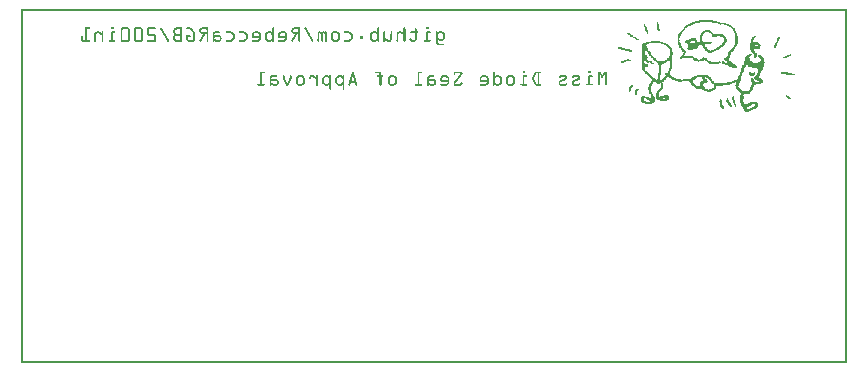
<source format=gbo>
G04 MADE WITH FRITZING*
G04 WWW.FRITZING.ORG*
G04 DOUBLE SIDED*
G04 HOLES PLATED*
G04 CONTOUR ON CENTER OF CONTOUR VECTOR*
%ASAXBY*%
%FSLAX23Y23*%
%MOIN*%
%OFA0B0*%
%SFA1.0B1.0*%
%ADD10R,0.001000X0.001000*%
%LNSILK0*%
G90*
G70*
G36*
X2125Y1137D02*
X2125Y1130D01*
X2127Y1130D01*
X2127Y1122D01*
X2128Y1122D01*
X2128Y1114D01*
X2130Y1114D01*
X2130Y1106D01*
X2125Y1106D01*
X2125Y1109D01*
X2123Y1109D01*
X2123Y1112D01*
X2122Y1112D01*
X2122Y1125D01*
X2120Y1125D01*
X2120Y1137D01*
X2125Y1137D01*
G37*
D02*
G36*
X2081Y1130D02*
X2081Y1127D01*
X2082Y1127D01*
X2082Y1124D01*
X2084Y1124D01*
X2084Y1121D01*
X2086Y1121D01*
X2086Y1116D01*
X2087Y1116D01*
X2087Y1111D01*
X2089Y1111D01*
X2089Y1107D01*
X2090Y1107D01*
X2090Y1104D01*
X2092Y1104D01*
X2092Y1099D01*
X2094Y1099D01*
X2094Y1096D01*
X2092Y1096D01*
X2092Y1094D01*
X2089Y1094D01*
X2089Y1096D01*
X2087Y1096D01*
X2087Y1101D01*
X2086Y1101D01*
X2086Y1104D01*
X2084Y1104D01*
X2084Y1107D01*
X2082Y1107D01*
X2082Y1111D01*
X2081Y1111D01*
X2081Y1116D01*
X2079Y1116D01*
X2079Y1122D01*
X2077Y1122D01*
X2077Y1125D01*
X2076Y1125D01*
X2076Y1130D01*
X2081Y1130D01*
G37*
D02*
G36*
X2028Y1102D02*
X2028Y1101D01*
X2030Y1101D01*
X2030Y1099D01*
X2031Y1099D01*
X2031Y1096D01*
X2033Y1096D01*
X2033Y1094D01*
X2035Y1094D01*
X2035Y1093D01*
X2040Y1093D01*
X2040Y1091D01*
X2041Y1091D01*
X2041Y1089D01*
X2043Y1089D01*
X2043Y1088D01*
X2046Y1088D01*
X2046Y1086D01*
X2049Y1086D01*
X2049Y1084D01*
X2051Y1084D01*
X2051Y1083D01*
X2054Y1083D01*
X2054Y1081D01*
X2058Y1081D01*
X2058Y1080D01*
X2059Y1080D01*
X2059Y1076D01*
X2054Y1076D01*
X2054Y1078D01*
X2051Y1078D01*
X2051Y1080D01*
X2048Y1080D01*
X2048Y1081D01*
X2046Y1081D01*
X2046Y1083D01*
X2043Y1083D01*
X2043Y1084D01*
X2040Y1084D01*
X2040Y1086D01*
X2036Y1086D01*
X2036Y1089D01*
X2031Y1089D01*
X2031Y1091D01*
X2030Y1091D01*
X2030Y1093D01*
X2028Y1093D01*
X2028Y1094D01*
X2025Y1094D01*
X2025Y1096D01*
X2023Y1096D01*
X2023Y1098D01*
X2022Y1098D01*
X2022Y1102D01*
X2028Y1102D01*
G37*
D02*
G36*
X2291Y1112D02*
X2291Y1111D01*
X2297Y1111D01*
X2297Y1109D01*
X2300Y1109D01*
X2300Y1107D01*
X2302Y1107D01*
X2302Y1104D01*
X2282Y1104D01*
X2282Y1102D01*
X2279Y1102D01*
X2279Y1101D01*
X2277Y1101D01*
X2277Y1099D01*
X2276Y1099D01*
X2276Y1098D01*
X2274Y1098D01*
X2274Y1094D01*
X2273Y1094D01*
X2273Y1091D01*
X2271Y1091D01*
X2271Y1084D01*
X2269Y1084D01*
X2269Y1081D01*
X2271Y1081D01*
X2271Y1073D01*
X2273Y1073D01*
X2273Y1071D01*
X2281Y1071D01*
X2281Y1070D01*
X2263Y1070D01*
X2263Y1088D01*
X2264Y1088D01*
X2264Y1094D01*
X2266Y1094D01*
X2266Y1098D01*
X2268Y1098D01*
X2268Y1101D01*
X2269Y1101D01*
X2269Y1102D01*
X2271Y1102D01*
X2271Y1104D01*
X2273Y1104D01*
X2273Y1106D01*
X2274Y1106D01*
X2274Y1109D01*
X2279Y1109D01*
X2279Y1111D01*
X2284Y1111D01*
X2284Y1112D01*
X2291Y1112D01*
G37*
D02*
G36*
X2304Y1104D02*
X2304Y1102D01*
X2305Y1102D01*
X2305Y1101D01*
X2307Y1101D01*
X2307Y1099D01*
X2309Y1099D01*
X2309Y1096D01*
X2302Y1096D01*
X2302Y1098D01*
X2300Y1098D01*
X2300Y1101D01*
X2299Y1101D01*
X2299Y1102D01*
X2294Y1102D01*
X2294Y1104D01*
X2304Y1104D01*
G37*
D02*
G36*
X2337Y1099D02*
X2337Y1098D01*
X2338Y1098D01*
X2338Y1096D01*
X2315Y1096D01*
X2315Y1098D01*
X2323Y1098D01*
X2323Y1099D01*
X2337Y1099D01*
G37*
D02*
G36*
X2340Y1096D02*
X2340Y1094D01*
X2304Y1094D01*
X2304Y1096D01*
X2340Y1096D01*
G37*
D02*
G36*
X2340Y1096D02*
X2340Y1094D01*
X2304Y1094D01*
X2304Y1096D01*
X2340Y1096D01*
G37*
D02*
G36*
X2341Y1094D02*
X2341Y1093D01*
X2343Y1093D01*
X2343Y1091D01*
X2322Y1091D01*
X2322Y1089D01*
X2314Y1089D01*
X2314Y1088D01*
X2310Y1088D01*
X2310Y1086D01*
X2309Y1086D01*
X2309Y1088D01*
X2307Y1088D01*
X2307Y1089D01*
X2305Y1089D01*
X2305Y1093D01*
X2304Y1093D01*
X2304Y1094D01*
X2341Y1094D01*
G37*
D02*
G36*
X2346Y1091D02*
X2346Y1088D01*
X2350Y1088D01*
X2350Y1084D01*
X2351Y1084D01*
X2351Y1081D01*
X2353Y1081D01*
X2353Y1071D01*
X2351Y1071D01*
X2351Y1068D01*
X2350Y1068D01*
X2350Y1066D01*
X2348Y1066D01*
X2348Y1065D01*
X2346Y1065D01*
X2346Y1061D01*
X2345Y1061D01*
X2345Y1060D01*
X2343Y1060D01*
X2343Y1058D01*
X2341Y1058D01*
X2341Y1057D01*
X2340Y1057D01*
X2340Y1055D01*
X2337Y1055D01*
X2337Y1053D01*
X2335Y1053D01*
X2335Y1052D01*
X2332Y1052D01*
X2332Y1050D01*
X2330Y1050D01*
X2330Y1047D01*
X2327Y1047D01*
X2327Y1045D01*
X2320Y1045D01*
X2320Y1043D01*
X2318Y1043D01*
X2318Y1042D01*
X2302Y1042D01*
X2302Y1043D01*
X2305Y1043D01*
X2305Y1045D01*
X2310Y1045D01*
X2310Y1047D01*
X2314Y1047D01*
X2314Y1048D01*
X2317Y1048D01*
X2317Y1052D01*
X2322Y1052D01*
X2322Y1053D01*
X2325Y1053D01*
X2325Y1055D01*
X2327Y1055D01*
X2327Y1057D01*
X2330Y1057D01*
X2330Y1058D01*
X2332Y1058D01*
X2332Y1060D01*
X2335Y1060D01*
X2335Y1061D01*
X2337Y1061D01*
X2337Y1065D01*
X2338Y1065D01*
X2338Y1066D01*
X2340Y1066D01*
X2340Y1068D01*
X2341Y1068D01*
X2341Y1070D01*
X2343Y1070D01*
X2343Y1071D01*
X2345Y1071D01*
X2345Y1081D01*
X2343Y1081D01*
X2343Y1083D01*
X2341Y1083D01*
X2341Y1084D01*
X2340Y1084D01*
X2340Y1086D01*
X2338Y1086D01*
X2338Y1088D01*
X2335Y1088D01*
X2335Y1089D01*
X2332Y1089D01*
X2332Y1091D01*
X2346Y1091D01*
G37*
D02*
G36*
X2248Y1084D02*
X2248Y1083D01*
X2250Y1083D01*
X2250Y1080D01*
X2251Y1080D01*
X2251Y1078D01*
X2253Y1078D01*
X2253Y1076D01*
X2243Y1076D01*
X2243Y1075D01*
X2235Y1075D01*
X2235Y1073D01*
X2233Y1073D01*
X2233Y1071D01*
X2230Y1071D01*
X2230Y1070D01*
X2232Y1070D01*
X2232Y1066D01*
X2218Y1066D01*
X2218Y1068D01*
X2215Y1068D01*
X2215Y1075D01*
X2217Y1075D01*
X2217Y1078D01*
X2227Y1078D01*
X2227Y1080D01*
X2230Y1080D01*
X2230Y1081D01*
X2235Y1081D01*
X2235Y1083D01*
X2241Y1083D01*
X2241Y1084D01*
X2248Y1084D01*
G37*
D02*
G36*
X2253Y1076D02*
X2253Y1073D01*
X2254Y1073D01*
X2254Y1071D01*
X2259Y1071D01*
X2259Y1070D01*
X2248Y1070D01*
X2248Y1071D01*
X2246Y1071D01*
X2246Y1073D01*
X2245Y1073D01*
X2245Y1076D01*
X2253Y1076D01*
G37*
D02*
G36*
X2304Y1070D02*
X2304Y1068D01*
X2246Y1068D01*
X2246Y1070D01*
X2304Y1070D01*
G37*
D02*
G36*
X2304Y1070D02*
X2304Y1068D01*
X2246Y1068D01*
X2246Y1070D01*
X2304Y1070D01*
G37*
D02*
G36*
X2304Y1068D02*
X2304Y1066D01*
X2241Y1066D01*
X2241Y1068D01*
X2304Y1068D01*
G37*
D02*
G36*
X2302Y1066D02*
X2302Y1065D01*
X2220Y1065D01*
X2220Y1066D01*
X2302Y1066D01*
G37*
D02*
G36*
X2302Y1066D02*
X2302Y1065D01*
X2220Y1065D01*
X2220Y1066D01*
X2302Y1066D01*
G37*
D02*
G36*
X2286Y1065D02*
X2286Y1063D01*
X2281Y1063D01*
X2281Y1061D01*
X2264Y1061D01*
X2264Y1060D01*
X2259Y1060D01*
X2259Y1058D01*
X2243Y1058D01*
X2243Y1057D01*
X2223Y1057D01*
X2223Y1058D01*
X2225Y1058D01*
X2225Y1060D01*
X2222Y1060D01*
X2222Y1061D01*
X2223Y1061D01*
X2223Y1063D01*
X2222Y1063D01*
X2222Y1065D01*
X2286Y1065D01*
G37*
D02*
G36*
X2281Y1061D02*
X2281Y1057D01*
X2282Y1057D01*
X2282Y1055D01*
X2284Y1055D01*
X2284Y1053D01*
X2286Y1053D01*
X2286Y1052D01*
X2287Y1052D01*
X2287Y1048D01*
X2289Y1048D01*
X2289Y1047D01*
X2292Y1047D01*
X2292Y1045D01*
X2294Y1045D01*
X2294Y1043D01*
X2297Y1043D01*
X2297Y1042D01*
X2282Y1042D01*
X2282Y1043D01*
X2281Y1043D01*
X2281Y1045D01*
X2279Y1045D01*
X2279Y1047D01*
X2277Y1047D01*
X2277Y1050D01*
X2276Y1050D01*
X2276Y1052D01*
X2274Y1052D01*
X2274Y1055D01*
X2273Y1055D01*
X2273Y1057D01*
X2271Y1057D01*
X2271Y1058D01*
X2269Y1058D01*
X2269Y1060D01*
X2266Y1060D01*
X2266Y1061D01*
X2281Y1061D01*
G37*
D02*
G36*
X2259Y1058D02*
X2259Y1057D01*
X2245Y1057D01*
X2245Y1058D01*
X2259Y1058D01*
G37*
D02*
G36*
X2258Y1057D02*
X2258Y1055D01*
X2223Y1055D01*
X2223Y1057D01*
X2258Y1057D01*
G37*
D02*
G36*
X2258Y1057D02*
X2258Y1055D01*
X2223Y1055D01*
X2223Y1057D01*
X2258Y1057D01*
G37*
D02*
G36*
X2256Y1055D02*
X2256Y1052D01*
X2254Y1052D01*
X2254Y1050D01*
X2253Y1050D01*
X2253Y1048D01*
X2245Y1048D01*
X2245Y1047D01*
X2240Y1047D01*
X2240Y1045D01*
X2236Y1045D01*
X2236Y1043D01*
X2228Y1043D01*
X2228Y1045D01*
X2225Y1045D01*
X2225Y1047D01*
X2223Y1047D01*
X2223Y1048D01*
X2222Y1048D01*
X2222Y1052D01*
X2223Y1052D01*
X2223Y1055D01*
X2256Y1055D01*
G37*
D02*
G36*
X2315Y1042D02*
X2315Y1040D01*
X2284Y1040D01*
X2284Y1042D01*
X2315Y1042D01*
G37*
D02*
G36*
X2315Y1042D02*
X2315Y1040D01*
X2284Y1040D01*
X2284Y1042D01*
X2315Y1042D01*
G37*
D02*
G36*
X2312Y1040D02*
X2312Y1039D01*
X2307Y1039D01*
X2307Y1037D01*
X2304Y1037D01*
X2304Y1035D01*
X2291Y1035D01*
X2291Y1037D01*
X2287Y1037D01*
X2287Y1039D01*
X2286Y1039D01*
X2286Y1040D01*
X2312Y1040D01*
G37*
D02*
G36*
X2450Y1091D02*
X2450Y1086D01*
X2448Y1086D01*
X2448Y1084D01*
X2446Y1084D01*
X2446Y1083D01*
X2445Y1083D01*
X2445Y1080D01*
X2443Y1080D01*
X2443Y1078D01*
X2441Y1078D01*
X2441Y1071D01*
X2445Y1071D01*
X2445Y1070D01*
X2456Y1070D01*
X2456Y1068D01*
X2460Y1068D01*
X2460Y1066D01*
X2461Y1066D01*
X2461Y1065D01*
X2463Y1065D01*
X2463Y1061D01*
X2446Y1061D01*
X2446Y1058D01*
X2448Y1058D01*
X2448Y1057D01*
X2432Y1057D01*
X2432Y1068D01*
X2433Y1068D01*
X2433Y1078D01*
X2435Y1078D01*
X2435Y1081D01*
X2437Y1081D01*
X2437Y1084D01*
X2438Y1084D01*
X2438Y1086D01*
X2440Y1086D01*
X2440Y1088D01*
X2441Y1088D01*
X2441Y1089D01*
X2445Y1089D01*
X2445Y1091D01*
X2450Y1091D01*
G37*
D02*
G36*
X2464Y1061D02*
X2464Y1060D01*
X2466Y1060D01*
X2466Y1057D01*
X2455Y1057D01*
X2455Y1058D01*
X2456Y1058D01*
X2456Y1061D01*
X2464Y1061D01*
G37*
D02*
G36*
X2464Y1057D02*
X2464Y1055D01*
X2432Y1055D01*
X2432Y1057D01*
X2464Y1057D01*
G37*
D02*
G36*
X2464Y1057D02*
X2464Y1055D01*
X2432Y1055D01*
X2432Y1057D01*
X2464Y1057D01*
G37*
D02*
G36*
X2464Y1055D02*
X2464Y1050D01*
X2463Y1050D01*
X2463Y1048D01*
X2441Y1048D01*
X2441Y1047D01*
X2430Y1047D01*
X2430Y1055D01*
X2464Y1055D01*
G37*
D02*
G36*
X2461Y1048D02*
X2461Y1047D01*
X2448Y1047D01*
X2448Y1048D01*
X2461Y1048D01*
G37*
D02*
G36*
X2446Y1048D02*
X2446Y1047D01*
X2443Y1047D01*
X2443Y1048D01*
X2446Y1048D01*
G37*
D02*
G36*
X2443Y1047D02*
X2443Y1043D01*
X2445Y1043D01*
X2445Y1042D01*
X2446Y1042D01*
X2446Y1039D01*
X2448Y1039D01*
X2448Y1035D01*
X2451Y1035D01*
X2451Y1034D01*
X2453Y1034D01*
X2453Y1024D01*
X2455Y1024D01*
X2455Y1022D01*
X2453Y1022D01*
X2453Y1020D01*
X2451Y1020D01*
X2451Y1017D01*
X2450Y1017D01*
X2450Y1016D01*
X2443Y1016D01*
X2443Y1024D01*
X2445Y1024D01*
X2445Y1029D01*
X2443Y1029D01*
X2443Y1032D01*
X2441Y1032D01*
X2441Y1034D01*
X2440Y1034D01*
X2440Y1035D01*
X2437Y1035D01*
X2437Y1039D01*
X2435Y1039D01*
X2435Y1040D01*
X2433Y1040D01*
X2433Y1043D01*
X2432Y1043D01*
X2432Y1045D01*
X2430Y1045D01*
X2430Y1047D01*
X2443Y1047D01*
G37*
D02*
G36*
X2530Y1086D02*
X2530Y1081D01*
X2528Y1081D01*
X2528Y1076D01*
X2527Y1076D01*
X2527Y1073D01*
X2525Y1073D01*
X2525Y1070D01*
X2524Y1070D01*
X2524Y1068D01*
X2522Y1068D01*
X2522Y1065D01*
X2520Y1065D01*
X2520Y1058D01*
X2519Y1058D01*
X2519Y1057D01*
X2517Y1057D01*
X2517Y1052D01*
X2510Y1052D01*
X2510Y1057D01*
X2512Y1057D01*
X2512Y1060D01*
X2514Y1060D01*
X2514Y1065D01*
X2515Y1065D01*
X2515Y1068D01*
X2517Y1068D01*
X2517Y1070D01*
X2519Y1070D01*
X2519Y1075D01*
X2520Y1075D01*
X2520Y1080D01*
X2522Y1080D01*
X2522Y1083D01*
X2524Y1083D01*
X2524Y1084D01*
X2525Y1084D01*
X2525Y1086D01*
X2530Y1086D01*
G37*
D02*
G36*
X1999Y1055D02*
X1999Y1053D01*
X2005Y1053D01*
X2005Y1052D01*
X2008Y1052D01*
X2008Y1050D01*
X2015Y1050D01*
X2015Y1048D01*
X2022Y1048D01*
X2022Y1047D01*
X2030Y1047D01*
X2030Y1045D01*
X2035Y1045D01*
X2035Y1043D01*
X2038Y1043D01*
X2038Y1040D01*
X2036Y1040D01*
X2036Y1039D01*
X2028Y1039D01*
X2028Y1040D01*
X2020Y1040D01*
X2020Y1042D01*
X2015Y1042D01*
X2015Y1043D01*
X2004Y1043D01*
X2004Y1045D01*
X2000Y1045D01*
X2000Y1047D01*
X1994Y1047D01*
X1994Y1048D01*
X1990Y1048D01*
X1990Y1050D01*
X1989Y1050D01*
X1989Y1053D01*
X1990Y1053D01*
X1990Y1055D01*
X1999Y1055D01*
G37*
D02*
G36*
X2568Y1030D02*
X2568Y1029D01*
X2569Y1029D01*
X2569Y1027D01*
X2568Y1027D01*
X2568Y1025D01*
X2563Y1025D01*
X2563Y1024D01*
X2560Y1024D01*
X2560Y1022D01*
X2558Y1022D01*
X2558Y1020D01*
X2555Y1020D01*
X2555Y1019D01*
X2550Y1019D01*
X2550Y1017D01*
X2545Y1017D01*
X2545Y1016D01*
X2540Y1016D01*
X2540Y1020D01*
X2543Y1020D01*
X2543Y1022D01*
X2546Y1022D01*
X2546Y1024D01*
X2550Y1024D01*
X2550Y1025D01*
X2553Y1025D01*
X2553Y1027D01*
X2560Y1027D01*
X2560Y1029D01*
X2563Y1029D01*
X2563Y1030D01*
X2568Y1030D01*
G37*
D02*
G36*
X2028Y1014D02*
X2028Y1012D01*
X2035Y1012D01*
X2035Y1009D01*
X2036Y1009D01*
X2036Y1007D01*
X2035Y1007D01*
X2035Y1006D01*
X2017Y1006D01*
X2017Y1004D01*
X2012Y1004D01*
X2012Y1002D01*
X2002Y1002D01*
X2002Y1007D01*
X2004Y1007D01*
X2004Y1009D01*
X2012Y1009D01*
X2012Y1011D01*
X2013Y1011D01*
X2013Y1012D01*
X2020Y1012D01*
X2020Y1014D01*
X2028Y1014D01*
G37*
D02*
G36*
X2286Y1145D02*
X2286Y1144D01*
X2307Y1144D01*
X2307Y1142D01*
X2315Y1142D01*
X2315Y1140D01*
X2322Y1140D01*
X2322Y1139D01*
X2269Y1139D01*
X2269Y1137D01*
X2264Y1137D01*
X2264Y1135D01*
X2254Y1135D01*
X2254Y1134D01*
X2248Y1134D01*
X2248Y1132D01*
X2243Y1132D01*
X2243Y1130D01*
X2240Y1130D01*
X2240Y1129D01*
X2236Y1129D01*
X2236Y1127D01*
X2233Y1127D01*
X2233Y1125D01*
X2228Y1125D01*
X2228Y1124D01*
X2225Y1124D01*
X2225Y1122D01*
X2223Y1122D01*
X2223Y1121D01*
X2220Y1121D01*
X2220Y1119D01*
X2218Y1119D01*
X2218Y1117D01*
X2217Y1117D01*
X2217Y1116D01*
X2215Y1116D01*
X2215Y1114D01*
X2213Y1114D01*
X2213Y1111D01*
X2212Y1111D01*
X2212Y1109D01*
X2209Y1109D01*
X2209Y1106D01*
X2207Y1106D01*
X2207Y1104D01*
X2205Y1104D01*
X2205Y1102D01*
X2204Y1102D01*
X2204Y1099D01*
X2202Y1099D01*
X2202Y1098D01*
X2200Y1098D01*
X2200Y1096D01*
X2199Y1096D01*
X2199Y1091D01*
X2197Y1091D01*
X2197Y1083D01*
X2195Y1083D01*
X2195Y1078D01*
X2197Y1078D01*
X2197Y1075D01*
X2195Y1075D01*
X2195Y1071D01*
X2197Y1071D01*
X2197Y1066D01*
X2199Y1066D01*
X2199Y1063D01*
X2200Y1063D01*
X2200Y1060D01*
X2202Y1060D01*
X2202Y1057D01*
X2204Y1057D01*
X2204Y1055D01*
X2205Y1055D01*
X2205Y1052D01*
X2207Y1052D01*
X2207Y1048D01*
X2209Y1048D01*
X2209Y1047D01*
X2210Y1047D01*
X2210Y1045D01*
X2212Y1045D01*
X2212Y1043D01*
X2215Y1043D01*
X2215Y1042D01*
X2217Y1042D01*
X2217Y1034D01*
X2215Y1034D01*
X2215Y1030D01*
X2213Y1030D01*
X2213Y1027D01*
X2212Y1027D01*
X2212Y1025D01*
X2213Y1025D01*
X2213Y1024D01*
X2202Y1024D01*
X2202Y1025D01*
X2204Y1025D01*
X2204Y1027D01*
X2205Y1027D01*
X2205Y1029D01*
X2207Y1029D01*
X2207Y1034D01*
X2209Y1034D01*
X2209Y1037D01*
X2207Y1037D01*
X2207Y1039D01*
X2205Y1039D01*
X2205Y1040D01*
X2204Y1040D01*
X2204Y1043D01*
X2200Y1043D01*
X2200Y1045D01*
X2199Y1045D01*
X2199Y1050D01*
X2197Y1050D01*
X2197Y1052D01*
X2195Y1052D01*
X2195Y1057D01*
X2194Y1057D01*
X2194Y1060D01*
X2192Y1060D01*
X2192Y1063D01*
X2191Y1063D01*
X2191Y1075D01*
X2189Y1075D01*
X2189Y1083D01*
X2191Y1083D01*
X2191Y1093D01*
X2192Y1093D01*
X2192Y1096D01*
X2194Y1096D01*
X2194Y1099D01*
X2195Y1099D01*
X2195Y1102D01*
X2197Y1102D01*
X2197Y1104D01*
X2199Y1104D01*
X2199Y1106D01*
X2200Y1106D01*
X2200Y1107D01*
X2202Y1107D01*
X2202Y1109D01*
X2204Y1109D01*
X2204Y1111D01*
X2205Y1111D01*
X2205Y1112D01*
X2207Y1112D01*
X2207Y1114D01*
X2209Y1114D01*
X2209Y1117D01*
X2210Y1117D01*
X2210Y1119D01*
X2212Y1119D01*
X2212Y1121D01*
X2213Y1121D01*
X2213Y1122D01*
X2215Y1122D01*
X2215Y1124D01*
X2217Y1124D01*
X2217Y1125D01*
X2218Y1125D01*
X2218Y1127D01*
X2222Y1127D01*
X2222Y1129D01*
X2225Y1129D01*
X2225Y1130D01*
X2228Y1130D01*
X2228Y1132D01*
X2232Y1132D01*
X2232Y1134D01*
X2235Y1134D01*
X2235Y1135D01*
X2238Y1135D01*
X2238Y1137D01*
X2245Y1137D01*
X2245Y1139D01*
X2248Y1139D01*
X2248Y1140D01*
X2253Y1140D01*
X2253Y1142D01*
X2259Y1142D01*
X2259Y1144D01*
X2284Y1144D01*
X2284Y1145D01*
X2286Y1145D01*
G37*
D02*
G36*
X2327Y1139D02*
X2327Y1137D01*
X2332Y1137D01*
X2332Y1135D01*
X2343Y1135D01*
X2343Y1134D01*
X2351Y1134D01*
X2351Y1132D01*
X2356Y1132D01*
X2356Y1130D01*
X2335Y1130D01*
X2335Y1129D01*
X2332Y1129D01*
X2332Y1130D01*
X2328Y1130D01*
X2328Y1132D01*
X2325Y1132D01*
X2325Y1134D01*
X2317Y1134D01*
X2317Y1135D01*
X2305Y1135D01*
X2305Y1137D01*
X2294Y1137D01*
X2294Y1139D01*
X2327Y1139D01*
G37*
D02*
G36*
X2361Y1130D02*
X2361Y1129D01*
X2364Y1129D01*
X2364Y1127D01*
X2366Y1127D01*
X2366Y1125D01*
X2369Y1125D01*
X2369Y1124D01*
X2371Y1124D01*
X2371Y1122D01*
X2373Y1122D01*
X2373Y1121D01*
X2374Y1121D01*
X2374Y1119D01*
X2376Y1119D01*
X2376Y1117D01*
X2378Y1117D01*
X2378Y1116D01*
X2379Y1116D01*
X2379Y1112D01*
X2381Y1112D01*
X2381Y1109D01*
X2382Y1109D01*
X2382Y1106D01*
X2384Y1106D01*
X2384Y1102D01*
X2386Y1102D01*
X2386Y1096D01*
X2387Y1096D01*
X2387Y1091D01*
X2389Y1091D01*
X2389Y1083D01*
X2391Y1083D01*
X2391Y1075D01*
X2389Y1075D01*
X2389Y1065D01*
X2387Y1065D01*
X2387Y1063D01*
X2386Y1063D01*
X2386Y1058D01*
X2384Y1058D01*
X2384Y1053D01*
X2382Y1053D01*
X2382Y1052D01*
X2381Y1052D01*
X2381Y1050D01*
X2379Y1050D01*
X2379Y1047D01*
X2378Y1047D01*
X2378Y1043D01*
X2376Y1043D01*
X2376Y1042D01*
X2374Y1042D01*
X2374Y1040D01*
X2373Y1040D01*
X2373Y1039D01*
X2369Y1039D01*
X2369Y1037D01*
X2368Y1037D01*
X2368Y1035D01*
X2366Y1035D01*
X2366Y1027D01*
X2364Y1027D01*
X2364Y1020D01*
X2363Y1020D01*
X2363Y1019D01*
X2361Y1019D01*
X2361Y1017D01*
X2359Y1017D01*
X2359Y1016D01*
X2361Y1016D01*
X2361Y1009D01*
X2363Y1009D01*
X2363Y1007D01*
X2350Y1007D01*
X2350Y1006D01*
X2348Y1006D01*
X2348Y1011D01*
X2346Y1011D01*
X2346Y1012D01*
X2345Y1012D01*
X2345Y1017D01*
X2348Y1017D01*
X2348Y1019D01*
X2351Y1019D01*
X2351Y1020D01*
X2353Y1020D01*
X2353Y1022D01*
X2355Y1022D01*
X2355Y1024D01*
X2356Y1024D01*
X2356Y1027D01*
X2358Y1027D01*
X2358Y1032D01*
X2356Y1032D01*
X2356Y1037D01*
X2358Y1037D01*
X2358Y1039D01*
X2359Y1039D01*
X2359Y1040D01*
X2363Y1040D01*
X2363Y1042D01*
X2364Y1042D01*
X2364Y1043D01*
X2366Y1043D01*
X2366Y1045D01*
X2368Y1045D01*
X2368Y1047D01*
X2371Y1047D01*
X2371Y1050D01*
X2373Y1050D01*
X2373Y1052D01*
X2374Y1052D01*
X2374Y1055D01*
X2376Y1055D01*
X2376Y1058D01*
X2378Y1058D01*
X2378Y1060D01*
X2379Y1060D01*
X2379Y1065D01*
X2381Y1065D01*
X2381Y1068D01*
X2382Y1068D01*
X2382Y1091D01*
X2381Y1091D01*
X2381Y1096D01*
X2379Y1096D01*
X2379Y1101D01*
X2378Y1101D01*
X2378Y1106D01*
X2376Y1106D01*
X2376Y1109D01*
X2374Y1109D01*
X2374Y1111D01*
X2373Y1111D01*
X2373Y1114D01*
X2371Y1114D01*
X2371Y1116D01*
X2369Y1116D01*
X2369Y1119D01*
X2368Y1119D01*
X2368Y1121D01*
X2364Y1121D01*
X2364Y1122D01*
X2361Y1122D01*
X2361Y1124D01*
X2359Y1124D01*
X2359Y1125D01*
X2355Y1125D01*
X2355Y1127D01*
X2353Y1127D01*
X2353Y1129D01*
X2345Y1129D01*
X2345Y1130D01*
X2361Y1130D01*
G37*
D02*
G36*
X2240Y1025D02*
X2240Y1024D01*
X2230Y1024D01*
X2230Y1025D01*
X2240Y1025D01*
G37*
D02*
G36*
X2228Y1025D02*
X2228Y1024D01*
X2222Y1024D01*
X2222Y1025D01*
X2228Y1025D01*
G37*
D02*
G36*
X2241Y1024D02*
X2241Y1022D01*
X2200Y1022D01*
X2200Y1024D01*
X2241Y1024D01*
G37*
D02*
G36*
X2241Y1024D02*
X2241Y1022D01*
X2200Y1022D01*
X2200Y1024D01*
X2241Y1024D01*
G37*
D02*
G36*
X2241Y1024D02*
X2241Y1022D01*
X2200Y1022D01*
X2200Y1024D01*
X2241Y1024D01*
G37*
D02*
G36*
X2241Y1022D02*
X2241Y1020D01*
X2243Y1020D01*
X2243Y1019D01*
X2218Y1019D01*
X2218Y1017D01*
X2212Y1017D01*
X2212Y1016D01*
X2205Y1016D01*
X2205Y1014D01*
X2197Y1014D01*
X2197Y1016D01*
X2194Y1016D01*
X2194Y1017D01*
X2195Y1017D01*
X2195Y1019D01*
X2197Y1019D01*
X2197Y1020D01*
X2199Y1020D01*
X2199Y1022D01*
X2241Y1022D01*
G37*
D02*
G36*
X2277Y1020D02*
X2277Y1019D01*
X2281Y1019D01*
X2281Y1017D01*
X2282Y1017D01*
X2282Y1016D01*
X2286Y1016D01*
X2286Y1014D01*
X2287Y1014D01*
X2287Y1012D01*
X2263Y1012D01*
X2263Y1014D01*
X2269Y1014D01*
X2269Y1016D01*
X2271Y1016D01*
X2271Y1019D01*
X2273Y1019D01*
X2273Y1020D01*
X2277Y1020D01*
G37*
D02*
G36*
X2246Y1019D02*
X2246Y1017D01*
X2250Y1017D01*
X2250Y1016D01*
X2253Y1016D01*
X2253Y1014D01*
X2258Y1014D01*
X2258Y1012D01*
X2241Y1012D01*
X2241Y1014D01*
X2240Y1014D01*
X2240Y1016D01*
X2238Y1016D01*
X2238Y1017D01*
X2227Y1017D01*
X2227Y1019D01*
X2246Y1019D01*
G37*
D02*
G36*
X2291Y1012D02*
X2291Y1011D01*
X2243Y1011D01*
X2243Y1012D01*
X2291Y1012D01*
G37*
D02*
G36*
X2291Y1012D02*
X2291Y1011D01*
X2243Y1011D01*
X2243Y1012D01*
X2291Y1012D01*
G37*
D02*
G36*
X2292Y1011D02*
X2292Y1009D01*
X2294Y1009D01*
X2294Y1007D01*
X2297Y1007D01*
X2297Y1006D01*
X2300Y1006D01*
X2300Y1004D01*
X2314Y1004D01*
X2314Y1002D01*
X2289Y1002D01*
X2289Y1004D01*
X2286Y1004D01*
X2286Y1006D01*
X2284Y1006D01*
X2284Y1007D01*
X2281Y1007D01*
X2281Y1009D01*
X2279Y1009D01*
X2279Y1011D01*
X2292Y1011D01*
G37*
D02*
G36*
X2276Y1011D02*
X2276Y1009D01*
X2274Y1009D01*
X2274Y1007D01*
X2271Y1007D01*
X2271Y1006D01*
X2261Y1006D01*
X2261Y1004D01*
X2256Y1004D01*
X2256Y1006D01*
X2250Y1006D01*
X2250Y1007D01*
X2246Y1007D01*
X2246Y1009D01*
X2245Y1009D01*
X2245Y1011D01*
X2276Y1011D01*
G37*
D02*
G36*
X2364Y1007D02*
X2364Y1006D01*
X2368Y1006D01*
X2368Y1004D01*
X2371Y1004D01*
X2371Y1002D01*
X2373Y1002D01*
X2373Y1001D01*
X2374Y1001D01*
X2374Y999D01*
X2358Y999D01*
X2358Y1001D01*
X2356Y1001D01*
X2356Y1002D01*
X2355Y1002D01*
X2355Y1004D01*
X2353Y1004D01*
X2353Y1006D01*
X2351Y1006D01*
X2351Y1007D01*
X2364Y1007D01*
G37*
D02*
G36*
X2343Y1006D02*
X2343Y1004D01*
X2346Y1004D01*
X2346Y1002D01*
X2351Y1002D01*
X2351Y1001D01*
X2337Y1001D01*
X2337Y1004D01*
X2338Y1004D01*
X2338Y1006D01*
X2343Y1006D01*
G37*
D02*
G36*
X2332Y1006D02*
X2332Y1004D01*
X2333Y1004D01*
X2333Y1002D01*
X2315Y1002D01*
X2315Y1004D01*
X2328Y1004D01*
X2328Y1006D01*
X2332Y1006D01*
G37*
D02*
G36*
X2332Y1002D02*
X2332Y1001D01*
X2291Y1001D01*
X2291Y1002D01*
X2332Y1002D01*
G37*
D02*
G36*
X2332Y1002D02*
X2332Y1001D01*
X2291Y1001D01*
X2291Y1002D01*
X2332Y1002D01*
G37*
D02*
G36*
X2356Y1001D02*
X2356Y999D01*
X2338Y999D01*
X2338Y1001D01*
X2356Y1001D01*
G37*
D02*
G36*
X2328Y1001D02*
X2328Y999D01*
X2323Y999D01*
X2323Y998D01*
X2299Y998D01*
X2299Y999D01*
X2294Y999D01*
X2294Y1001D01*
X2328Y1001D01*
G37*
D02*
G36*
X2376Y999D02*
X2376Y998D01*
X2340Y998D01*
X2340Y999D01*
X2376Y999D01*
G37*
D02*
G36*
X2376Y999D02*
X2376Y998D01*
X2340Y998D01*
X2340Y999D01*
X2376Y999D01*
G37*
D02*
G36*
X2379Y998D02*
X2379Y994D01*
X2382Y994D01*
X2382Y993D01*
X2384Y993D01*
X2384Y991D01*
X2386Y991D01*
X2386Y988D01*
X2387Y988D01*
X2387Y984D01*
X2386Y984D01*
X2386Y983D01*
X2378Y983D01*
X2378Y984D01*
X2371Y984D01*
X2371Y986D01*
X2368Y986D01*
X2368Y988D01*
X2364Y988D01*
X2364Y989D01*
X2359Y989D01*
X2359Y991D01*
X2356Y991D01*
X2356Y993D01*
X2351Y993D01*
X2351Y994D01*
X2348Y994D01*
X2348Y996D01*
X2345Y996D01*
X2345Y998D01*
X2379Y998D01*
G37*
D02*
G36*
X2548Y971D02*
X2548Y970D01*
X2556Y970D01*
X2556Y968D01*
X2566Y968D01*
X2566Y966D01*
X2571Y966D01*
X2571Y965D01*
X2576Y965D01*
X2576Y963D01*
X2581Y963D01*
X2581Y961D01*
X2571Y961D01*
X2571Y960D01*
X2568Y960D01*
X2568Y961D01*
X2551Y961D01*
X2551Y963D01*
X2537Y963D01*
X2537Y965D01*
X2535Y965D01*
X2535Y970D01*
X2537Y970D01*
X2537Y971D01*
X2548Y971D01*
G37*
D02*
G36*
X2584Y961D02*
X2584Y960D01*
X2574Y960D01*
X2574Y961D01*
X2584Y961D01*
G37*
D02*
G36*
X2446Y970D02*
X2446Y968D01*
X2448Y968D01*
X2448Y965D01*
X2438Y965D01*
X2438Y966D01*
X2440Y966D01*
X2440Y968D01*
X2443Y968D01*
X2443Y970D01*
X2446Y970D01*
G37*
D02*
G36*
X2433Y970D02*
X2433Y968D01*
X2435Y968D01*
X2435Y966D01*
X2437Y966D01*
X2437Y965D01*
X2427Y965D01*
X2427Y970D01*
X2433Y970D01*
G37*
D02*
G36*
X2448Y965D02*
X2448Y963D01*
X2427Y963D01*
X2427Y965D01*
X2448Y965D01*
G37*
D02*
G36*
X2448Y965D02*
X2448Y963D01*
X2427Y963D01*
X2427Y965D01*
X2448Y965D01*
G37*
D02*
G36*
X2448Y963D02*
X2448Y961D01*
X2446Y961D01*
X2446Y960D01*
X2445Y960D01*
X2445Y958D01*
X2438Y958D01*
X2438Y956D01*
X2435Y956D01*
X2435Y958D01*
X2430Y958D01*
X2430Y960D01*
X2428Y960D01*
X2428Y961D01*
X2427Y961D01*
X2427Y963D01*
X2448Y963D01*
G37*
D02*
G36*
X2304Y932D02*
X2304Y930D01*
X2302Y930D01*
X2302Y932D01*
X2304Y932D01*
G37*
D02*
G36*
X2038Y929D02*
X2038Y927D01*
X2041Y927D01*
X2041Y922D01*
X2038Y922D01*
X2038Y920D01*
X2036Y920D01*
X2036Y919D01*
X2035Y919D01*
X2035Y914D01*
X2033Y914D01*
X2033Y906D01*
X2031Y906D01*
X2031Y904D01*
X2028Y904D01*
X2028Y907D01*
X2026Y907D01*
X2026Y915D01*
X2028Y915D01*
X2028Y922D01*
X2030Y922D01*
X2030Y924D01*
X2031Y924D01*
X2031Y925D01*
X2033Y925D01*
X2033Y927D01*
X2036Y927D01*
X2036Y929D01*
X2038Y929D01*
G37*
D02*
G36*
X2061Y915D02*
X2061Y912D01*
X2059Y912D01*
X2059Y911D01*
X2056Y911D01*
X2056Y907D01*
X2054Y907D01*
X2054Y906D01*
X2053Y906D01*
X2053Y894D01*
X2049Y894D01*
X2049Y893D01*
X2048Y893D01*
X2048Y896D01*
X2046Y896D01*
X2046Y907D01*
X2048Y907D01*
X2048Y911D01*
X2049Y911D01*
X2049Y912D01*
X2051Y912D01*
X2051Y914D01*
X2054Y914D01*
X2054Y915D01*
X2061Y915D01*
G37*
D02*
G36*
X2376Y891D02*
X2376Y889D01*
X2378Y889D01*
X2378Y884D01*
X2376Y884D01*
X2376Y883D01*
X2378Y883D01*
X2378Y876D01*
X2379Y876D01*
X2379Y871D01*
X2381Y871D01*
X2381Y866D01*
X2382Y866D01*
X2382Y863D01*
X2384Y863D01*
X2384Y855D01*
X2382Y855D01*
X2382Y856D01*
X2379Y856D01*
X2379Y861D01*
X2378Y861D01*
X2378Y863D01*
X2376Y863D01*
X2376Y868D01*
X2374Y868D01*
X2374Y871D01*
X2373Y871D01*
X2373Y876D01*
X2371Y876D01*
X2371Y878D01*
X2373Y878D01*
X2373Y879D01*
X2371Y879D01*
X2371Y886D01*
X2373Y886D01*
X2373Y889D01*
X2374Y889D01*
X2374Y891D01*
X2376Y891D01*
G37*
D02*
G36*
X2356Y884D02*
X2356Y883D01*
X2358Y883D01*
X2358Y878D01*
X2359Y878D01*
X2359Y876D01*
X2361Y876D01*
X2361Y870D01*
X2363Y870D01*
X2363Y868D01*
X2364Y868D01*
X2364Y866D01*
X2366Y866D01*
X2366Y863D01*
X2368Y863D01*
X2368Y860D01*
X2369Y860D01*
X2369Y855D01*
X2363Y855D01*
X2363Y856D01*
X2361Y856D01*
X2361Y858D01*
X2359Y858D01*
X2359Y860D01*
X2358Y860D01*
X2358Y865D01*
X2356Y865D01*
X2356Y868D01*
X2355Y868D01*
X2355Y871D01*
X2351Y871D01*
X2351Y878D01*
X2353Y878D01*
X2353Y883D01*
X2355Y883D01*
X2355Y884D01*
X2356Y884D01*
G37*
D02*
G36*
X2335Y881D02*
X2335Y878D01*
X2337Y878D01*
X2337Y873D01*
X2338Y873D01*
X2338Y860D01*
X2340Y860D01*
X2340Y858D01*
X2341Y858D01*
X2341Y856D01*
X2343Y856D01*
X2343Y853D01*
X2345Y853D01*
X2345Y848D01*
X2338Y848D01*
X2338Y850D01*
X2337Y850D01*
X2337Y852D01*
X2335Y852D01*
X2335Y855D01*
X2332Y855D01*
X2332Y860D01*
X2330Y860D01*
X2330Y871D01*
X2328Y871D01*
X2328Y873D01*
X2330Y873D01*
X2330Y878D01*
X2328Y878D01*
X2328Y879D01*
X2332Y879D01*
X2332Y881D01*
X2335Y881D01*
G37*
D02*
G36*
X2120Y1075D02*
X2120Y1073D01*
X2131Y1073D01*
X2131Y1071D01*
X2136Y1071D01*
X2136Y1070D01*
X2141Y1070D01*
X2141Y1068D01*
X2099Y1068D01*
X2099Y1066D01*
X2094Y1066D01*
X2094Y1065D01*
X2089Y1065D01*
X2089Y1063D01*
X2086Y1063D01*
X2086Y1061D01*
X2084Y1061D01*
X2084Y1057D01*
X2086Y1057D01*
X2086Y1052D01*
X2087Y1052D01*
X2087Y1050D01*
X2089Y1050D01*
X2089Y1047D01*
X2090Y1047D01*
X2090Y1045D01*
X2092Y1045D01*
X2092Y1043D01*
X2081Y1043D01*
X2081Y1040D01*
X2079Y1040D01*
X2079Y1029D01*
X2084Y1029D01*
X2084Y1027D01*
X2086Y1027D01*
X2086Y1025D01*
X2087Y1025D01*
X2087Y1020D01*
X2089Y1020D01*
X2089Y1017D01*
X2086Y1017D01*
X2086Y1014D01*
X2087Y1014D01*
X2087Y1012D01*
X2089Y1012D01*
X2089Y1009D01*
X2077Y1009D01*
X2077Y1007D01*
X2069Y1007D01*
X2069Y1016D01*
X2071Y1016D01*
X2071Y1034D01*
X2072Y1034D01*
X2072Y1065D01*
X2074Y1065D01*
X2074Y1066D01*
X2079Y1066D01*
X2079Y1068D01*
X2084Y1068D01*
X2084Y1070D01*
X2089Y1070D01*
X2089Y1071D01*
X2099Y1071D01*
X2099Y1073D01*
X2107Y1073D01*
X2107Y1075D01*
X2120Y1075D01*
G37*
D02*
G36*
X2148Y1068D02*
X2148Y1066D01*
X2151Y1066D01*
X2151Y1065D01*
X2154Y1065D01*
X2154Y1063D01*
X2156Y1063D01*
X2156Y1061D01*
X2158Y1061D01*
X2158Y1060D01*
X2161Y1060D01*
X2161Y1057D01*
X2164Y1057D01*
X2164Y1055D01*
X2166Y1055D01*
X2166Y1053D01*
X2168Y1053D01*
X2168Y1050D01*
X2169Y1050D01*
X2169Y1047D01*
X2171Y1047D01*
X2171Y1043D01*
X2172Y1043D01*
X2172Y1037D01*
X2174Y1037D01*
X2174Y1032D01*
X2172Y1032D01*
X2172Y1030D01*
X2174Y1030D01*
X2174Y1027D01*
X2172Y1027D01*
X2172Y1019D01*
X2171Y1019D01*
X2171Y1009D01*
X2161Y1009D01*
X2161Y1007D01*
X2158Y1007D01*
X2158Y1006D01*
X2138Y1006D01*
X2138Y1007D01*
X2141Y1007D01*
X2141Y1009D01*
X2148Y1009D01*
X2148Y1011D01*
X2151Y1011D01*
X2151Y1012D01*
X2153Y1012D01*
X2153Y1014D01*
X2154Y1014D01*
X2154Y1016D01*
X2158Y1016D01*
X2158Y1017D01*
X2159Y1017D01*
X2159Y1019D01*
X2161Y1019D01*
X2161Y1024D01*
X2163Y1024D01*
X2163Y1029D01*
X2164Y1029D01*
X2164Y1032D01*
X2163Y1032D01*
X2163Y1034D01*
X2164Y1034D01*
X2164Y1037D01*
X2163Y1037D01*
X2163Y1039D01*
X2164Y1039D01*
X2164Y1042D01*
X2163Y1042D01*
X2163Y1047D01*
X2161Y1047D01*
X2161Y1050D01*
X2159Y1050D01*
X2159Y1052D01*
X2158Y1052D01*
X2158Y1055D01*
X2154Y1055D01*
X2154Y1057D01*
X2151Y1057D01*
X2151Y1058D01*
X2149Y1058D01*
X2149Y1060D01*
X2146Y1060D01*
X2146Y1061D01*
X2145Y1061D01*
X2145Y1063D01*
X2141Y1063D01*
X2141Y1065D01*
X2135Y1065D01*
X2135Y1066D01*
X2128Y1066D01*
X2128Y1068D01*
X2148Y1068D01*
G37*
D02*
G36*
X2092Y1043D02*
X2092Y1042D01*
X2094Y1042D01*
X2094Y1040D01*
X2097Y1040D01*
X2097Y1037D01*
X2099Y1037D01*
X2099Y1035D01*
X2100Y1035D01*
X2100Y1032D01*
X2102Y1032D01*
X2102Y1029D01*
X2104Y1029D01*
X2104Y1027D01*
X2105Y1027D01*
X2105Y1025D01*
X2107Y1025D01*
X2107Y1024D01*
X2108Y1024D01*
X2108Y1022D01*
X2110Y1022D01*
X2110Y1020D01*
X2112Y1020D01*
X2112Y1017D01*
X2115Y1017D01*
X2115Y1016D01*
X2117Y1016D01*
X2117Y1014D01*
X2118Y1014D01*
X2118Y1012D01*
X2120Y1012D01*
X2120Y1009D01*
X2123Y1009D01*
X2123Y1007D01*
X2133Y1007D01*
X2133Y1006D01*
X2113Y1006D01*
X2113Y1007D01*
X2112Y1007D01*
X2112Y1009D01*
X2110Y1009D01*
X2110Y1011D01*
X2108Y1011D01*
X2108Y1014D01*
X2107Y1014D01*
X2107Y1016D01*
X2105Y1016D01*
X2105Y1017D01*
X2104Y1017D01*
X2104Y1019D01*
X2102Y1019D01*
X2102Y1020D01*
X2100Y1020D01*
X2100Y1022D01*
X2099Y1022D01*
X2099Y1024D01*
X2097Y1024D01*
X2097Y1025D01*
X2095Y1025D01*
X2095Y1029D01*
X2094Y1029D01*
X2094Y1030D01*
X2092Y1030D01*
X2092Y1034D01*
X2090Y1034D01*
X2090Y1035D01*
X2089Y1035D01*
X2089Y1037D01*
X2087Y1037D01*
X2087Y1039D01*
X2086Y1039D01*
X2086Y1040D01*
X2082Y1040D01*
X2082Y1043D01*
X2092Y1043D01*
G37*
D02*
G36*
X2433Y1032D02*
X2433Y1030D01*
X2437Y1030D01*
X2437Y1027D01*
X2433Y1027D01*
X2433Y1025D01*
X2432Y1025D01*
X2432Y1024D01*
X2430Y1024D01*
X2430Y1020D01*
X2428Y1020D01*
X2428Y1017D01*
X2427Y1017D01*
X2427Y1016D01*
X2430Y1016D01*
X2430Y1012D01*
X2432Y1012D01*
X2432Y1009D01*
X2433Y1009D01*
X2433Y1007D01*
X2437Y1007D01*
X2437Y1006D01*
X2438Y1006D01*
X2438Y1004D01*
X2441Y1004D01*
X2441Y1002D01*
X2410Y1002D01*
X2410Y1006D01*
X2412Y1006D01*
X2412Y1009D01*
X2414Y1009D01*
X2414Y1016D01*
X2415Y1016D01*
X2415Y1020D01*
X2417Y1020D01*
X2417Y1024D01*
X2419Y1024D01*
X2419Y1025D01*
X2422Y1025D01*
X2422Y1027D01*
X2423Y1027D01*
X2423Y1029D01*
X2427Y1029D01*
X2427Y1030D01*
X2430Y1030D01*
X2430Y1032D01*
X2433Y1032D01*
G37*
D02*
G36*
X2464Y1029D02*
X2464Y1027D01*
X2468Y1027D01*
X2468Y1025D01*
X2469Y1025D01*
X2469Y1024D01*
X2471Y1024D01*
X2471Y1022D01*
X2473Y1022D01*
X2473Y1020D01*
X2474Y1020D01*
X2474Y1017D01*
X2476Y1017D01*
X2476Y1014D01*
X2478Y1014D01*
X2478Y1004D01*
X2479Y1004D01*
X2479Y1002D01*
X2458Y1002D01*
X2458Y1004D01*
X2464Y1004D01*
X2464Y1007D01*
X2468Y1007D01*
X2468Y1011D01*
X2466Y1011D01*
X2466Y1012D01*
X2468Y1012D01*
X2468Y1014D01*
X2464Y1014D01*
X2464Y1017D01*
X2463Y1017D01*
X2463Y1019D01*
X2461Y1019D01*
X2461Y1020D01*
X2458Y1020D01*
X2458Y1024D01*
X2456Y1024D01*
X2456Y1027D01*
X2458Y1027D01*
X2458Y1029D01*
X2464Y1029D01*
G37*
D02*
G36*
X2171Y1009D02*
X2171Y999D01*
X2169Y999D01*
X2169Y984D01*
X2168Y984D01*
X2168Y983D01*
X2169Y983D01*
X2169Y981D01*
X2168Y981D01*
X2168Y976D01*
X2166Y976D01*
X2166Y973D01*
X2164Y973D01*
X2164Y970D01*
X2163Y970D01*
X2163Y968D01*
X2164Y968D01*
X2164Y965D01*
X2163Y965D01*
X2163Y961D01*
X2164Y961D01*
X2164Y960D01*
X2168Y960D01*
X2168Y958D01*
X2171Y958D01*
X2171Y956D01*
X2172Y956D01*
X2172Y955D01*
X2174Y955D01*
X2174Y953D01*
X2154Y953D01*
X2154Y952D01*
X2153Y952D01*
X2153Y950D01*
X2151Y950D01*
X2151Y947D01*
X2149Y947D01*
X2149Y945D01*
X2148Y945D01*
X2148Y943D01*
X2135Y943D01*
X2135Y945D01*
X2136Y945D01*
X2136Y947D01*
X2140Y947D01*
X2140Y948D01*
X2141Y948D01*
X2141Y950D01*
X2143Y950D01*
X2143Y952D01*
X2145Y952D01*
X2145Y953D01*
X2146Y953D01*
X2146Y955D01*
X2148Y955D01*
X2148Y958D01*
X2149Y958D01*
X2149Y961D01*
X2148Y961D01*
X2148Y966D01*
X2149Y966D01*
X2149Y968D01*
X2156Y968D01*
X2156Y970D01*
X2158Y970D01*
X2158Y975D01*
X2159Y975D01*
X2159Y978D01*
X2161Y978D01*
X2161Y983D01*
X2163Y983D01*
X2163Y1009D01*
X2171Y1009D01*
G37*
D02*
G36*
X2102Y1009D02*
X2102Y1007D01*
X2104Y1007D01*
X2104Y1006D01*
X2097Y1006D01*
X2097Y1009D01*
X2102Y1009D01*
G37*
D02*
G36*
X2090Y1009D02*
X2090Y1007D01*
X2079Y1007D01*
X2079Y1009D01*
X2090Y1009D01*
G37*
D02*
G36*
X2094Y1007D02*
X2094Y1006D01*
X2069Y1006D01*
X2069Y1007D01*
X2094Y1007D01*
G37*
D02*
G36*
X2094Y1007D02*
X2094Y1006D01*
X2069Y1006D01*
X2069Y1007D01*
X2094Y1007D01*
G37*
D02*
G36*
X2154Y1006D02*
X2154Y1004D01*
X2117Y1004D01*
X2117Y1006D01*
X2154Y1006D01*
G37*
D02*
G36*
X2154Y1006D02*
X2154Y1004D01*
X2117Y1004D01*
X2117Y1006D01*
X2154Y1006D01*
G37*
D02*
G36*
X2104Y1006D02*
X2104Y1004D01*
X2084Y1004D01*
X2084Y1006D01*
X2104Y1006D01*
G37*
D02*
G36*
X2104Y1006D02*
X2104Y1004D01*
X2084Y1004D01*
X2084Y1006D01*
X2104Y1006D01*
G37*
D02*
G36*
X2077Y1006D02*
X2077Y1002D01*
X2079Y1002D01*
X2079Y1001D01*
X2081Y1001D01*
X2081Y999D01*
X2082Y999D01*
X2082Y998D01*
X2084Y998D01*
X2084Y996D01*
X2089Y996D01*
X2089Y994D01*
X2090Y994D01*
X2090Y991D01*
X2092Y991D01*
X2092Y988D01*
X2079Y988D01*
X2079Y984D01*
X2081Y984D01*
X2081Y983D01*
X2079Y983D01*
X2079Y981D01*
X2081Y981D01*
X2081Y978D01*
X2082Y978D01*
X2082Y975D01*
X2084Y975D01*
X2084Y973D01*
X2087Y973D01*
X2087Y971D01*
X2090Y971D01*
X2090Y970D01*
X2092Y970D01*
X2092Y968D01*
X2094Y968D01*
X2094Y965D01*
X2095Y965D01*
X2095Y963D01*
X2097Y963D01*
X2097Y961D01*
X2099Y961D01*
X2099Y960D01*
X2102Y960D01*
X2102Y958D01*
X2104Y958D01*
X2104Y955D01*
X2107Y955D01*
X2107Y953D01*
X2108Y953D01*
X2108Y952D01*
X2112Y952D01*
X2112Y950D01*
X2113Y950D01*
X2113Y948D01*
X2115Y948D01*
X2115Y947D01*
X2117Y947D01*
X2117Y945D01*
X2120Y945D01*
X2120Y943D01*
X2105Y943D01*
X2105Y945D01*
X2104Y945D01*
X2104Y948D01*
X2100Y948D01*
X2100Y952D01*
X2097Y952D01*
X2097Y953D01*
X2095Y953D01*
X2095Y955D01*
X2094Y955D01*
X2094Y956D01*
X2092Y956D01*
X2092Y958D01*
X2090Y958D01*
X2090Y960D01*
X2089Y960D01*
X2089Y961D01*
X2086Y961D01*
X2086Y963D01*
X2082Y963D01*
X2082Y965D01*
X2081Y965D01*
X2081Y968D01*
X2079Y968D01*
X2079Y970D01*
X2077Y970D01*
X2077Y973D01*
X2076Y973D01*
X2076Y975D01*
X2074Y975D01*
X2074Y976D01*
X2072Y976D01*
X2072Y981D01*
X2071Y981D01*
X2071Y983D01*
X2072Y983D01*
X2072Y989D01*
X2071Y989D01*
X2071Y996D01*
X2069Y996D01*
X2069Y998D01*
X2071Y998D01*
X2071Y1001D01*
X2069Y1001D01*
X2069Y1006D01*
X2077Y1006D01*
G37*
D02*
G36*
X2151Y1004D02*
X2151Y1002D01*
X2146Y1002D01*
X2146Y1001D01*
X2143Y1001D01*
X2143Y999D01*
X2141Y999D01*
X2141Y998D01*
X2138Y998D01*
X2138Y996D01*
X2136Y996D01*
X2136Y994D01*
X2135Y994D01*
X2135Y989D01*
X2133Y989D01*
X2133Y984D01*
X2135Y984D01*
X2135Y983D01*
X2133Y983D01*
X2133Y971D01*
X2135Y971D01*
X2135Y970D01*
X2133Y970D01*
X2133Y960D01*
X2131Y960D01*
X2131Y945D01*
X2133Y945D01*
X2133Y943D01*
X2122Y943D01*
X2122Y947D01*
X2123Y947D01*
X2123Y952D01*
X2125Y952D01*
X2125Y953D01*
X2123Y953D01*
X2123Y956D01*
X2125Y956D01*
X2125Y966D01*
X2127Y966D01*
X2127Y994D01*
X2125Y994D01*
X2125Y999D01*
X2123Y999D01*
X2123Y1001D01*
X2122Y1001D01*
X2122Y1002D01*
X2120Y1002D01*
X2120Y1004D01*
X2151Y1004D01*
G37*
D02*
G36*
X2105Y1004D02*
X2105Y1002D01*
X2108Y1002D01*
X2108Y1001D01*
X2110Y1001D01*
X2110Y999D01*
X2112Y999D01*
X2112Y998D01*
X2110Y998D01*
X2110Y996D01*
X2105Y996D01*
X2105Y998D01*
X2102Y998D01*
X2102Y999D01*
X2100Y999D01*
X2100Y1001D01*
X2099Y1001D01*
X2099Y1002D01*
X2097Y1002D01*
X2097Y1004D01*
X2105Y1004D01*
G37*
D02*
G36*
X2095Y1004D02*
X2095Y1002D01*
X2094Y1002D01*
X2094Y1001D01*
X2089Y1001D01*
X2089Y1002D01*
X2086Y1002D01*
X2086Y1004D01*
X2095Y1004D01*
G37*
D02*
G36*
X2479Y1002D02*
X2479Y1001D01*
X2410Y1001D01*
X2410Y1002D01*
X2479Y1002D01*
G37*
D02*
G36*
X2479Y1002D02*
X2479Y1001D01*
X2410Y1001D01*
X2410Y1002D01*
X2479Y1002D01*
G37*
D02*
G36*
X2478Y1001D02*
X2478Y998D01*
X2476Y998D01*
X2476Y996D01*
X2478Y996D01*
X2478Y994D01*
X2417Y994D01*
X2417Y989D01*
X2415Y989D01*
X2415Y988D01*
X2414Y988D01*
X2414Y983D01*
X2412Y983D01*
X2412Y978D01*
X2410Y978D01*
X2410Y973D01*
X2409Y973D01*
X2409Y970D01*
X2407Y970D01*
X2407Y966D01*
X2405Y966D01*
X2405Y963D01*
X2404Y963D01*
X2404Y956D01*
X2402Y956D01*
X2402Y953D01*
X2400Y953D01*
X2400Y947D01*
X2399Y947D01*
X2399Y942D01*
X2397Y942D01*
X2397Y937D01*
X2382Y937D01*
X2382Y935D01*
X2376Y935D01*
X2376Y934D01*
X2343Y934D01*
X2343Y935D01*
X2353Y935D01*
X2353Y937D01*
X2363Y937D01*
X2363Y938D01*
X2369Y938D01*
X2369Y940D01*
X2374Y940D01*
X2374Y942D01*
X2378Y942D01*
X2378Y943D01*
X2382Y943D01*
X2382Y945D01*
X2386Y945D01*
X2386Y947D01*
X2389Y947D01*
X2389Y950D01*
X2391Y950D01*
X2391Y952D01*
X2392Y952D01*
X2392Y956D01*
X2394Y956D01*
X2394Y960D01*
X2396Y960D01*
X2396Y965D01*
X2397Y965D01*
X2397Y970D01*
X2399Y970D01*
X2399Y975D01*
X2400Y975D01*
X2400Y976D01*
X2402Y976D01*
X2402Y983D01*
X2404Y983D01*
X2404Y988D01*
X2405Y988D01*
X2405Y993D01*
X2407Y993D01*
X2407Y994D01*
X2409Y994D01*
X2409Y999D01*
X2410Y999D01*
X2410Y1001D01*
X2478Y1001D01*
G37*
D02*
G36*
X2476Y994D02*
X2476Y991D01*
X2427Y991D01*
X2427Y989D01*
X2425Y989D01*
X2425Y991D01*
X2423Y991D01*
X2423Y993D01*
X2420Y993D01*
X2420Y994D01*
X2476Y994D01*
G37*
D02*
G36*
X2476Y991D02*
X2476Y988D01*
X2474Y988D01*
X2474Y984D01*
X2473Y984D01*
X2473Y979D01*
X2471Y979D01*
X2471Y978D01*
X2469Y978D01*
X2469Y973D01*
X2468Y973D01*
X2468Y971D01*
X2466Y971D01*
X2466Y966D01*
X2464Y966D01*
X2464Y961D01*
X2463Y961D01*
X2463Y958D01*
X2461Y958D01*
X2461Y955D01*
X2460Y955D01*
X2460Y953D01*
X2461Y953D01*
X2461Y952D01*
X2464Y952D01*
X2464Y950D01*
X2468Y950D01*
X2468Y948D01*
X2469Y948D01*
X2469Y947D01*
X2471Y947D01*
X2471Y945D01*
X2473Y945D01*
X2473Y942D01*
X2474Y942D01*
X2474Y937D01*
X2456Y937D01*
X2456Y938D01*
X2460Y938D01*
X2460Y942D01*
X2455Y942D01*
X2455Y943D01*
X2450Y943D01*
X2450Y945D01*
X2448Y945D01*
X2448Y947D01*
X2446Y947D01*
X2446Y948D01*
X2445Y948D01*
X2445Y953D01*
X2446Y953D01*
X2446Y956D01*
X2450Y956D01*
X2450Y960D01*
X2451Y960D01*
X2451Y961D01*
X2453Y961D01*
X2453Y965D01*
X2455Y965D01*
X2455Y968D01*
X2456Y968D01*
X2456Y973D01*
X2458Y973D01*
X2458Y976D01*
X2460Y976D01*
X2460Y979D01*
X2458Y979D01*
X2458Y981D01*
X2453Y981D01*
X2453Y983D01*
X2443Y983D01*
X2443Y984D01*
X2438Y984D01*
X2438Y986D01*
X2435Y986D01*
X2435Y988D01*
X2432Y988D01*
X2432Y989D01*
X2428Y989D01*
X2428Y991D01*
X2476Y991D01*
G37*
D02*
G36*
X2090Y988D02*
X2090Y986D01*
X2086Y986D01*
X2086Y988D01*
X2090Y988D01*
G37*
D02*
G36*
X2084Y988D02*
X2084Y986D01*
X2082Y986D01*
X2082Y988D01*
X2084Y988D01*
G37*
D02*
G36*
X2287Y961D02*
X2287Y960D01*
X2276Y960D01*
X2276Y961D01*
X2287Y961D01*
G37*
D02*
G36*
X2273Y961D02*
X2273Y960D01*
X2258Y960D01*
X2258Y961D01*
X2273Y961D01*
G37*
D02*
G36*
X2289Y960D02*
X2289Y958D01*
X2253Y958D01*
X2253Y960D01*
X2289Y960D01*
G37*
D02*
G36*
X2289Y960D02*
X2289Y958D01*
X2253Y958D01*
X2253Y960D01*
X2289Y960D01*
G37*
D02*
G36*
X2292Y958D02*
X2292Y956D01*
X2294Y956D01*
X2294Y955D01*
X2256Y955D01*
X2256Y953D01*
X2253Y953D01*
X2253Y952D01*
X2250Y952D01*
X2250Y948D01*
X2248Y948D01*
X2248Y947D01*
X2246Y947D01*
X2246Y945D01*
X2207Y945D01*
X2207Y947D01*
X2232Y947D01*
X2232Y948D01*
X2233Y948D01*
X2233Y950D01*
X2235Y950D01*
X2235Y952D01*
X2238Y952D01*
X2238Y953D01*
X2241Y953D01*
X2241Y955D01*
X2245Y955D01*
X2245Y956D01*
X2246Y956D01*
X2246Y958D01*
X2292Y958D01*
G37*
D02*
G36*
X2297Y955D02*
X2297Y953D01*
X2282Y953D01*
X2282Y947D01*
X2286Y947D01*
X2286Y943D01*
X2287Y943D01*
X2287Y940D01*
X2289Y940D01*
X2289Y937D01*
X2287Y937D01*
X2287Y935D01*
X2282Y935D01*
X2282Y934D01*
X2276Y934D01*
X2276Y932D01*
X2274Y932D01*
X2274Y930D01*
X2273Y930D01*
X2273Y924D01*
X2263Y924D01*
X2263Y937D01*
X2264Y937D01*
X2264Y938D01*
X2268Y938D01*
X2268Y940D01*
X2271Y940D01*
X2271Y942D01*
X2274Y942D01*
X2274Y945D01*
X2273Y945D01*
X2273Y947D01*
X2271Y947D01*
X2271Y950D01*
X2269Y950D01*
X2269Y953D01*
X2268Y953D01*
X2268Y955D01*
X2297Y955D01*
G37*
D02*
G36*
X2299Y953D02*
X2299Y952D01*
X2300Y952D01*
X2300Y950D01*
X2302Y950D01*
X2302Y947D01*
X2304Y947D01*
X2304Y943D01*
X2305Y943D01*
X2305Y942D01*
X2307Y942D01*
X2307Y940D01*
X2309Y940D01*
X2309Y938D01*
X2310Y938D01*
X2310Y937D01*
X2312Y937D01*
X2312Y935D01*
X2315Y935D01*
X2315Y934D01*
X2304Y934D01*
X2304Y935D01*
X2302Y935D01*
X2302Y940D01*
X2300Y940D01*
X2300Y942D01*
X2297Y942D01*
X2297Y943D01*
X2295Y943D01*
X2295Y945D01*
X2294Y945D01*
X2294Y947D01*
X2292Y947D01*
X2292Y950D01*
X2289Y950D01*
X2289Y952D01*
X2284Y952D01*
X2284Y953D01*
X2299Y953D01*
G37*
D02*
G36*
X2177Y953D02*
X2177Y952D01*
X2181Y952D01*
X2181Y950D01*
X2184Y950D01*
X2184Y948D01*
X2192Y948D01*
X2192Y947D01*
X2199Y947D01*
X2199Y945D01*
X2172Y945D01*
X2172Y947D01*
X2171Y947D01*
X2171Y948D01*
X2168Y948D01*
X2168Y950D01*
X2164Y950D01*
X2164Y952D01*
X2161Y952D01*
X2161Y953D01*
X2177Y953D01*
G37*
D02*
G36*
X2440Y950D02*
X2440Y948D01*
X2443Y948D01*
X2443Y943D01*
X2445Y943D01*
X2445Y942D01*
X2446Y942D01*
X2446Y938D01*
X2455Y938D01*
X2455Y937D01*
X2437Y937D01*
X2437Y938D01*
X2435Y938D01*
X2435Y940D01*
X2433Y940D01*
X2433Y948D01*
X2435Y948D01*
X2435Y950D01*
X2440Y950D01*
G37*
D02*
G36*
X2241Y945D02*
X2241Y943D01*
X2176Y943D01*
X2176Y945D01*
X2241Y945D01*
G37*
D02*
G36*
X2241Y945D02*
X2241Y943D01*
X2176Y943D01*
X2176Y945D01*
X2241Y945D01*
G37*
D02*
G36*
X2241Y943D02*
X2241Y942D01*
X2240Y942D01*
X2240Y940D01*
X2205Y940D01*
X2205Y938D01*
X2192Y938D01*
X2192Y940D01*
X2186Y940D01*
X2186Y942D01*
X2181Y942D01*
X2181Y943D01*
X2241Y943D01*
G37*
D02*
G36*
X2145Y943D02*
X2145Y942D01*
X2104Y942D01*
X2104Y943D01*
X2145Y943D01*
G37*
D02*
G36*
X2145Y943D02*
X2145Y942D01*
X2104Y942D01*
X2104Y943D01*
X2145Y943D01*
G37*
D02*
G36*
X2145Y943D02*
X2145Y942D01*
X2104Y942D01*
X2104Y943D01*
X2145Y943D01*
G37*
D02*
G36*
X2145Y942D02*
X2145Y940D01*
X2143Y940D01*
X2143Y938D01*
X2110Y938D01*
X2110Y937D01*
X2108Y937D01*
X2108Y935D01*
X2107Y935D01*
X2107Y932D01*
X2105Y932D01*
X2105Y930D01*
X2104Y930D01*
X2104Y925D01*
X2102Y925D01*
X2102Y922D01*
X2100Y922D01*
X2100Y911D01*
X2102Y911D01*
X2102Y904D01*
X2104Y904D01*
X2104Y899D01*
X2105Y899D01*
X2105Y896D01*
X2107Y896D01*
X2107Y893D01*
X2108Y893D01*
X2108Y891D01*
X2110Y891D01*
X2110Y888D01*
X2112Y888D01*
X2112Y886D01*
X2113Y886D01*
X2113Y883D01*
X2102Y883D01*
X2102Y888D01*
X2100Y888D01*
X2100Y894D01*
X2099Y894D01*
X2099Y896D01*
X2097Y896D01*
X2097Y897D01*
X2095Y897D01*
X2095Y907D01*
X2094Y907D01*
X2094Y911D01*
X2092Y911D01*
X2092Y922D01*
X2094Y922D01*
X2094Y927D01*
X2095Y927D01*
X2095Y932D01*
X2097Y932D01*
X2097Y934D01*
X2099Y934D01*
X2099Y937D01*
X2100Y937D01*
X2100Y938D01*
X2102Y938D01*
X2102Y942D01*
X2145Y942D01*
G37*
D02*
G36*
X2240Y940D02*
X2240Y937D01*
X2241Y937D01*
X2241Y934D01*
X2245Y934D01*
X2245Y930D01*
X2246Y930D01*
X2246Y929D01*
X2250Y929D01*
X2250Y927D01*
X2251Y927D01*
X2251Y925D01*
X2256Y925D01*
X2256Y924D01*
X2240Y924D01*
X2240Y925D01*
X2238Y925D01*
X2238Y927D01*
X2236Y927D01*
X2236Y929D01*
X2235Y929D01*
X2235Y932D01*
X2233Y932D01*
X2233Y935D01*
X2230Y935D01*
X2230Y938D01*
X2228Y938D01*
X2228Y940D01*
X2240Y940D01*
G37*
D02*
G36*
X2141Y938D02*
X2141Y937D01*
X2138Y937D01*
X2138Y934D01*
X2130Y934D01*
X2130Y932D01*
X2120Y932D01*
X2120Y934D01*
X2117Y934D01*
X2117Y937D01*
X2112Y937D01*
X2112Y938D01*
X2141Y938D01*
G37*
D02*
G36*
X2473Y937D02*
X2473Y935D01*
X2437Y935D01*
X2437Y937D01*
X2473Y937D01*
G37*
D02*
G36*
X2473Y937D02*
X2473Y935D01*
X2437Y935D01*
X2437Y937D01*
X2473Y937D01*
G37*
D02*
G36*
X2396Y937D02*
X2396Y934D01*
X2394Y934D01*
X2394Y925D01*
X2392Y925D01*
X2392Y920D01*
X2394Y920D01*
X2394Y917D01*
X2396Y917D01*
X2396Y915D01*
X2397Y915D01*
X2397Y914D01*
X2399Y914D01*
X2399Y912D01*
X2400Y912D01*
X2400Y911D01*
X2405Y911D01*
X2405Y909D01*
X2410Y909D01*
X2410Y907D01*
X2419Y907D01*
X2419Y906D01*
X2392Y906D01*
X2392Y907D01*
X2391Y907D01*
X2391Y909D01*
X2389Y909D01*
X2389Y912D01*
X2387Y912D01*
X2387Y914D01*
X2386Y914D01*
X2386Y915D01*
X2384Y915D01*
X2384Y920D01*
X2382Y920D01*
X2382Y922D01*
X2384Y922D01*
X2384Y925D01*
X2382Y925D01*
X2382Y929D01*
X2384Y929D01*
X2384Y937D01*
X2396Y937D01*
G37*
D02*
G36*
X2471Y935D02*
X2471Y934D01*
X2468Y934D01*
X2468Y932D01*
X2460Y932D01*
X2460Y930D01*
X2450Y930D01*
X2450Y929D01*
X2446Y929D01*
X2446Y927D01*
X2445Y927D01*
X2445Y924D01*
X2443Y924D01*
X2443Y920D01*
X2441Y920D01*
X2441Y915D01*
X2440Y915D01*
X2440Y911D01*
X2438Y911D01*
X2438Y909D01*
X2437Y909D01*
X2437Y906D01*
X2427Y906D01*
X2427Y907D01*
X2428Y907D01*
X2428Y912D01*
X2430Y912D01*
X2430Y915D01*
X2432Y915D01*
X2432Y922D01*
X2433Y922D01*
X2433Y925D01*
X2435Y925D01*
X2435Y929D01*
X2437Y929D01*
X2437Y934D01*
X2438Y934D01*
X2438Y935D01*
X2471Y935D01*
G37*
D02*
G36*
X2320Y935D02*
X2320Y934D01*
X2317Y934D01*
X2317Y935D01*
X2320Y935D01*
G37*
D02*
G36*
X2371Y934D02*
X2371Y932D01*
X2305Y932D01*
X2305Y934D01*
X2371Y934D01*
G37*
D02*
G36*
X2371Y934D02*
X2371Y932D01*
X2305Y932D01*
X2305Y934D01*
X2371Y934D01*
G37*
D02*
G36*
X2371Y934D02*
X2371Y932D01*
X2305Y932D01*
X2305Y934D01*
X2371Y934D01*
G37*
D02*
G36*
X2140Y934D02*
X2140Y930D01*
X2141Y930D01*
X2141Y915D01*
X2140Y915D01*
X2140Y914D01*
X2138Y914D01*
X2138Y912D01*
X2136Y912D01*
X2136Y911D01*
X2133Y911D01*
X2133Y907D01*
X2131Y907D01*
X2131Y906D01*
X2130Y906D01*
X2130Y904D01*
X2128Y904D01*
X2128Y901D01*
X2127Y901D01*
X2127Y889D01*
X2117Y889D01*
X2117Y896D01*
X2118Y896D01*
X2118Y902D01*
X2120Y902D01*
X2120Y906D01*
X2122Y906D01*
X2122Y909D01*
X2123Y909D01*
X2123Y911D01*
X2125Y911D01*
X2125Y912D01*
X2127Y912D01*
X2127Y914D01*
X2128Y914D01*
X2128Y915D01*
X2130Y915D01*
X2130Y917D01*
X2133Y917D01*
X2133Y922D01*
X2135Y922D01*
X2135Y927D01*
X2133Y927D01*
X2133Y934D01*
X2140Y934D01*
G37*
D02*
G36*
X2463Y932D02*
X2463Y930D01*
X2461Y930D01*
X2461Y932D01*
X2463Y932D01*
G37*
D02*
G36*
X2366Y932D02*
X2366Y930D01*
X2363Y930D01*
X2363Y929D01*
X2350Y929D01*
X2350Y927D01*
X2341Y927D01*
X2341Y925D01*
X2320Y925D01*
X2320Y924D01*
X2318Y924D01*
X2318Y920D01*
X2317Y920D01*
X2317Y914D01*
X2315Y914D01*
X2315Y912D01*
X2295Y912D01*
X2295Y914D01*
X2300Y914D01*
X2300Y915D01*
X2304Y915D01*
X2304Y917D01*
X2307Y917D01*
X2307Y919D01*
X2309Y919D01*
X2309Y924D01*
X2310Y924D01*
X2310Y929D01*
X2309Y929D01*
X2309Y930D01*
X2307Y930D01*
X2307Y932D01*
X2366Y932D01*
G37*
D02*
G36*
X2276Y924D02*
X2276Y922D01*
X2243Y922D01*
X2243Y924D01*
X2276Y924D01*
G37*
D02*
G36*
X2276Y924D02*
X2276Y922D01*
X2243Y922D01*
X2243Y924D01*
X2276Y924D01*
G37*
D02*
G36*
X2277Y922D02*
X2277Y920D01*
X2279Y920D01*
X2279Y919D01*
X2281Y919D01*
X2281Y917D01*
X2282Y917D01*
X2282Y915D01*
X2287Y915D01*
X2287Y914D01*
X2253Y914D01*
X2253Y915D01*
X2251Y915D01*
X2251Y917D01*
X2250Y917D01*
X2250Y919D01*
X2248Y919D01*
X2248Y920D01*
X2246Y920D01*
X2246Y922D01*
X2277Y922D01*
G37*
D02*
G36*
X2291Y915D02*
X2291Y914D01*
X2289Y914D01*
X2289Y915D01*
X2291Y915D01*
G37*
D02*
G36*
X2292Y914D02*
X2292Y912D01*
X2269Y912D01*
X2269Y914D01*
X2292Y914D01*
G37*
D02*
G36*
X2292Y914D02*
X2292Y912D01*
X2269Y912D01*
X2269Y914D01*
X2292Y914D01*
G37*
D02*
G36*
X2312Y912D02*
X2312Y911D01*
X2274Y911D01*
X2274Y912D01*
X2312Y912D01*
G37*
D02*
G36*
X2312Y912D02*
X2312Y911D01*
X2274Y911D01*
X2274Y912D01*
X2312Y912D01*
G37*
D02*
G36*
X2307Y911D02*
X2307Y909D01*
X2304Y909D01*
X2304Y907D01*
X2302Y907D01*
X2302Y906D01*
X2299Y906D01*
X2299Y904D01*
X2287Y904D01*
X2287Y907D01*
X2282Y907D01*
X2282Y909D01*
X2276Y909D01*
X2276Y911D01*
X2307Y911D01*
G37*
D02*
G36*
X2435Y906D02*
X2435Y904D01*
X2394Y904D01*
X2394Y906D01*
X2435Y906D01*
G37*
D02*
G36*
X2435Y906D02*
X2435Y904D01*
X2394Y904D01*
X2394Y906D01*
X2435Y906D01*
G37*
D02*
G36*
X2432Y904D02*
X2432Y897D01*
X2410Y897D01*
X2410Y896D01*
X2409Y896D01*
X2409Y893D01*
X2407Y893D01*
X2407Y891D01*
X2409Y891D01*
X2409Y881D01*
X2407Y881D01*
X2407Y870D01*
X2409Y870D01*
X2409Y866D01*
X2410Y866D01*
X2410Y863D01*
X2400Y863D01*
X2400Y865D01*
X2399Y865D01*
X2399Y868D01*
X2397Y868D01*
X2397Y876D01*
X2396Y876D01*
X2396Y878D01*
X2397Y878D01*
X2397Y893D01*
X2399Y893D01*
X2399Y902D01*
X2396Y902D01*
X2396Y904D01*
X2432Y904D01*
G37*
D02*
G36*
X2430Y897D02*
X2430Y896D01*
X2422Y896D01*
X2422Y894D01*
X2419Y894D01*
X2419Y897D01*
X2430Y897D01*
G37*
D02*
G36*
X2158Y893D02*
X2158Y891D01*
X2161Y891D01*
X2161Y889D01*
X2130Y889D01*
X2130Y891D01*
X2145Y891D01*
X2145Y893D01*
X2158Y893D01*
G37*
D02*
G36*
X2082Y891D02*
X2082Y889D01*
X2086Y889D01*
X2086Y888D01*
X2092Y888D01*
X2092Y886D01*
X2095Y886D01*
X2095Y884D01*
X2099Y884D01*
X2099Y883D01*
X2076Y883D01*
X2076Y879D01*
X2074Y879D01*
X2074Y878D01*
X2076Y878D01*
X2076Y874D01*
X2081Y874D01*
X2081Y873D01*
X2084Y873D01*
X2084Y871D01*
X2067Y871D01*
X2067Y878D01*
X2066Y878D01*
X2066Y883D01*
X2067Y883D01*
X2067Y886D01*
X2069Y886D01*
X2069Y888D01*
X2071Y888D01*
X2071Y889D01*
X2072Y889D01*
X2072Y891D01*
X2082Y891D01*
G37*
D02*
G36*
X2161Y889D02*
X2161Y888D01*
X2117Y888D01*
X2117Y889D01*
X2161Y889D01*
G37*
D02*
G36*
X2161Y889D02*
X2161Y888D01*
X2117Y888D01*
X2117Y889D01*
X2161Y889D01*
G37*
D02*
G36*
X2161Y888D02*
X2161Y884D01*
X2138Y884D01*
X2138Y883D01*
X2141Y883D01*
X2141Y881D01*
X2118Y881D01*
X2118Y886D01*
X2117Y886D01*
X2117Y888D01*
X2161Y888D01*
G37*
D02*
G36*
X2161Y884D02*
X2161Y881D01*
X2146Y881D01*
X2146Y883D01*
X2148Y883D01*
X2148Y884D01*
X2161Y884D01*
G37*
D02*
G36*
X2115Y883D02*
X2115Y881D01*
X2084Y881D01*
X2084Y883D01*
X2115Y883D01*
G37*
D02*
G36*
X2115Y883D02*
X2115Y881D01*
X2084Y881D01*
X2084Y883D01*
X2115Y883D01*
G37*
D02*
G36*
X2159Y881D02*
X2159Y879D01*
X2120Y879D01*
X2120Y881D01*
X2159Y881D01*
G37*
D02*
G36*
X2159Y881D02*
X2159Y879D01*
X2120Y879D01*
X2120Y881D01*
X2159Y881D01*
G37*
D02*
G36*
X2115Y881D02*
X2115Y871D01*
X2097Y871D01*
X2097Y874D01*
X2094Y874D01*
X2094Y876D01*
X2092Y876D01*
X2092Y878D01*
X2089Y878D01*
X2089Y879D01*
X2086Y879D01*
X2086Y881D01*
X2115Y881D01*
G37*
D02*
G36*
X2158Y879D02*
X2158Y878D01*
X2156Y878D01*
X2156Y876D01*
X2154Y876D01*
X2154Y874D01*
X2149Y874D01*
X2149Y873D01*
X2135Y873D01*
X2135Y874D01*
X2130Y874D01*
X2130Y876D01*
X2125Y876D01*
X2125Y878D01*
X2123Y878D01*
X2123Y879D01*
X2158Y879D01*
G37*
D02*
G36*
X2087Y873D02*
X2087Y871D01*
X2086Y871D01*
X2086Y873D01*
X2087Y873D01*
G37*
D02*
G36*
X2450Y871D02*
X2450Y870D01*
X2453Y870D01*
X2453Y868D01*
X2456Y868D01*
X2456Y865D01*
X2458Y865D01*
X2458Y855D01*
X2443Y855D01*
X2443Y856D01*
X2445Y856D01*
X2445Y858D01*
X2446Y858D01*
X2446Y860D01*
X2448Y860D01*
X2448Y861D01*
X2446Y861D01*
X2446Y863D01*
X2419Y863D01*
X2419Y865D01*
X2423Y865D01*
X2423Y866D01*
X2428Y866D01*
X2428Y868D01*
X2432Y868D01*
X2432Y870D01*
X2438Y870D01*
X2438Y871D01*
X2450Y871D01*
G37*
D02*
G36*
X2113Y871D02*
X2113Y870D01*
X2069Y870D01*
X2069Y871D01*
X2113Y871D01*
G37*
D02*
G36*
X2113Y871D02*
X2113Y870D01*
X2069Y870D01*
X2069Y871D01*
X2113Y871D01*
G37*
D02*
G36*
X2113Y871D02*
X2113Y870D01*
X2069Y870D01*
X2069Y871D01*
X2113Y871D01*
G37*
D02*
G36*
X2110Y870D02*
X2110Y868D01*
X2108Y868D01*
X2108Y866D01*
X2104Y866D01*
X2104Y865D01*
X2087Y865D01*
X2087Y863D01*
X2086Y863D01*
X2086Y865D01*
X2079Y865D01*
X2079Y866D01*
X2076Y866D01*
X2076Y868D01*
X2071Y868D01*
X2071Y870D01*
X2110Y870D01*
G37*
D02*
G36*
X2438Y863D02*
X2438Y861D01*
X2400Y861D01*
X2400Y863D01*
X2438Y863D01*
G37*
D02*
G36*
X2438Y863D02*
X2438Y861D01*
X2400Y861D01*
X2400Y863D01*
X2438Y863D01*
G37*
D02*
G36*
X2437Y861D02*
X2437Y860D01*
X2433Y860D01*
X2433Y858D01*
X2432Y858D01*
X2432Y856D01*
X2428Y856D01*
X2428Y855D01*
X2420Y855D01*
X2420Y853D01*
X2419Y853D01*
X2419Y852D01*
X2417Y852D01*
X2417Y850D01*
X2419Y850D01*
X2419Y848D01*
X2420Y848D01*
X2420Y847D01*
X2409Y847D01*
X2409Y848D01*
X2407Y848D01*
X2407Y850D01*
X2405Y850D01*
X2405Y852D01*
X2407Y852D01*
X2407Y853D01*
X2405Y853D01*
X2405Y855D01*
X2404Y855D01*
X2404Y858D01*
X2402Y858D01*
X2402Y860D01*
X2400Y860D01*
X2400Y861D01*
X2437Y861D01*
G37*
D02*
G36*
X2441Y856D02*
X2441Y855D01*
X2440Y855D01*
X2440Y856D01*
X2441Y856D01*
G37*
D02*
G36*
X2456Y855D02*
X2456Y853D01*
X2440Y853D01*
X2440Y855D01*
X2456Y855D01*
G37*
D02*
G36*
X2456Y855D02*
X2456Y853D01*
X2440Y853D01*
X2440Y855D01*
X2456Y855D01*
G37*
D02*
G36*
X2455Y853D02*
X2455Y852D01*
X2451Y852D01*
X2451Y850D01*
X2450Y850D01*
X2450Y848D01*
X2445Y848D01*
X2445Y847D01*
X2427Y847D01*
X2427Y848D01*
X2432Y848D01*
X2432Y850D01*
X2437Y850D01*
X2437Y852D01*
X2438Y852D01*
X2438Y853D01*
X2455Y853D01*
G37*
D02*
G36*
X2441Y847D02*
X2441Y845D01*
X2409Y845D01*
X2409Y847D01*
X2441Y847D01*
G37*
D02*
G36*
X2441Y847D02*
X2441Y845D01*
X2409Y845D01*
X2409Y847D01*
X2441Y847D01*
G37*
D02*
G36*
X2438Y845D02*
X2438Y843D01*
X2435Y843D01*
X2435Y842D01*
X2433Y842D01*
X2433Y840D01*
X2428Y840D01*
X2428Y838D01*
X2415Y838D01*
X2415Y840D01*
X2412Y840D01*
X2412Y842D01*
X2410Y842D01*
X2410Y843D01*
X2409Y843D01*
X2409Y845D01*
X2438Y845D01*
G37*
D02*
G54D10*
X0Y1181D02*
X2754Y1181D01*
X0Y1180D02*
X2754Y1180D01*
X0Y1179D02*
X2754Y1179D01*
X0Y1178D02*
X2754Y1178D01*
X0Y1177D02*
X2754Y1177D01*
X0Y1176D02*
X2754Y1176D01*
X0Y1175D02*
X2754Y1175D01*
X0Y1174D02*
X2754Y1174D01*
X0Y1173D02*
X7Y1173D01*
X2747Y1173D02*
X2754Y1173D01*
X0Y1172D02*
X7Y1172D01*
X2747Y1172D02*
X2754Y1172D01*
X0Y1171D02*
X7Y1171D01*
X2747Y1171D02*
X2754Y1171D01*
X0Y1170D02*
X7Y1170D01*
X2747Y1170D02*
X2754Y1170D01*
X0Y1169D02*
X7Y1169D01*
X2747Y1169D02*
X2754Y1169D01*
X0Y1168D02*
X7Y1168D01*
X2747Y1168D02*
X2754Y1168D01*
X0Y1167D02*
X7Y1167D01*
X2747Y1167D02*
X2754Y1167D01*
X0Y1166D02*
X7Y1166D01*
X2747Y1166D02*
X2754Y1166D01*
X0Y1165D02*
X7Y1165D01*
X2747Y1165D02*
X2754Y1165D01*
X0Y1164D02*
X7Y1164D01*
X2747Y1164D02*
X2754Y1164D01*
X0Y1163D02*
X7Y1163D01*
X2747Y1163D02*
X2754Y1163D01*
X0Y1162D02*
X7Y1162D01*
X2747Y1162D02*
X2754Y1162D01*
X0Y1161D02*
X7Y1161D01*
X2747Y1161D02*
X2754Y1161D01*
X0Y1160D02*
X7Y1160D01*
X2747Y1160D02*
X2754Y1160D01*
X0Y1159D02*
X7Y1159D01*
X2747Y1159D02*
X2754Y1159D01*
X0Y1158D02*
X7Y1158D01*
X2747Y1158D02*
X2754Y1158D01*
X0Y1157D02*
X7Y1157D01*
X2747Y1157D02*
X2754Y1157D01*
X0Y1156D02*
X7Y1156D01*
X2747Y1156D02*
X2754Y1156D01*
X0Y1155D02*
X7Y1155D01*
X2747Y1155D02*
X2754Y1155D01*
X0Y1154D02*
X7Y1154D01*
X2747Y1154D02*
X2754Y1154D01*
X0Y1153D02*
X7Y1153D01*
X2747Y1153D02*
X2754Y1153D01*
X0Y1152D02*
X7Y1152D01*
X2747Y1152D02*
X2754Y1152D01*
X0Y1151D02*
X7Y1151D01*
X2747Y1151D02*
X2754Y1151D01*
X0Y1150D02*
X7Y1150D01*
X2747Y1150D02*
X2754Y1150D01*
X0Y1149D02*
X7Y1149D01*
X2747Y1149D02*
X2754Y1149D01*
X0Y1148D02*
X7Y1148D01*
X2747Y1148D02*
X2754Y1148D01*
X0Y1147D02*
X7Y1147D01*
X2747Y1147D02*
X2754Y1147D01*
X0Y1146D02*
X7Y1146D01*
X2747Y1146D02*
X2754Y1146D01*
X0Y1145D02*
X7Y1145D01*
X2747Y1145D02*
X2754Y1145D01*
X0Y1144D02*
X7Y1144D01*
X2747Y1144D02*
X2754Y1144D01*
X0Y1143D02*
X7Y1143D01*
X2747Y1143D02*
X2754Y1143D01*
X0Y1142D02*
X7Y1142D01*
X2747Y1142D02*
X2754Y1142D01*
X0Y1141D02*
X7Y1141D01*
X2747Y1141D02*
X2754Y1141D01*
X0Y1140D02*
X7Y1140D01*
X2747Y1140D02*
X2754Y1140D01*
X0Y1139D02*
X7Y1139D01*
X2747Y1139D02*
X2754Y1139D01*
X0Y1138D02*
X7Y1138D01*
X2747Y1138D02*
X2754Y1138D01*
X0Y1137D02*
X7Y1137D01*
X2747Y1137D02*
X2754Y1137D01*
X0Y1136D02*
X7Y1136D01*
X2747Y1136D02*
X2754Y1136D01*
X0Y1135D02*
X7Y1135D01*
X2747Y1135D02*
X2754Y1135D01*
X0Y1134D02*
X7Y1134D01*
X2747Y1134D02*
X2754Y1134D01*
X0Y1133D02*
X7Y1133D01*
X2747Y1133D02*
X2754Y1133D01*
X0Y1132D02*
X7Y1132D01*
X2747Y1132D02*
X2754Y1132D01*
X0Y1131D02*
X7Y1131D01*
X2747Y1131D02*
X2754Y1131D01*
X0Y1130D02*
X7Y1130D01*
X2747Y1130D02*
X2754Y1130D01*
X0Y1129D02*
X7Y1129D01*
X2747Y1129D02*
X2754Y1129D01*
X0Y1128D02*
X7Y1128D01*
X2747Y1128D02*
X2754Y1128D01*
X0Y1127D02*
X7Y1127D01*
X2747Y1127D02*
X2754Y1127D01*
X0Y1126D02*
X7Y1126D01*
X2747Y1126D02*
X2754Y1126D01*
X0Y1125D02*
X7Y1125D01*
X2747Y1125D02*
X2754Y1125D01*
X0Y1124D02*
X7Y1124D01*
X2747Y1124D02*
X2754Y1124D01*
X0Y1123D02*
X7Y1123D01*
X2747Y1123D02*
X2754Y1123D01*
X0Y1122D02*
X7Y1122D01*
X2747Y1122D02*
X2754Y1122D01*
X0Y1121D02*
X7Y1121D01*
X303Y1121D02*
X308Y1121D01*
X1353Y1121D02*
X1359Y1121D01*
X2747Y1121D02*
X2754Y1121D01*
X0Y1120D02*
X7Y1120D01*
X302Y1120D02*
X309Y1120D01*
X1352Y1120D02*
X1360Y1120D01*
X2747Y1120D02*
X2754Y1120D01*
X0Y1119D02*
X7Y1119D01*
X214Y1119D02*
X229Y1119D01*
X301Y1119D02*
X309Y1119D01*
X338Y1119D02*
X357Y1119D01*
X382Y1119D02*
X401Y1119D01*
X425Y1119D02*
X448Y1119D01*
X467Y1119D02*
X467Y1119D01*
X519Y1119D02*
X537Y1119D01*
X554Y1119D02*
X565Y1119D01*
X603Y1119D02*
X625Y1119D01*
X841Y1119D02*
X842Y1119D01*
X910Y1119D02*
X931Y1119D01*
X948Y1119D02*
X949Y1119D01*
X1191Y1119D02*
X1192Y1119D01*
X1279Y1119D02*
X1279Y1119D01*
X1352Y1119D02*
X1360Y1119D01*
X2747Y1119D02*
X2754Y1119D01*
X0Y1118D02*
X7Y1118D01*
X214Y1118D02*
X230Y1118D01*
X301Y1118D02*
X309Y1118D01*
X336Y1118D02*
X359Y1118D01*
X380Y1118D02*
X403Y1118D01*
X423Y1118D02*
X449Y1118D01*
X465Y1118D02*
X469Y1118D01*
X515Y1118D02*
X537Y1118D01*
X553Y1118D02*
X568Y1118D01*
X601Y1118D02*
X625Y1118D01*
X839Y1118D02*
X843Y1118D01*
X907Y1118D02*
X931Y1118D01*
X947Y1118D02*
X950Y1118D01*
X1190Y1118D02*
X1193Y1118D01*
X1277Y1118D02*
X1281Y1118D01*
X1352Y1118D02*
X1360Y1118D01*
X2747Y1118D02*
X2754Y1118D01*
X0Y1117D02*
X7Y1117D01*
X214Y1117D02*
X231Y1117D01*
X301Y1117D02*
X309Y1117D01*
X335Y1117D02*
X361Y1117D01*
X378Y1117D02*
X404Y1117D01*
X422Y1117D02*
X450Y1117D01*
X465Y1117D02*
X470Y1117D01*
X514Y1117D02*
X537Y1117D01*
X552Y1117D02*
X569Y1117D01*
X599Y1117D02*
X625Y1117D01*
X839Y1117D02*
X844Y1117D01*
X906Y1117D02*
X931Y1117D01*
X946Y1117D02*
X951Y1117D01*
X1189Y1117D02*
X1194Y1117D01*
X1277Y1117D02*
X1281Y1117D01*
X1352Y1117D02*
X1360Y1117D01*
X2747Y1117D02*
X2754Y1117D01*
X0Y1116D02*
X7Y1116D01*
X214Y1116D02*
X231Y1116D01*
X301Y1116D02*
X309Y1116D01*
X334Y1116D02*
X361Y1116D01*
X378Y1116D02*
X405Y1116D01*
X422Y1116D02*
X450Y1116D01*
X464Y1116D02*
X470Y1116D01*
X512Y1116D02*
X537Y1116D01*
X552Y1116D02*
X570Y1116D01*
X598Y1116D02*
X625Y1116D01*
X839Y1116D02*
X844Y1116D01*
X904Y1116D02*
X931Y1116D01*
X946Y1116D02*
X952Y1116D01*
X1189Y1116D02*
X1194Y1116D01*
X1276Y1116D02*
X1281Y1116D01*
X1315Y1116D02*
X1318Y1116D01*
X1352Y1116D02*
X1360Y1116D01*
X2747Y1116D02*
X2754Y1116D01*
X0Y1115D02*
X7Y1115D01*
X214Y1115D02*
X231Y1115D01*
X302Y1115D02*
X309Y1115D01*
X333Y1115D02*
X362Y1115D01*
X377Y1115D02*
X406Y1115D01*
X421Y1115D02*
X450Y1115D01*
X465Y1115D02*
X471Y1115D01*
X511Y1115D02*
X537Y1115D01*
X552Y1115D02*
X571Y1115D01*
X597Y1115D02*
X625Y1115D01*
X839Y1115D02*
X844Y1115D01*
X904Y1115D02*
X931Y1115D01*
X946Y1115D02*
X952Y1115D01*
X1189Y1115D02*
X1194Y1115D01*
X1276Y1115D02*
X1282Y1115D01*
X1315Y1115D02*
X1319Y1115D01*
X1352Y1115D02*
X1360Y1115D01*
X2747Y1115D02*
X2754Y1115D01*
X0Y1114D02*
X7Y1114D01*
X214Y1114D02*
X230Y1114D01*
X302Y1114D02*
X309Y1114D01*
X333Y1114D02*
X362Y1114D01*
X377Y1114D02*
X406Y1114D01*
X421Y1114D02*
X449Y1114D01*
X465Y1114D02*
X471Y1114D01*
X511Y1114D02*
X537Y1114D01*
X553Y1114D02*
X572Y1114D01*
X597Y1114D02*
X625Y1114D01*
X839Y1114D02*
X844Y1114D01*
X903Y1114D02*
X931Y1114D01*
X947Y1114D02*
X953Y1114D01*
X1189Y1114D02*
X1194Y1114D01*
X1276Y1114D02*
X1282Y1114D01*
X1314Y1114D02*
X1319Y1114D01*
X1353Y1114D02*
X1359Y1114D01*
X2747Y1114D02*
X2754Y1114D01*
X0Y1113D02*
X7Y1113D01*
X214Y1113D02*
X219Y1113D01*
X333Y1113D02*
X339Y1113D01*
X357Y1113D02*
X362Y1113D01*
X377Y1113D02*
X382Y1113D01*
X400Y1113D02*
X406Y1113D01*
X421Y1113D02*
X426Y1113D01*
X466Y1113D02*
X472Y1113D01*
X510Y1113D02*
X519Y1113D01*
X532Y1113D02*
X537Y1113D01*
X564Y1113D02*
X572Y1113D01*
X596Y1113D02*
X604Y1113D01*
X619Y1113D02*
X625Y1113D01*
X839Y1113D02*
X844Y1113D01*
X903Y1113D02*
X910Y1113D01*
X926Y1113D02*
X931Y1113D01*
X947Y1113D02*
X953Y1113D01*
X1189Y1113D02*
X1194Y1113D01*
X1276Y1113D02*
X1282Y1113D01*
X1314Y1113D02*
X1319Y1113D01*
X2747Y1113D02*
X2754Y1113D01*
X0Y1112D02*
X7Y1112D01*
X214Y1112D02*
X219Y1112D01*
X333Y1112D02*
X338Y1112D01*
X357Y1112D02*
X362Y1112D01*
X377Y1112D02*
X382Y1112D01*
X401Y1112D02*
X406Y1112D01*
X421Y1112D02*
X426Y1112D01*
X466Y1112D02*
X472Y1112D01*
X509Y1112D02*
X516Y1112D01*
X532Y1112D02*
X537Y1112D01*
X566Y1112D02*
X573Y1112D01*
X596Y1112D02*
X602Y1112D01*
X620Y1112D02*
X625Y1112D01*
X839Y1112D02*
X844Y1112D01*
X902Y1112D02*
X908Y1112D01*
X926Y1112D02*
X931Y1112D01*
X948Y1112D02*
X954Y1112D01*
X1189Y1112D02*
X1194Y1112D01*
X1276Y1112D02*
X1282Y1112D01*
X1314Y1112D02*
X1319Y1112D01*
X2747Y1112D02*
X2754Y1112D01*
X0Y1111D02*
X7Y1111D01*
X214Y1111D02*
X219Y1111D01*
X333Y1111D02*
X338Y1111D01*
X357Y1111D02*
X362Y1111D01*
X377Y1111D02*
X382Y1111D01*
X401Y1111D02*
X406Y1111D01*
X421Y1111D02*
X426Y1111D01*
X467Y1111D02*
X473Y1111D01*
X509Y1111D02*
X515Y1111D01*
X532Y1111D02*
X537Y1111D01*
X567Y1111D02*
X574Y1111D01*
X596Y1111D02*
X601Y1111D01*
X620Y1111D02*
X625Y1111D01*
X839Y1111D02*
X844Y1111D01*
X902Y1111D02*
X907Y1111D01*
X926Y1111D02*
X931Y1111D01*
X948Y1111D02*
X955Y1111D01*
X1189Y1111D02*
X1194Y1111D01*
X1276Y1111D02*
X1282Y1111D01*
X1314Y1111D02*
X1319Y1111D01*
X2747Y1111D02*
X2754Y1111D01*
X0Y1110D02*
X7Y1110D01*
X214Y1110D02*
X219Y1110D01*
X333Y1110D02*
X338Y1110D01*
X357Y1110D02*
X362Y1110D01*
X377Y1110D02*
X382Y1110D01*
X401Y1110D02*
X406Y1110D01*
X421Y1110D02*
X426Y1110D01*
X467Y1110D02*
X474Y1110D01*
X509Y1110D02*
X514Y1110D01*
X532Y1110D02*
X537Y1110D01*
X568Y1110D02*
X575Y1110D01*
X596Y1110D02*
X601Y1110D01*
X620Y1110D02*
X625Y1110D01*
X839Y1110D02*
X844Y1110D01*
X902Y1110D02*
X907Y1110D01*
X926Y1110D02*
X931Y1110D01*
X949Y1110D02*
X955Y1110D01*
X1189Y1110D02*
X1194Y1110D01*
X1276Y1110D02*
X1282Y1110D01*
X1314Y1110D02*
X1319Y1110D01*
X2747Y1110D02*
X2754Y1110D01*
X0Y1109D02*
X7Y1109D01*
X214Y1109D02*
X219Y1109D01*
X333Y1109D02*
X338Y1109D01*
X357Y1109D02*
X362Y1109D01*
X377Y1109D02*
X382Y1109D01*
X401Y1109D02*
X406Y1109D01*
X421Y1109D02*
X426Y1109D01*
X468Y1109D02*
X474Y1109D01*
X508Y1109D02*
X514Y1109D01*
X532Y1109D02*
X537Y1109D01*
X569Y1109D02*
X575Y1109D01*
X596Y1109D02*
X601Y1109D01*
X620Y1109D02*
X625Y1109D01*
X839Y1109D02*
X844Y1109D01*
X902Y1109D02*
X907Y1109D01*
X926Y1109D02*
X931Y1109D01*
X950Y1109D02*
X956Y1109D01*
X1189Y1109D02*
X1194Y1109D01*
X1276Y1109D02*
X1282Y1109D01*
X1314Y1109D02*
X1319Y1109D01*
X2747Y1109D02*
X2754Y1109D01*
X0Y1108D02*
X7Y1108D01*
X214Y1108D02*
X219Y1108D01*
X333Y1108D02*
X338Y1108D01*
X357Y1108D02*
X362Y1108D01*
X377Y1108D02*
X382Y1108D01*
X401Y1108D02*
X406Y1108D01*
X421Y1108D02*
X426Y1108D01*
X469Y1108D02*
X475Y1108D01*
X508Y1108D02*
X513Y1108D01*
X532Y1108D02*
X537Y1108D01*
X569Y1108D02*
X576Y1108D01*
X596Y1108D02*
X601Y1108D01*
X620Y1108D02*
X625Y1108D01*
X839Y1108D02*
X844Y1108D01*
X902Y1108D02*
X907Y1108D01*
X926Y1108D02*
X931Y1108D01*
X950Y1108D02*
X956Y1108D01*
X1189Y1108D02*
X1194Y1108D01*
X1276Y1108D02*
X1282Y1108D01*
X1314Y1108D02*
X1319Y1108D01*
X2747Y1108D02*
X2754Y1108D01*
X0Y1107D02*
X7Y1107D01*
X214Y1107D02*
X219Y1107D01*
X333Y1107D02*
X338Y1107D01*
X357Y1107D02*
X362Y1107D01*
X377Y1107D02*
X382Y1107D01*
X401Y1107D02*
X406Y1107D01*
X421Y1107D02*
X426Y1107D01*
X469Y1107D02*
X475Y1107D01*
X508Y1107D02*
X513Y1107D01*
X532Y1107D02*
X537Y1107D01*
X570Y1107D02*
X577Y1107D01*
X596Y1107D02*
X601Y1107D01*
X620Y1107D02*
X625Y1107D01*
X839Y1107D02*
X844Y1107D01*
X902Y1107D02*
X907Y1107D01*
X926Y1107D02*
X931Y1107D01*
X951Y1107D02*
X957Y1107D01*
X1189Y1107D02*
X1194Y1107D01*
X1276Y1107D02*
X1282Y1107D01*
X1314Y1107D02*
X1319Y1107D01*
X2747Y1107D02*
X2754Y1107D01*
X0Y1106D02*
X7Y1106D01*
X214Y1106D02*
X219Y1106D01*
X253Y1106D02*
X260Y1106D01*
X271Y1106D02*
X273Y1106D01*
X303Y1106D02*
X314Y1106D01*
X333Y1106D02*
X338Y1106D01*
X357Y1106D02*
X362Y1106D01*
X377Y1106D02*
X382Y1106D01*
X401Y1106D02*
X406Y1106D01*
X421Y1106D02*
X426Y1106D01*
X470Y1106D02*
X476Y1106D01*
X508Y1106D02*
X513Y1106D01*
X532Y1106D02*
X537Y1106D01*
X571Y1106D02*
X578Y1106D01*
X596Y1106D02*
X601Y1106D01*
X620Y1106D02*
X625Y1106D01*
X647Y1106D02*
X661Y1106D01*
X685Y1106D02*
X700Y1106D01*
X729Y1106D02*
X744Y1106D01*
X780Y1106D02*
X791Y1106D01*
X824Y1106D02*
X832Y1106D01*
X839Y1106D02*
X844Y1106D01*
X867Y1106D02*
X879Y1106D01*
X902Y1106D02*
X907Y1106D01*
X926Y1106D02*
X931Y1106D01*
X951Y1106D02*
X957Y1106D01*
X996Y1106D02*
X997Y1106D01*
X1007Y1106D02*
X1010Y1106D01*
X1016Y1106D02*
X1018Y1106D01*
X1042Y1106D02*
X1054Y1106D01*
X1079Y1106D02*
X1094Y1106D01*
X1174Y1106D02*
X1182Y1106D01*
X1189Y1106D02*
X1194Y1106D01*
X1210Y1106D02*
X1212Y1106D01*
X1234Y1106D02*
X1236Y1106D01*
X1260Y1106D02*
X1267Y1106D01*
X1276Y1106D02*
X1282Y1106D01*
X1301Y1106D02*
X1323Y1106D01*
X1354Y1106D02*
X1364Y1106D01*
X1385Y1106D02*
X1387Y1106D01*
X1396Y1106D02*
X1404Y1106D01*
X2747Y1106D02*
X2754Y1106D01*
X0Y1105D02*
X7Y1105D01*
X214Y1105D02*
X219Y1105D01*
X251Y1105D02*
X262Y1105D01*
X270Y1105D02*
X274Y1105D01*
X302Y1105D02*
X315Y1105D01*
X333Y1105D02*
X338Y1105D01*
X357Y1105D02*
X362Y1105D01*
X377Y1105D02*
X382Y1105D01*
X401Y1105D02*
X406Y1105D01*
X421Y1105D02*
X426Y1105D01*
X470Y1105D02*
X477Y1105D01*
X508Y1105D02*
X513Y1105D01*
X532Y1105D02*
X537Y1105D01*
X572Y1105D02*
X579Y1105D01*
X596Y1105D02*
X602Y1105D01*
X620Y1105D02*
X625Y1105D01*
X645Y1105D02*
X662Y1105D01*
X684Y1105D02*
X703Y1105D01*
X728Y1105D02*
X747Y1105D01*
X777Y1105D02*
X793Y1105D01*
X821Y1105D02*
X834Y1105D01*
X839Y1105D02*
X844Y1105D01*
X865Y1105D02*
X881Y1105D01*
X902Y1105D02*
X908Y1105D01*
X926Y1105D02*
X931Y1105D01*
X952Y1105D02*
X958Y1105D01*
X994Y1105D02*
X1000Y1105D01*
X1005Y1105D02*
X1012Y1105D01*
X1015Y1105D02*
X1019Y1105D01*
X1040Y1105D02*
X1056Y1105D01*
X1078Y1105D02*
X1097Y1105D01*
X1171Y1105D02*
X1184Y1105D01*
X1189Y1105D02*
X1194Y1105D01*
X1209Y1105D02*
X1213Y1105D01*
X1233Y1105D02*
X1237Y1105D01*
X1258Y1105D02*
X1269Y1105D01*
X1276Y1105D02*
X1282Y1105D01*
X1300Y1105D02*
X1325Y1105D01*
X1353Y1105D02*
X1365Y1105D01*
X1384Y1105D02*
X1388Y1105D01*
X1393Y1105D02*
X1406Y1105D01*
X2747Y1105D02*
X2754Y1105D01*
X0Y1104D02*
X7Y1104D01*
X214Y1104D02*
X219Y1104D01*
X249Y1104D02*
X264Y1104D01*
X270Y1104D02*
X275Y1104D01*
X301Y1104D02*
X315Y1104D01*
X333Y1104D02*
X338Y1104D01*
X357Y1104D02*
X362Y1104D01*
X377Y1104D02*
X382Y1104D01*
X401Y1104D02*
X406Y1104D01*
X421Y1104D02*
X426Y1104D01*
X471Y1104D02*
X477Y1104D01*
X508Y1104D02*
X513Y1104D01*
X532Y1104D02*
X537Y1104D01*
X573Y1104D02*
X579Y1104D01*
X596Y1104D02*
X603Y1104D01*
X620Y1104D02*
X625Y1104D01*
X643Y1104D02*
X662Y1104D01*
X683Y1104D02*
X704Y1104D01*
X727Y1104D02*
X748Y1104D01*
X776Y1104D02*
X795Y1104D01*
X820Y1104D02*
X836Y1104D01*
X839Y1104D02*
X844Y1104D01*
X864Y1104D02*
X882Y1104D01*
X903Y1104D02*
X909Y1104D01*
X926Y1104D02*
X931Y1104D01*
X953Y1104D02*
X959Y1104D01*
X992Y1104D02*
X1002Y1104D01*
X1004Y1104D02*
X1019Y1104D01*
X1039Y1104D02*
X1057Y1104D01*
X1077Y1104D02*
X1098Y1104D01*
X1170Y1104D02*
X1186Y1104D01*
X1189Y1104D02*
X1194Y1104D01*
X1209Y1104D02*
X1214Y1104D01*
X1233Y1104D02*
X1238Y1104D01*
X1256Y1104D02*
X1271Y1104D01*
X1276Y1104D02*
X1282Y1104D01*
X1299Y1104D02*
X1325Y1104D01*
X1352Y1104D02*
X1366Y1104D01*
X1384Y1104D02*
X1389Y1104D01*
X1392Y1104D02*
X1408Y1104D01*
X2747Y1104D02*
X2754Y1104D01*
X0Y1103D02*
X7Y1103D01*
X214Y1103D02*
X219Y1103D01*
X248Y1103D02*
X266Y1103D01*
X270Y1103D02*
X275Y1103D01*
X301Y1103D02*
X315Y1103D01*
X333Y1103D02*
X338Y1103D01*
X357Y1103D02*
X362Y1103D01*
X377Y1103D02*
X382Y1103D01*
X401Y1103D02*
X406Y1103D01*
X421Y1103D02*
X426Y1103D01*
X472Y1103D02*
X478Y1103D01*
X508Y1103D02*
X514Y1103D01*
X532Y1103D02*
X537Y1103D01*
X573Y1103D02*
X580Y1103D01*
X597Y1103D02*
X625Y1103D01*
X642Y1103D02*
X663Y1103D01*
X683Y1103D02*
X706Y1103D01*
X727Y1103D02*
X749Y1103D01*
X775Y1103D02*
X796Y1103D01*
X819Y1103D02*
X844Y1103D01*
X862Y1103D02*
X883Y1103D01*
X903Y1103D02*
X931Y1103D01*
X953Y1103D02*
X959Y1103D01*
X991Y1103D02*
X1019Y1103D01*
X1038Y1103D02*
X1059Y1103D01*
X1077Y1103D02*
X1100Y1103D01*
X1169Y1103D02*
X1187Y1103D01*
X1189Y1103D02*
X1194Y1103D01*
X1209Y1103D02*
X1214Y1103D01*
X1233Y1103D02*
X1238Y1103D01*
X1255Y1103D02*
X1273Y1103D01*
X1276Y1103D02*
X1282Y1103D01*
X1299Y1103D02*
X1325Y1103D01*
X1352Y1103D02*
X1366Y1103D01*
X1384Y1103D02*
X1389Y1103D01*
X1391Y1103D02*
X1409Y1103D01*
X2747Y1103D02*
X2754Y1103D01*
X0Y1102D02*
X7Y1102D01*
X214Y1102D02*
X219Y1102D01*
X248Y1102D02*
X267Y1102D01*
X270Y1102D02*
X275Y1102D01*
X301Y1102D02*
X315Y1102D01*
X333Y1102D02*
X338Y1102D01*
X357Y1102D02*
X362Y1102D01*
X377Y1102D02*
X382Y1102D01*
X401Y1102D02*
X406Y1102D01*
X421Y1102D02*
X426Y1102D01*
X472Y1102D02*
X478Y1102D01*
X508Y1102D02*
X514Y1102D01*
X532Y1102D02*
X537Y1102D01*
X574Y1102D02*
X580Y1102D01*
X597Y1102D02*
X625Y1102D01*
X642Y1102D02*
X662Y1102D01*
X684Y1102D02*
X707Y1102D01*
X727Y1102D02*
X750Y1102D01*
X774Y1102D02*
X797Y1102D01*
X818Y1102D02*
X844Y1102D01*
X861Y1102D02*
X885Y1102D01*
X904Y1102D02*
X931Y1102D01*
X954Y1102D02*
X960Y1102D01*
X991Y1102D02*
X1019Y1102D01*
X1036Y1102D02*
X1060Y1102D01*
X1078Y1102D02*
X1101Y1102D01*
X1168Y1102D02*
X1194Y1102D01*
X1209Y1102D02*
X1214Y1102D01*
X1233Y1102D02*
X1238Y1102D01*
X1254Y1102D02*
X1274Y1102D01*
X1276Y1102D02*
X1282Y1102D01*
X1300Y1102D02*
X1325Y1102D01*
X1352Y1102D02*
X1366Y1102D01*
X1384Y1102D02*
X1410Y1102D01*
X2747Y1102D02*
X2754Y1102D01*
X0Y1101D02*
X7Y1101D01*
X214Y1101D02*
X219Y1101D01*
X247Y1101D02*
X275Y1101D01*
X301Y1101D02*
X314Y1101D01*
X333Y1101D02*
X338Y1101D01*
X357Y1101D02*
X362Y1101D01*
X377Y1101D02*
X382Y1101D01*
X401Y1101D02*
X406Y1101D01*
X421Y1101D02*
X426Y1101D01*
X473Y1101D02*
X479Y1101D01*
X509Y1101D02*
X515Y1101D01*
X532Y1101D02*
X537Y1101D01*
X575Y1101D02*
X581Y1101D01*
X598Y1101D02*
X625Y1101D01*
X641Y1101D02*
X662Y1101D01*
X684Y1101D02*
X708Y1101D01*
X728Y1101D02*
X752Y1101D01*
X773Y1101D02*
X798Y1101D01*
X817Y1101D02*
X844Y1101D01*
X860Y1101D02*
X885Y1101D01*
X904Y1101D02*
X931Y1101D01*
X954Y1101D02*
X960Y1101D01*
X990Y1101D02*
X1019Y1101D01*
X1035Y1101D02*
X1060Y1101D01*
X1078Y1101D02*
X1102Y1101D01*
X1167Y1101D02*
X1194Y1101D01*
X1209Y1101D02*
X1214Y1101D01*
X1233Y1101D02*
X1238Y1101D01*
X1254Y1101D02*
X1282Y1101D01*
X1300Y1101D02*
X1324Y1101D01*
X1352Y1101D02*
X1365Y1101D01*
X1384Y1101D02*
X1411Y1101D01*
X2747Y1101D02*
X2754Y1101D01*
X0Y1100D02*
X7Y1100D01*
X214Y1100D02*
X219Y1100D01*
X247Y1100D02*
X253Y1100D01*
X260Y1100D02*
X275Y1100D01*
X301Y1100D02*
X307Y1100D01*
X333Y1100D02*
X338Y1100D01*
X357Y1100D02*
X362Y1100D01*
X377Y1100D02*
X382Y1100D01*
X401Y1100D02*
X406Y1100D01*
X421Y1100D02*
X426Y1100D01*
X473Y1100D02*
X479Y1100D01*
X509Y1100D02*
X516Y1100D01*
X532Y1100D02*
X537Y1100D01*
X575Y1100D02*
X581Y1100D01*
X599Y1100D02*
X625Y1100D01*
X641Y1100D02*
X647Y1100D01*
X700Y1100D02*
X709Y1100D01*
X744Y1100D02*
X753Y1100D01*
X772Y1100D02*
X780Y1100D01*
X791Y1100D02*
X799Y1100D01*
X816Y1100D02*
X824Y1100D01*
X831Y1100D02*
X844Y1100D01*
X860Y1100D02*
X868Y1100D01*
X878Y1100D02*
X886Y1100D01*
X905Y1100D02*
X931Y1100D01*
X955Y1100D02*
X961Y1100D01*
X990Y1100D02*
X996Y1100D01*
X998Y1100D02*
X1008Y1100D01*
X1010Y1100D02*
X1019Y1100D01*
X1035Y1100D02*
X1043Y1100D01*
X1053Y1100D02*
X1061Y1100D01*
X1094Y1100D02*
X1103Y1100D01*
X1166Y1100D02*
X1174Y1100D01*
X1182Y1100D02*
X1194Y1100D01*
X1209Y1100D02*
X1214Y1100D01*
X1233Y1100D02*
X1238Y1100D01*
X1254Y1100D02*
X1260Y1100D01*
X1267Y1100D02*
X1282Y1100D01*
X1314Y1100D02*
X1319Y1100D01*
X1352Y1100D02*
X1357Y1100D01*
X1384Y1100D02*
X1396Y1100D01*
X1404Y1100D02*
X1412Y1100D01*
X2747Y1100D02*
X2754Y1100D01*
X0Y1099D02*
X7Y1099D01*
X214Y1099D02*
X219Y1099D01*
X246Y1099D02*
X252Y1099D01*
X262Y1099D02*
X275Y1099D01*
X301Y1099D02*
X306Y1099D01*
X333Y1099D02*
X338Y1099D01*
X357Y1099D02*
X362Y1099D01*
X377Y1099D02*
X382Y1099D01*
X401Y1099D02*
X406Y1099D01*
X421Y1099D02*
X426Y1099D01*
X474Y1099D02*
X480Y1099D01*
X510Y1099D02*
X517Y1099D01*
X532Y1099D02*
X537Y1099D01*
X576Y1099D02*
X581Y1099D01*
X600Y1099D02*
X625Y1099D01*
X640Y1099D02*
X646Y1099D01*
X702Y1099D02*
X710Y1099D01*
X745Y1099D02*
X754Y1099D01*
X772Y1099D02*
X778Y1099D01*
X792Y1099D02*
X799Y1099D01*
X815Y1099D02*
X822Y1099D01*
X833Y1099D02*
X844Y1099D01*
X859Y1099D02*
X866Y1099D01*
X880Y1099D02*
X887Y1099D01*
X907Y1099D02*
X931Y1099D01*
X955Y1099D02*
X962Y1099D01*
X990Y1099D02*
X995Y1099D01*
X999Y1099D02*
X1007Y1099D01*
X1011Y1099D02*
X1019Y1099D01*
X1034Y1099D02*
X1041Y1099D01*
X1055Y1099D02*
X1062Y1099D01*
X1096Y1099D02*
X1104Y1099D01*
X1166Y1099D02*
X1173Y1099D01*
X1183Y1099D02*
X1194Y1099D01*
X1209Y1099D02*
X1214Y1099D01*
X1233Y1099D02*
X1238Y1099D01*
X1253Y1099D02*
X1259Y1099D01*
X1268Y1099D02*
X1282Y1099D01*
X1314Y1099D02*
X1319Y1099D01*
X1352Y1099D02*
X1357Y1099D01*
X1384Y1099D02*
X1395Y1099D01*
X1405Y1099D02*
X1412Y1099D01*
X2747Y1099D02*
X2754Y1099D01*
X0Y1098D02*
X7Y1098D01*
X214Y1098D02*
X219Y1098D01*
X246Y1098D02*
X252Y1098D01*
X263Y1098D02*
X275Y1098D01*
X301Y1098D02*
X306Y1098D01*
X333Y1098D02*
X338Y1098D01*
X357Y1098D02*
X362Y1098D01*
X377Y1098D02*
X382Y1098D01*
X401Y1098D02*
X406Y1098D01*
X421Y1098D02*
X446Y1098D01*
X474Y1098D02*
X481Y1098D01*
X510Y1098D02*
X537Y1098D01*
X576Y1098D02*
X581Y1098D01*
X602Y1098D02*
X625Y1098D01*
X640Y1098D02*
X646Y1098D01*
X703Y1098D02*
X711Y1098D01*
X747Y1098D02*
X755Y1098D01*
X771Y1098D02*
X777Y1098D01*
X793Y1098D02*
X799Y1098D01*
X815Y1098D02*
X821Y1098D01*
X834Y1098D02*
X844Y1098D01*
X859Y1098D02*
X865Y1098D01*
X881Y1098D02*
X887Y1098D01*
X909Y1098D02*
X931Y1098D01*
X956Y1098D02*
X962Y1098D01*
X990Y1098D02*
X995Y1098D01*
X1000Y1098D02*
X1007Y1098D01*
X1012Y1098D02*
X1019Y1098D01*
X1034Y1098D02*
X1040Y1098D01*
X1056Y1098D02*
X1062Y1098D01*
X1097Y1098D02*
X1105Y1098D01*
X1165Y1098D02*
X1171Y1098D01*
X1184Y1098D02*
X1194Y1098D01*
X1209Y1098D02*
X1214Y1098D01*
X1232Y1098D02*
X1238Y1098D01*
X1253Y1098D02*
X1258Y1098D01*
X1270Y1098D02*
X1282Y1098D01*
X1314Y1098D02*
X1319Y1098D01*
X1352Y1098D02*
X1357Y1098D01*
X1384Y1098D02*
X1393Y1098D01*
X1406Y1098D02*
X1412Y1098D01*
X2747Y1098D02*
X2754Y1098D01*
X0Y1097D02*
X7Y1097D01*
X214Y1097D02*
X219Y1097D01*
X246Y1097D02*
X251Y1097D01*
X265Y1097D02*
X275Y1097D01*
X301Y1097D02*
X306Y1097D01*
X333Y1097D02*
X338Y1097D01*
X357Y1097D02*
X362Y1097D01*
X377Y1097D02*
X382Y1097D01*
X401Y1097D02*
X406Y1097D01*
X421Y1097D02*
X448Y1097D01*
X475Y1097D02*
X481Y1097D01*
X511Y1097D02*
X537Y1097D01*
X576Y1097D02*
X581Y1097D01*
X608Y1097D02*
X614Y1097D01*
X620Y1097D02*
X625Y1097D01*
X640Y1097D02*
X645Y1097D01*
X704Y1097D02*
X711Y1097D01*
X748Y1097D02*
X755Y1097D01*
X771Y1097D02*
X776Y1097D01*
X794Y1097D02*
X800Y1097D01*
X815Y1097D02*
X820Y1097D01*
X835Y1097D02*
X844Y1097D01*
X859Y1097D02*
X864Y1097D01*
X882Y1097D02*
X887Y1097D01*
X914Y1097D02*
X921Y1097D01*
X926Y1097D02*
X931Y1097D01*
X957Y1097D02*
X963Y1097D01*
X990Y1097D02*
X995Y1097D01*
X1001Y1097D02*
X1007Y1097D01*
X1013Y1097D02*
X1019Y1097D01*
X1034Y1097D02*
X1039Y1097D01*
X1057Y1097D02*
X1062Y1097D01*
X1098Y1097D02*
X1105Y1097D01*
X1165Y1097D02*
X1171Y1097D01*
X1185Y1097D02*
X1194Y1097D01*
X1209Y1097D02*
X1214Y1097D01*
X1232Y1097D02*
X1238Y1097D01*
X1253Y1097D02*
X1258Y1097D01*
X1271Y1097D02*
X1282Y1097D01*
X1314Y1097D02*
X1319Y1097D01*
X1352Y1097D02*
X1357Y1097D01*
X1384Y1097D02*
X1392Y1097D01*
X1407Y1097D02*
X1413Y1097D01*
X2747Y1097D02*
X2754Y1097D01*
X0Y1096D02*
X7Y1096D01*
X214Y1096D02*
X219Y1096D01*
X246Y1096D02*
X251Y1096D01*
X266Y1096D02*
X275Y1096D01*
X301Y1096D02*
X306Y1096D01*
X333Y1096D02*
X338Y1096D01*
X357Y1096D02*
X362Y1096D01*
X377Y1096D02*
X382Y1096D01*
X401Y1096D02*
X406Y1096D01*
X421Y1096D02*
X448Y1096D01*
X476Y1096D02*
X482Y1096D01*
X512Y1096D02*
X537Y1096D01*
X576Y1096D02*
X581Y1096D01*
X607Y1096D02*
X614Y1096D01*
X620Y1096D02*
X625Y1096D01*
X640Y1096D02*
X645Y1096D01*
X705Y1096D02*
X712Y1096D01*
X749Y1096D02*
X756Y1096D01*
X771Y1096D02*
X776Y1096D01*
X795Y1096D02*
X800Y1096D01*
X815Y1096D02*
X820Y1096D01*
X836Y1096D02*
X844Y1096D01*
X858Y1096D02*
X864Y1096D01*
X882Y1096D02*
X887Y1096D01*
X914Y1096D02*
X920Y1096D01*
X926Y1096D02*
X931Y1096D01*
X957Y1096D02*
X963Y1096D01*
X990Y1096D02*
X995Y1096D01*
X1002Y1096D02*
X1007Y1096D01*
X1014Y1096D02*
X1019Y1096D01*
X1034Y1096D02*
X1039Y1096D01*
X1057Y1096D02*
X1063Y1096D01*
X1099Y1096D02*
X1106Y1096D01*
X1165Y1096D02*
X1170Y1096D01*
X1187Y1096D02*
X1194Y1096D01*
X1209Y1096D02*
X1214Y1096D01*
X1232Y1096D02*
X1237Y1096D01*
X1253Y1096D02*
X1258Y1096D01*
X1273Y1096D02*
X1282Y1096D01*
X1314Y1096D02*
X1319Y1096D01*
X1352Y1096D02*
X1357Y1096D01*
X1384Y1096D02*
X1391Y1096D01*
X1408Y1096D02*
X1413Y1096D01*
X2747Y1096D02*
X2754Y1096D01*
X0Y1095D02*
X7Y1095D01*
X214Y1095D02*
X219Y1095D01*
X246Y1095D02*
X251Y1095D01*
X268Y1095D02*
X275Y1095D01*
X301Y1095D02*
X306Y1095D01*
X333Y1095D02*
X338Y1095D01*
X357Y1095D02*
X362Y1095D01*
X377Y1095D02*
X382Y1095D01*
X401Y1095D02*
X406Y1095D01*
X422Y1095D02*
X449Y1095D01*
X476Y1095D02*
X482Y1095D01*
X512Y1095D02*
X537Y1095D01*
X576Y1095D02*
X581Y1095D01*
X607Y1095D02*
X613Y1095D01*
X620Y1095D02*
X625Y1095D01*
X640Y1095D02*
X645Y1095D01*
X706Y1095D02*
X712Y1095D01*
X750Y1095D02*
X756Y1095D01*
X771Y1095D02*
X776Y1095D01*
X795Y1095D02*
X800Y1095D01*
X815Y1095D02*
X820Y1095D01*
X838Y1095D02*
X844Y1095D01*
X858Y1095D02*
X863Y1095D01*
X882Y1095D02*
X888Y1095D01*
X913Y1095D02*
X919Y1095D01*
X926Y1095D02*
X931Y1095D01*
X958Y1095D02*
X964Y1095D01*
X990Y1095D02*
X995Y1095D01*
X1002Y1095D02*
X1007Y1095D01*
X1014Y1095D02*
X1019Y1095D01*
X1033Y1095D02*
X1039Y1095D01*
X1057Y1095D02*
X1063Y1095D01*
X1100Y1095D02*
X1106Y1095D01*
X1165Y1095D02*
X1170Y1095D01*
X1188Y1095D02*
X1194Y1095D01*
X1209Y1095D02*
X1214Y1095D01*
X1232Y1095D02*
X1237Y1095D01*
X1253Y1095D02*
X1258Y1095D01*
X1275Y1095D02*
X1282Y1095D01*
X1314Y1095D02*
X1319Y1095D01*
X1352Y1095D02*
X1357Y1095D01*
X1384Y1095D02*
X1390Y1095D01*
X1408Y1095D02*
X1413Y1095D01*
X2747Y1095D02*
X2754Y1095D01*
X0Y1094D02*
X7Y1094D01*
X214Y1094D02*
X219Y1094D01*
X246Y1094D02*
X251Y1094D01*
X269Y1094D02*
X275Y1094D01*
X301Y1094D02*
X306Y1094D01*
X333Y1094D02*
X338Y1094D01*
X357Y1094D02*
X362Y1094D01*
X377Y1094D02*
X382Y1094D01*
X401Y1094D02*
X406Y1094D01*
X423Y1094D02*
X450Y1094D01*
X477Y1094D02*
X483Y1094D01*
X511Y1094D02*
X537Y1094D01*
X576Y1094D02*
X581Y1094D01*
X606Y1094D02*
X612Y1094D01*
X620Y1094D02*
X625Y1094D01*
X640Y1094D02*
X645Y1094D01*
X707Y1094D02*
X712Y1094D01*
X751Y1094D02*
X756Y1094D01*
X771Y1094D02*
X776Y1094D01*
X795Y1094D02*
X800Y1094D01*
X815Y1094D02*
X820Y1094D01*
X838Y1094D02*
X844Y1094D01*
X858Y1094D02*
X863Y1094D01*
X882Y1094D02*
X888Y1094D01*
X913Y1094D02*
X919Y1094D01*
X926Y1094D02*
X931Y1094D01*
X958Y1094D02*
X964Y1094D01*
X990Y1094D02*
X995Y1094D01*
X1002Y1094D02*
X1007Y1094D01*
X1014Y1094D02*
X1019Y1094D01*
X1033Y1094D02*
X1039Y1094D01*
X1057Y1094D02*
X1063Y1094D01*
X1101Y1094D02*
X1106Y1094D01*
X1165Y1094D02*
X1170Y1094D01*
X1189Y1094D02*
X1194Y1094D01*
X1209Y1094D02*
X1214Y1094D01*
X1232Y1094D02*
X1237Y1094D01*
X1253Y1094D02*
X1258Y1094D01*
X1276Y1094D02*
X1282Y1094D01*
X1314Y1094D02*
X1319Y1094D01*
X1352Y1094D02*
X1357Y1094D01*
X1384Y1094D02*
X1389Y1094D01*
X1408Y1094D02*
X1413Y1094D01*
X2747Y1094D02*
X2754Y1094D01*
X0Y1093D02*
X7Y1093D01*
X203Y1093D02*
X205Y1093D01*
X214Y1093D02*
X219Y1093D01*
X246Y1093D02*
X251Y1093D01*
X270Y1093D02*
X275Y1093D01*
X301Y1093D02*
X306Y1093D01*
X333Y1093D02*
X338Y1093D01*
X357Y1093D02*
X362Y1093D01*
X377Y1093D02*
X382Y1093D01*
X401Y1093D02*
X406Y1093D01*
X424Y1093D02*
X450Y1093D01*
X477Y1093D02*
X484Y1093D01*
X510Y1093D02*
X537Y1093D01*
X552Y1093D02*
X565Y1093D01*
X576Y1093D02*
X581Y1093D01*
X606Y1093D02*
X612Y1093D01*
X620Y1093D02*
X625Y1093D01*
X640Y1093D02*
X663Y1093D01*
X707Y1093D02*
X712Y1093D01*
X751Y1093D02*
X756Y1093D01*
X771Y1093D02*
X776Y1093D01*
X795Y1093D02*
X800Y1093D01*
X815Y1093D02*
X820Y1093D01*
X839Y1093D02*
X844Y1093D01*
X858Y1093D02*
X863Y1093D01*
X882Y1093D02*
X888Y1093D01*
X912Y1093D02*
X918Y1093D01*
X926Y1093D02*
X931Y1093D01*
X959Y1093D02*
X965Y1093D01*
X990Y1093D02*
X995Y1093D01*
X1002Y1093D02*
X1007Y1093D01*
X1014Y1093D02*
X1019Y1093D01*
X1033Y1093D02*
X1039Y1093D01*
X1057Y1093D02*
X1063Y1093D01*
X1101Y1093D02*
X1106Y1093D01*
X1165Y1093D02*
X1170Y1093D01*
X1189Y1093D02*
X1194Y1093D01*
X1209Y1093D02*
X1214Y1093D01*
X1232Y1093D02*
X1237Y1093D01*
X1253Y1093D02*
X1258Y1093D01*
X1276Y1093D02*
X1282Y1093D01*
X1314Y1093D02*
X1319Y1093D01*
X1352Y1093D02*
X1357Y1093D01*
X1384Y1093D02*
X1389Y1093D01*
X1408Y1093D02*
X1413Y1093D01*
X2747Y1093D02*
X2754Y1093D01*
X0Y1092D02*
X7Y1092D01*
X202Y1092D02*
X206Y1092D01*
X214Y1092D02*
X219Y1092D01*
X246Y1092D02*
X251Y1092D01*
X270Y1092D02*
X275Y1092D01*
X301Y1092D02*
X306Y1092D01*
X333Y1092D02*
X338Y1092D01*
X357Y1092D02*
X362Y1092D01*
X377Y1092D02*
X382Y1092D01*
X401Y1092D02*
X406Y1092D01*
X445Y1092D02*
X450Y1092D01*
X478Y1092D02*
X484Y1092D01*
X510Y1092D02*
X517Y1092D01*
X532Y1092D02*
X537Y1092D01*
X552Y1092D02*
X566Y1092D01*
X576Y1092D02*
X581Y1092D01*
X605Y1092D02*
X611Y1092D01*
X620Y1092D02*
X625Y1092D01*
X640Y1092D02*
X665Y1092D01*
X707Y1092D02*
X712Y1092D01*
X751Y1092D02*
X756Y1092D01*
X771Y1092D02*
X776Y1092D01*
X795Y1092D02*
X800Y1092D01*
X815Y1092D02*
X820Y1092D01*
X839Y1092D02*
X844Y1092D01*
X858Y1092D02*
X863Y1092D01*
X882Y1092D02*
X888Y1092D01*
X912Y1092D02*
X918Y1092D01*
X926Y1092D02*
X931Y1092D01*
X960Y1092D02*
X966Y1092D01*
X990Y1092D02*
X995Y1092D01*
X1002Y1092D02*
X1007Y1092D01*
X1014Y1092D02*
X1019Y1092D01*
X1033Y1092D02*
X1039Y1092D01*
X1057Y1092D02*
X1063Y1092D01*
X1101Y1092D02*
X1106Y1092D01*
X1165Y1092D02*
X1170Y1092D01*
X1189Y1092D02*
X1194Y1092D01*
X1209Y1092D02*
X1214Y1092D01*
X1232Y1092D02*
X1237Y1092D01*
X1253Y1092D02*
X1258Y1092D01*
X1276Y1092D02*
X1282Y1092D01*
X1314Y1092D02*
X1319Y1092D01*
X1352Y1092D02*
X1357Y1092D01*
X1384Y1092D02*
X1389Y1092D01*
X1408Y1092D02*
X1413Y1092D01*
X2747Y1092D02*
X2754Y1092D01*
X0Y1091D02*
X7Y1091D01*
X202Y1091D02*
X207Y1091D01*
X214Y1091D02*
X219Y1091D01*
X246Y1091D02*
X251Y1091D01*
X270Y1091D02*
X275Y1091D01*
X301Y1091D02*
X306Y1091D01*
X333Y1091D02*
X338Y1091D01*
X357Y1091D02*
X362Y1091D01*
X377Y1091D02*
X382Y1091D01*
X401Y1091D02*
X406Y1091D01*
X445Y1091D02*
X450Y1091D01*
X479Y1091D02*
X485Y1091D01*
X509Y1091D02*
X516Y1091D01*
X532Y1091D02*
X537Y1091D01*
X552Y1091D02*
X566Y1091D01*
X576Y1091D02*
X581Y1091D01*
X605Y1091D02*
X611Y1091D01*
X620Y1091D02*
X625Y1091D01*
X640Y1091D02*
X666Y1091D01*
X707Y1091D02*
X712Y1091D01*
X751Y1091D02*
X756Y1091D01*
X771Y1091D02*
X776Y1091D01*
X795Y1091D02*
X800Y1091D01*
X815Y1091D02*
X820Y1091D01*
X839Y1091D02*
X844Y1091D01*
X858Y1091D02*
X864Y1091D01*
X882Y1091D02*
X888Y1091D01*
X911Y1091D02*
X917Y1091D01*
X926Y1091D02*
X931Y1091D01*
X960Y1091D02*
X966Y1091D01*
X990Y1091D02*
X995Y1091D01*
X1002Y1091D02*
X1007Y1091D01*
X1014Y1091D02*
X1019Y1091D01*
X1033Y1091D02*
X1039Y1091D01*
X1057Y1091D02*
X1063Y1091D01*
X1101Y1091D02*
X1106Y1091D01*
X1165Y1091D02*
X1170Y1091D01*
X1189Y1091D02*
X1194Y1091D01*
X1209Y1091D02*
X1214Y1091D01*
X1232Y1091D02*
X1237Y1091D01*
X1253Y1091D02*
X1258Y1091D01*
X1276Y1091D02*
X1282Y1091D01*
X1314Y1091D02*
X1319Y1091D01*
X1352Y1091D02*
X1357Y1091D01*
X1384Y1091D02*
X1389Y1091D01*
X1408Y1091D02*
X1413Y1091D01*
X2747Y1091D02*
X2754Y1091D01*
X0Y1090D02*
X7Y1090D01*
X202Y1090D02*
X207Y1090D01*
X214Y1090D02*
X219Y1090D01*
X246Y1090D02*
X251Y1090D01*
X270Y1090D02*
X275Y1090D01*
X301Y1090D02*
X306Y1090D01*
X333Y1090D02*
X338Y1090D01*
X357Y1090D02*
X362Y1090D01*
X377Y1090D02*
X382Y1090D01*
X401Y1090D02*
X406Y1090D01*
X445Y1090D02*
X450Y1090D01*
X479Y1090D02*
X485Y1090D01*
X509Y1090D02*
X515Y1090D01*
X532Y1090D02*
X537Y1090D01*
X552Y1090D02*
X566Y1090D01*
X576Y1090D02*
X581Y1090D01*
X604Y1090D02*
X610Y1090D01*
X620Y1090D02*
X625Y1090D01*
X640Y1090D02*
X667Y1090D01*
X707Y1090D02*
X712Y1090D01*
X751Y1090D02*
X756Y1090D01*
X771Y1090D02*
X800Y1090D01*
X815Y1090D02*
X820Y1090D01*
X839Y1090D02*
X844Y1090D01*
X858Y1090D02*
X888Y1090D01*
X910Y1090D02*
X917Y1090D01*
X926Y1090D02*
X931Y1090D01*
X961Y1090D02*
X967Y1090D01*
X990Y1090D02*
X995Y1090D01*
X1002Y1090D02*
X1007Y1090D01*
X1014Y1090D02*
X1019Y1090D01*
X1033Y1090D02*
X1039Y1090D01*
X1057Y1090D02*
X1063Y1090D01*
X1101Y1090D02*
X1106Y1090D01*
X1131Y1090D02*
X1140Y1090D01*
X1165Y1090D02*
X1170Y1090D01*
X1189Y1090D02*
X1194Y1090D01*
X1209Y1090D02*
X1214Y1090D01*
X1232Y1090D02*
X1237Y1090D01*
X1253Y1090D02*
X1258Y1090D01*
X1276Y1090D02*
X1282Y1090D01*
X1314Y1090D02*
X1319Y1090D01*
X1352Y1090D02*
X1357Y1090D01*
X1384Y1090D02*
X1389Y1090D01*
X1408Y1090D02*
X1413Y1090D01*
X2747Y1090D02*
X2754Y1090D01*
X0Y1089D02*
X7Y1089D01*
X202Y1089D02*
X207Y1089D01*
X214Y1089D02*
X219Y1089D01*
X246Y1089D02*
X251Y1089D01*
X270Y1089D02*
X275Y1089D01*
X301Y1089D02*
X306Y1089D01*
X333Y1089D02*
X338Y1089D01*
X357Y1089D02*
X362Y1089D01*
X377Y1089D02*
X382Y1089D01*
X401Y1089D02*
X406Y1089D01*
X445Y1089D02*
X450Y1089D01*
X480Y1089D02*
X486Y1089D01*
X508Y1089D02*
X514Y1089D01*
X532Y1089D02*
X537Y1089D01*
X552Y1089D02*
X566Y1089D01*
X576Y1089D02*
X581Y1089D01*
X603Y1089D02*
X610Y1089D01*
X620Y1089D02*
X625Y1089D01*
X640Y1089D02*
X667Y1089D01*
X707Y1089D02*
X712Y1089D01*
X751Y1089D02*
X756Y1089D01*
X771Y1089D02*
X800Y1089D01*
X815Y1089D02*
X820Y1089D01*
X839Y1089D02*
X844Y1089D01*
X858Y1089D02*
X888Y1089D01*
X910Y1089D02*
X916Y1089D01*
X926Y1089D02*
X931Y1089D01*
X961Y1089D02*
X967Y1089D01*
X990Y1089D02*
X995Y1089D01*
X1002Y1089D02*
X1007Y1089D01*
X1014Y1089D02*
X1019Y1089D01*
X1033Y1089D02*
X1039Y1089D01*
X1057Y1089D02*
X1063Y1089D01*
X1101Y1089D02*
X1106Y1089D01*
X1130Y1089D02*
X1141Y1089D01*
X1165Y1089D02*
X1170Y1089D01*
X1189Y1089D02*
X1194Y1089D01*
X1209Y1089D02*
X1214Y1089D01*
X1232Y1089D02*
X1237Y1089D01*
X1253Y1089D02*
X1258Y1089D01*
X1276Y1089D02*
X1282Y1089D01*
X1314Y1089D02*
X1319Y1089D01*
X1352Y1089D02*
X1357Y1089D01*
X1384Y1089D02*
X1389Y1089D01*
X1408Y1089D02*
X1413Y1089D01*
X2747Y1089D02*
X2754Y1089D01*
X0Y1088D02*
X7Y1088D01*
X202Y1088D02*
X207Y1088D01*
X214Y1088D02*
X219Y1088D01*
X246Y1088D02*
X251Y1088D01*
X270Y1088D02*
X275Y1088D01*
X301Y1088D02*
X306Y1088D01*
X333Y1088D02*
X338Y1088D01*
X357Y1088D02*
X362Y1088D01*
X377Y1088D02*
X382Y1088D01*
X401Y1088D02*
X406Y1088D01*
X445Y1088D02*
X450Y1088D01*
X480Y1088D02*
X486Y1088D01*
X508Y1088D02*
X514Y1088D01*
X532Y1088D02*
X537Y1088D01*
X552Y1088D02*
X565Y1088D01*
X576Y1088D02*
X581Y1088D01*
X603Y1088D02*
X609Y1088D01*
X620Y1088D02*
X625Y1088D01*
X640Y1088D02*
X668Y1088D01*
X707Y1088D02*
X712Y1088D01*
X751Y1088D02*
X756Y1088D01*
X771Y1088D02*
X800Y1088D01*
X815Y1088D02*
X820Y1088D01*
X839Y1088D02*
X844Y1088D01*
X858Y1088D02*
X888Y1088D01*
X909Y1088D02*
X915Y1088D01*
X926Y1088D02*
X931Y1088D01*
X962Y1088D02*
X968Y1088D01*
X990Y1088D02*
X995Y1088D01*
X1002Y1088D02*
X1007Y1088D01*
X1014Y1088D02*
X1019Y1088D01*
X1033Y1088D02*
X1039Y1088D01*
X1057Y1088D02*
X1063Y1088D01*
X1101Y1088D02*
X1106Y1088D01*
X1130Y1088D02*
X1141Y1088D01*
X1165Y1088D02*
X1170Y1088D01*
X1189Y1088D02*
X1194Y1088D01*
X1209Y1088D02*
X1214Y1088D01*
X1232Y1088D02*
X1237Y1088D01*
X1253Y1088D02*
X1258Y1088D01*
X1276Y1088D02*
X1282Y1088D01*
X1314Y1088D02*
X1319Y1088D01*
X1352Y1088D02*
X1357Y1088D01*
X1384Y1088D02*
X1389Y1088D01*
X1408Y1088D02*
X1413Y1088D01*
X2747Y1088D02*
X2754Y1088D01*
X0Y1087D02*
X7Y1087D01*
X202Y1087D02*
X207Y1087D01*
X214Y1087D02*
X219Y1087D01*
X246Y1087D02*
X251Y1087D01*
X270Y1087D02*
X275Y1087D01*
X301Y1087D02*
X306Y1087D01*
X333Y1087D02*
X338Y1087D01*
X357Y1087D02*
X362Y1087D01*
X377Y1087D02*
X382Y1087D01*
X401Y1087D02*
X406Y1087D01*
X445Y1087D02*
X450Y1087D01*
X481Y1087D02*
X487Y1087D01*
X508Y1087D02*
X513Y1087D01*
X532Y1087D02*
X537Y1087D01*
X552Y1087D02*
X557Y1087D01*
X576Y1087D02*
X581Y1087D01*
X602Y1087D02*
X608Y1087D01*
X620Y1087D02*
X625Y1087D01*
X640Y1087D02*
X647Y1087D01*
X662Y1087D02*
X668Y1087D01*
X707Y1087D02*
X712Y1087D01*
X751Y1087D02*
X756Y1087D01*
X771Y1087D02*
X800Y1087D01*
X815Y1087D02*
X820Y1087D01*
X839Y1087D02*
X844Y1087D01*
X859Y1087D02*
X888Y1087D01*
X909Y1087D02*
X915Y1087D01*
X926Y1087D02*
X931Y1087D01*
X962Y1087D02*
X969Y1087D01*
X990Y1087D02*
X995Y1087D01*
X1002Y1087D02*
X1007Y1087D01*
X1014Y1087D02*
X1019Y1087D01*
X1033Y1087D02*
X1039Y1087D01*
X1057Y1087D02*
X1063Y1087D01*
X1101Y1087D02*
X1106Y1087D01*
X1130Y1087D02*
X1141Y1087D01*
X1165Y1087D02*
X1170Y1087D01*
X1189Y1087D02*
X1194Y1087D01*
X1209Y1087D02*
X1214Y1087D01*
X1232Y1087D02*
X1237Y1087D01*
X1253Y1087D02*
X1258Y1087D01*
X1276Y1087D02*
X1282Y1087D01*
X1314Y1087D02*
X1319Y1087D01*
X1352Y1087D02*
X1357Y1087D01*
X1384Y1087D02*
X1389Y1087D01*
X1408Y1087D02*
X1413Y1087D01*
X2747Y1087D02*
X2754Y1087D01*
X0Y1086D02*
X7Y1086D01*
X202Y1086D02*
X207Y1086D01*
X214Y1086D02*
X219Y1086D01*
X246Y1086D02*
X251Y1086D01*
X270Y1086D02*
X275Y1086D01*
X301Y1086D02*
X306Y1086D01*
X333Y1086D02*
X338Y1086D01*
X357Y1086D02*
X362Y1086D01*
X377Y1086D02*
X382Y1086D01*
X401Y1086D02*
X406Y1086D01*
X445Y1086D02*
X450Y1086D01*
X481Y1086D02*
X488Y1086D01*
X508Y1086D02*
X513Y1086D01*
X532Y1086D02*
X537Y1086D01*
X552Y1086D02*
X557Y1086D01*
X576Y1086D02*
X581Y1086D01*
X602Y1086D02*
X608Y1086D01*
X620Y1086D02*
X625Y1086D01*
X640Y1086D02*
X646Y1086D01*
X663Y1086D02*
X668Y1086D01*
X707Y1086D02*
X712Y1086D01*
X751Y1086D02*
X756Y1086D01*
X772Y1086D02*
X800Y1086D01*
X815Y1086D02*
X820Y1086D01*
X839Y1086D02*
X844Y1086D01*
X859Y1086D02*
X888Y1086D01*
X908Y1086D02*
X914Y1086D01*
X926Y1086D02*
X931Y1086D01*
X963Y1086D02*
X969Y1086D01*
X990Y1086D02*
X995Y1086D01*
X1002Y1086D02*
X1007Y1086D01*
X1014Y1086D02*
X1019Y1086D01*
X1033Y1086D02*
X1039Y1086D01*
X1057Y1086D02*
X1063Y1086D01*
X1101Y1086D02*
X1106Y1086D01*
X1130Y1086D02*
X1141Y1086D01*
X1165Y1086D02*
X1170Y1086D01*
X1189Y1086D02*
X1194Y1086D01*
X1209Y1086D02*
X1214Y1086D01*
X1232Y1086D02*
X1237Y1086D01*
X1253Y1086D02*
X1258Y1086D01*
X1276Y1086D02*
X1282Y1086D01*
X1314Y1086D02*
X1319Y1086D01*
X1352Y1086D02*
X1357Y1086D01*
X1384Y1086D02*
X1390Y1086D01*
X1408Y1086D02*
X1413Y1086D01*
X2747Y1086D02*
X2754Y1086D01*
X0Y1085D02*
X7Y1085D01*
X202Y1085D02*
X207Y1085D01*
X214Y1085D02*
X219Y1085D01*
X246Y1085D02*
X251Y1085D01*
X270Y1085D02*
X275Y1085D01*
X301Y1085D02*
X306Y1085D01*
X333Y1085D02*
X338Y1085D01*
X357Y1085D02*
X362Y1085D01*
X377Y1085D02*
X382Y1085D01*
X401Y1085D02*
X406Y1085D01*
X445Y1085D02*
X450Y1085D01*
X482Y1085D02*
X488Y1085D01*
X508Y1085D02*
X513Y1085D01*
X532Y1085D02*
X537Y1085D01*
X552Y1085D02*
X557Y1085D01*
X576Y1085D02*
X581Y1085D01*
X601Y1085D02*
X607Y1085D01*
X620Y1085D02*
X625Y1085D01*
X640Y1085D02*
X645Y1085D01*
X663Y1085D02*
X669Y1085D01*
X707Y1085D02*
X712Y1085D01*
X751Y1085D02*
X756Y1085D01*
X773Y1085D02*
X800Y1085D01*
X815Y1085D02*
X820Y1085D01*
X839Y1085D02*
X844Y1085D01*
X860Y1085D02*
X888Y1085D01*
X908Y1085D02*
X914Y1085D01*
X926Y1085D02*
X931Y1085D01*
X964Y1085D02*
X970Y1085D01*
X990Y1085D02*
X995Y1085D01*
X1002Y1085D02*
X1007Y1085D01*
X1014Y1085D02*
X1019Y1085D01*
X1033Y1085D02*
X1039Y1085D01*
X1057Y1085D02*
X1063Y1085D01*
X1101Y1085D02*
X1106Y1085D01*
X1130Y1085D02*
X1141Y1085D01*
X1165Y1085D02*
X1170Y1085D01*
X1189Y1085D02*
X1194Y1085D01*
X1209Y1085D02*
X1214Y1085D01*
X1232Y1085D02*
X1237Y1085D01*
X1253Y1085D02*
X1258Y1085D01*
X1276Y1085D02*
X1282Y1085D01*
X1314Y1085D02*
X1319Y1085D01*
X1352Y1085D02*
X1357Y1085D01*
X1384Y1085D02*
X1391Y1085D01*
X1408Y1085D02*
X1413Y1085D01*
X2747Y1085D02*
X2754Y1085D01*
X0Y1084D02*
X7Y1084D01*
X202Y1084D02*
X207Y1084D01*
X214Y1084D02*
X219Y1084D01*
X246Y1084D02*
X251Y1084D01*
X270Y1084D02*
X275Y1084D01*
X301Y1084D02*
X306Y1084D01*
X333Y1084D02*
X338Y1084D01*
X357Y1084D02*
X362Y1084D01*
X377Y1084D02*
X382Y1084D01*
X401Y1084D02*
X406Y1084D01*
X445Y1084D02*
X450Y1084D01*
X483Y1084D02*
X489Y1084D01*
X508Y1084D02*
X513Y1084D01*
X532Y1084D02*
X537Y1084D01*
X552Y1084D02*
X557Y1084D01*
X576Y1084D02*
X581Y1084D01*
X600Y1084D02*
X607Y1084D01*
X620Y1084D02*
X625Y1084D01*
X640Y1084D02*
X645Y1084D01*
X664Y1084D02*
X669Y1084D01*
X707Y1084D02*
X712Y1084D01*
X751Y1084D02*
X756Y1084D01*
X795Y1084D02*
X800Y1084D01*
X815Y1084D02*
X820Y1084D01*
X838Y1084D02*
X844Y1084D01*
X882Y1084D02*
X888Y1084D01*
X907Y1084D02*
X913Y1084D01*
X926Y1084D02*
X931Y1084D01*
X964Y1084D02*
X970Y1084D01*
X990Y1084D02*
X995Y1084D01*
X1002Y1084D02*
X1007Y1084D01*
X1014Y1084D02*
X1019Y1084D01*
X1033Y1084D02*
X1039Y1084D01*
X1057Y1084D02*
X1063Y1084D01*
X1101Y1084D02*
X1106Y1084D01*
X1130Y1084D02*
X1141Y1084D01*
X1165Y1084D02*
X1170Y1084D01*
X1188Y1084D02*
X1194Y1084D01*
X1209Y1084D02*
X1214Y1084D01*
X1232Y1084D02*
X1237Y1084D01*
X1253Y1084D02*
X1258Y1084D01*
X1276Y1084D02*
X1282Y1084D01*
X1314Y1084D02*
X1319Y1084D01*
X1352Y1084D02*
X1357Y1084D01*
X1384Y1084D02*
X1392Y1084D01*
X1407Y1084D02*
X1413Y1084D01*
X2747Y1084D02*
X2754Y1084D01*
X0Y1083D02*
X7Y1083D01*
X202Y1083D02*
X207Y1083D01*
X214Y1083D02*
X219Y1083D01*
X246Y1083D02*
X251Y1083D01*
X270Y1083D02*
X275Y1083D01*
X301Y1083D02*
X306Y1083D01*
X333Y1083D02*
X338Y1083D01*
X357Y1083D02*
X362Y1083D01*
X377Y1083D02*
X382Y1083D01*
X401Y1083D02*
X406Y1083D01*
X445Y1083D02*
X450Y1083D01*
X483Y1083D02*
X489Y1083D01*
X508Y1083D02*
X513Y1083D01*
X532Y1083D02*
X537Y1083D01*
X552Y1083D02*
X557Y1083D01*
X576Y1083D02*
X581Y1083D01*
X600Y1083D02*
X606Y1083D01*
X620Y1083D02*
X625Y1083D01*
X640Y1083D02*
X645Y1083D01*
X664Y1083D02*
X669Y1083D01*
X706Y1083D02*
X712Y1083D01*
X750Y1083D02*
X756Y1083D01*
X795Y1083D02*
X800Y1083D01*
X815Y1083D02*
X820Y1083D01*
X837Y1083D02*
X844Y1083D01*
X882Y1083D02*
X888Y1083D01*
X906Y1083D02*
X912Y1083D01*
X926Y1083D02*
X931Y1083D01*
X965Y1083D02*
X971Y1083D01*
X990Y1083D02*
X995Y1083D01*
X1002Y1083D02*
X1007Y1083D01*
X1014Y1083D02*
X1019Y1083D01*
X1033Y1083D02*
X1039Y1083D01*
X1057Y1083D02*
X1063Y1083D01*
X1100Y1083D02*
X1106Y1083D01*
X1130Y1083D02*
X1141Y1083D01*
X1165Y1083D02*
X1170Y1083D01*
X1187Y1083D02*
X1194Y1083D01*
X1209Y1083D02*
X1216Y1083D01*
X1232Y1083D02*
X1237Y1083D01*
X1253Y1083D02*
X1258Y1083D01*
X1276Y1083D02*
X1282Y1083D01*
X1298Y1083D02*
X1299Y1083D01*
X1314Y1083D02*
X1319Y1083D01*
X1352Y1083D02*
X1357Y1083D01*
X1384Y1083D02*
X1393Y1083D01*
X1407Y1083D02*
X1412Y1083D01*
X2747Y1083D02*
X2754Y1083D01*
X0Y1082D02*
X7Y1082D01*
X202Y1082D02*
X207Y1082D01*
X214Y1082D02*
X219Y1082D01*
X246Y1082D02*
X251Y1082D01*
X270Y1082D02*
X275Y1082D01*
X301Y1082D02*
X306Y1082D01*
X333Y1082D02*
X338Y1082D01*
X357Y1082D02*
X362Y1082D01*
X377Y1082D02*
X382Y1082D01*
X401Y1082D02*
X406Y1082D01*
X445Y1082D02*
X450Y1082D01*
X484Y1082D02*
X490Y1082D01*
X508Y1082D02*
X514Y1082D01*
X532Y1082D02*
X537Y1082D01*
X552Y1082D02*
X557Y1082D01*
X576Y1082D02*
X581Y1082D01*
X599Y1082D02*
X605Y1082D01*
X620Y1082D02*
X625Y1082D01*
X640Y1082D02*
X645Y1082D01*
X664Y1082D02*
X669Y1082D01*
X705Y1082D02*
X712Y1082D01*
X749Y1082D02*
X756Y1082D01*
X795Y1082D02*
X800Y1082D01*
X815Y1082D02*
X820Y1082D01*
X836Y1082D02*
X844Y1082D01*
X882Y1082D02*
X887Y1082D01*
X906Y1082D02*
X912Y1082D01*
X926Y1082D02*
X931Y1082D01*
X965Y1082D02*
X971Y1082D01*
X990Y1082D02*
X995Y1082D01*
X1002Y1082D02*
X1007Y1082D01*
X1014Y1082D02*
X1019Y1082D01*
X1034Y1082D02*
X1039Y1082D01*
X1057Y1082D02*
X1063Y1082D01*
X1099Y1082D02*
X1106Y1082D01*
X1130Y1082D02*
X1141Y1082D01*
X1165Y1082D02*
X1170Y1082D01*
X1186Y1082D02*
X1194Y1082D01*
X1209Y1082D02*
X1217Y1082D01*
X1232Y1082D02*
X1237Y1082D01*
X1253Y1082D02*
X1258Y1082D01*
X1276Y1082D02*
X1282Y1082D01*
X1297Y1082D02*
X1300Y1082D01*
X1314Y1082D02*
X1319Y1082D01*
X1352Y1082D02*
X1357Y1082D01*
X1384Y1082D02*
X1394Y1082D01*
X1406Y1082D02*
X1412Y1082D01*
X2747Y1082D02*
X2754Y1082D01*
X0Y1081D02*
X7Y1081D01*
X202Y1081D02*
X207Y1081D01*
X214Y1081D02*
X219Y1081D01*
X246Y1081D02*
X251Y1081D01*
X270Y1081D02*
X275Y1081D01*
X301Y1081D02*
X306Y1081D01*
X333Y1081D02*
X338Y1081D01*
X357Y1081D02*
X362Y1081D01*
X377Y1081D02*
X382Y1081D01*
X401Y1081D02*
X406Y1081D01*
X445Y1081D02*
X450Y1081D01*
X484Y1081D02*
X491Y1081D01*
X509Y1081D02*
X514Y1081D01*
X532Y1081D02*
X537Y1081D01*
X552Y1081D02*
X557Y1081D01*
X576Y1081D02*
X581Y1081D01*
X599Y1081D02*
X605Y1081D01*
X620Y1081D02*
X625Y1081D01*
X640Y1081D02*
X646Y1081D01*
X663Y1081D02*
X669Y1081D01*
X704Y1081D02*
X711Y1081D01*
X747Y1081D02*
X755Y1081D01*
X794Y1081D02*
X800Y1081D01*
X815Y1081D02*
X820Y1081D01*
X835Y1081D02*
X844Y1081D01*
X882Y1081D02*
X887Y1081D01*
X905Y1081D02*
X911Y1081D01*
X926Y1081D02*
X931Y1081D01*
X966Y1081D02*
X972Y1081D01*
X989Y1081D02*
X995Y1081D01*
X1002Y1081D02*
X1007Y1081D01*
X1014Y1081D02*
X1019Y1081D01*
X1034Y1081D02*
X1039Y1081D01*
X1057Y1081D02*
X1062Y1081D01*
X1098Y1081D02*
X1105Y1081D01*
X1131Y1081D02*
X1141Y1081D01*
X1165Y1081D02*
X1171Y1081D01*
X1185Y1081D02*
X1194Y1081D01*
X1209Y1081D02*
X1219Y1081D01*
X1232Y1081D02*
X1237Y1081D01*
X1253Y1081D02*
X1258Y1081D01*
X1276Y1081D02*
X1282Y1081D01*
X1296Y1081D02*
X1301Y1081D01*
X1314Y1081D02*
X1319Y1081D01*
X1352Y1081D02*
X1357Y1081D01*
X1384Y1081D02*
X1396Y1081D01*
X1404Y1081D02*
X1412Y1081D01*
X2747Y1081D02*
X2754Y1081D01*
X0Y1080D02*
X7Y1080D01*
X202Y1080D02*
X207Y1080D01*
X214Y1080D02*
X219Y1080D01*
X246Y1080D02*
X251Y1080D01*
X270Y1080D02*
X275Y1080D01*
X301Y1080D02*
X306Y1080D01*
X333Y1080D02*
X338Y1080D01*
X357Y1080D02*
X362Y1080D01*
X377Y1080D02*
X382Y1080D01*
X401Y1080D02*
X406Y1080D01*
X445Y1080D02*
X450Y1080D01*
X485Y1080D02*
X491Y1080D01*
X509Y1080D02*
X515Y1080D01*
X532Y1080D02*
X537Y1080D01*
X552Y1080D02*
X557Y1080D01*
X576Y1080D02*
X581Y1080D01*
X598Y1080D02*
X604Y1080D01*
X620Y1080D02*
X625Y1080D01*
X640Y1080D02*
X648Y1080D01*
X663Y1080D02*
X669Y1080D01*
X703Y1080D02*
X711Y1080D01*
X746Y1080D02*
X754Y1080D01*
X793Y1080D02*
X799Y1080D01*
X815Y1080D02*
X821Y1080D01*
X834Y1080D02*
X844Y1080D01*
X881Y1080D02*
X887Y1080D01*
X905Y1080D02*
X911Y1080D01*
X926Y1080D02*
X931Y1080D01*
X967Y1080D02*
X973Y1080D01*
X989Y1080D02*
X995Y1080D01*
X1002Y1080D02*
X1007Y1080D01*
X1014Y1080D02*
X1019Y1080D01*
X1034Y1080D02*
X1040Y1080D01*
X1056Y1080D02*
X1062Y1080D01*
X1096Y1080D02*
X1105Y1080D01*
X1132Y1080D02*
X1139Y1080D01*
X1165Y1080D02*
X1172Y1080D01*
X1184Y1080D02*
X1194Y1080D01*
X1209Y1080D02*
X1221Y1080D01*
X1232Y1080D02*
X1237Y1080D01*
X1253Y1080D02*
X1258Y1080D01*
X1276Y1080D02*
X1282Y1080D01*
X1296Y1080D02*
X1302Y1080D01*
X1314Y1080D02*
X1319Y1080D01*
X1352Y1080D02*
X1357Y1080D01*
X1384Y1080D02*
X1411Y1080D01*
X2747Y1080D02*
X2754Y1080D01*
X0Y1079D02*
X7Y1079D01*
X202Y1079D02*
X207Y1079D01*
X214Y1079D02*
X219Y1079D01*
X246Y1079D02*
X251Y1079D01*
X270Y1079D02*
X275Y1079D01*
X301Y1079D02*
X306Y1079D01*
X333Y1079D02*
X338Y1079D01*
X357Y1079D02*
X362Y1079D01*
X377Y1079D02*
X382Y1079D01*
X401Y1079D02*
X406Y1079D01*
X445Y1079D02*
X450Y1079D01*
X486Y1079D02*
X492Y1079D01*
X509Y1079D02*
X516Y1079D01*
X532Y1079D02*
X537Y1079D01*
X552Y1079D02*
X558Y1079D01*
X575Y1079D02*
X581Y1079D01*
X598Y1079D02*
X604Y1079D01*
X620Y1079D02*
X625Y1079D01*
X640Y1079D02*
X650Y1079D01*
X663Y1079D02*
X668Y1079D01*
X701Y1079D02*
X710Y1079D01*
X745Y1079D02*
X753Y1079D01*
X792Y1079D02*
X799Y1079D01*
X816Y1079D02*
X823Y1079D01*
X833Y1079D02*
X844Y1079D01*
X879Y1079D02*
X887Y1079D01*
X904Y1079D02*
X910Y1079D01*
X926Y1079D02*
X931Y1079D01*
X967Y1079D02*
X973Y1079D01*
X989Y1079D02*
X995Y1079D01*
X1002Y1079D02*
X1007Y1079D01*
X1014Y1079D02*
X1019Y1079D01*
X1034Y1079D02*
X1042Y1079D01*
X1055Y1079D02*
X1062Y1079D01*
X1095Y1079D02*
X1104Y1079D01*
X1166Y1079D02*
X1173Y1079D01*
X1183Y1079D02*
X1194Y1079D01*
X1209Y1079D02*
X1222Y1079D01*
X1231Y1079D02*
X1237Y1079D01*
X1253Y1079D02*
X1258Y1079D01*
X1276Y1079D02*
X1282Y1079D01*
X1296Y1079D02*
X1302Y1079D01*
X1313Y1079D02*
X1319Y1079D01*
X1352Y1079D02*
X1357Y1079D01*
X1384Y1079D02*
X1410Y1079D01*
X2747Y1079D02*
X2754Y1079D01*
X0Y1078D02*
X7Y1078D01*
X202Y1078D02*
X228Y1078D01*
X246Y1078D02*
X251Y1078D01*
X270Y1078D02*
X275Y1078D01*
X295Y1078D02*
X312Y1078D01*
X333Y1078D02*
X362Y1078D01*
X377Y1078D02*
X406Y1078D01*
X424Y1078D02*
X450Y1078D01*
X486Y1078D02*
X492Y1078D01*
X510Y1078D02*
X537Y1078D01*
X552Y1078D02*
X581Y1078D01*
X597Y1078D02*
X603Y1078D01*
X620Y1078D02*
X625Y1078D01*
X640Y1078D02*
X668Y1078D01*
X686Y1078D02*
X709Y1078D01*
X730Y1078D02*
X752Y1078D01*
X774Y1078D02*
X799Y1078D01*
X816Y1078D02*
X844Y1078D01*
X861Y1078D02*
X886Y1078D01*
X903Y1078D02*
X910Y1078D01*
X926Y1078D02*
X931Y1078D01*
X968Y1078D02*
X974Y1078D01*
X989Y1078D02*
X994Y1078D01*
X1002Y1078D02*
X1007Y1078D01*
X1014Y1078D02*
X1019Y1078D01*
X1035Y1078D02*
X1061Y1078D01*
X1080Y1078D02*
X1103Y1078D01*
X1166Y1078D02*
X1194Y1078D01*
X1209Y1078D02*
X1236Y1078D01*
X1252Y1078D02*
X1258Y1078D01*
X1276Y1078D02*
X1282Y1078D01*
X1297Y1078D02*
X1319Y1078D01*
X1346Y1078D02*
X1363Y1078D01*
X1384Y1078D02*
X1409Y1078D01*
X2747Y1078D02*
X2754Y1078D01*
X0Y1077D02*
X7Y1077D01*
X202Y1077D02*
X230Y1077D01*
X246Y1077D02*
X251Y1077D01*
X270Y1077D02*
X275Y1077D01*
X293Y1077D02*
X315Y1077D01*
X333Y1077D02*
X362Y1077D01*
X377Y1077D02*
X406Y1077D01*
X421Y1077D02*
X450Y1077D01*
X487Y1077D02*
X493Y1077D01*
X511Y1077D02*
X537Y1077D01*
X553Y1077D02*
X580Y1077D01*
X596Y1077D02*
X603Y1077D01*
X620Y1077D02*
X625Y1077D01*
X640Y1077D02*
X668Y1077D01*
X684Y1077D02*
X707Y1077D01*
X728Y1077D02*
X751Y1077D01*
X772Y1077D02*
X798Y1077D01*
X817Y1077D02*
X844Y1077D01*
X859Y1077D02*
X885Y1077D01*
X903Y1077D02*
X909Y1077D01*
X926Y1077D02*
X931Y1077D01*
X968Y1077D02*
X974Y1077D01*
X989Y1077D02*
X994Y1077D01*
X1002Y1077D02*
X1007Y1077D01*
X1014Y1077D02*
X1019Y1077D01*
X1036Y1077D02*
X1060Y1077D01*
X1078Y1077D02*
X1101Y1077D01*
X1167Y1077D02*
X1194Y1077D01*
X1209Y1077D02*
X1236Y1077D01*
X1252Y1077D02*
X1258Y1077D01*
X1276Y1077D02*
X1282Y1077D01*
X1297Y1077D02*
X1318Y1077D01*
X1344Y1077D02*
X1365Y1077D01*
X1384Y1077D02*
X1389Y1077D01*
X1392Y1077D02*
X1408Y1077D01*
X2747Y1077D02*
X2754Y1077D01*
X0Y1076D02*
X7Y1076D01*
X202Y1076D02*
X231Y1076D01*
X246Y1076D02*
X251Y1076D01*
X270Y1076D02*
X275Y1076D01*
X293Y1076D02*
X315Y1076D01*
X333Y1076D02*
X362Y1076D01*
X377Y1076D02*
X406Y1076D01*
X421Y1076D02*
X450Y1076D01*
X487Y1076D02*
X493Y1076D01*
X511Y1076D02*
X537Y1076D01*
X554Y1076D02*
X580Y1076D01*
X596Y1076D02*
X602Y1076D01*
X620Y1076D02*
X625Y1076D01*
X640Y1076D02*
X667Y1076D01*
X683Y1076D02*
X706Y1076D01*
X727Y1076D02*
X750Y1076D01*
X771Y1076D02*
X797Y1076D01*
X818Y1076D02*
X844Y1076D01*
X859Y1076D02*
X884Y1076D01*
X902Y1076D02*
X908Y1076D01*
X926Y1076D02*
X931Y1076D01*
X969Y1076D02*
X975Y1076D01*
X989Y1076D02*
X994Y1076D01*
X1002Y1076D02*
X1007Y1076D01*
X1014Y1076D02*
X1019Y1076D01*
X1037Y1076D02*
X1059Y1076D01*
X1077Y1076D02*
X1100Y1076D01*
X1168Y1076D02*
X1194Y1076D01*
X1209Y1076D02*
X1214Y1076D01*
X1216Y1076D02*
X1235Y1076D01*
X1252Y1076D02*
X1257Y1076D01*
X1276Y1076D02*
X1282Y1076D01*
X1298Y1076D02*
X1318Y1076D01*
X1343Y1076D02*
X1366Y1076D01*
X1384Y1076D02*
X1389Y1076D01*
X1393Y1076D02*
X1406Y1076D01*
X2747Y1076D02*
X2754Y1076D01*
X0Y1075D02*
X7Y1075D01*
X202Y1075D02*
X231Y1075D01*
X246Y1075D02*
X251Y1075D01*
X270Y1075D02*
X275Y1075D01*
X292Y1075D02*
X315Y1075D01*
X334Y1075D02*
X361Y1075D01*
X378Y1075D02*
X405Y1075D01*
X421Y1075D02*
X450Y1075D01*
X488Y1075D02*
X493Y1075D01*
X512Y1075D02*
X537Y1075D01*
X554Y1075D02*
X579Y1075D01*
X596Y1075D02*
X601Y1075D01*
X620Y1075D02*
X625Y1075D01*
X640Y1075D02*
X666Y1075D01*
X683Y1075D02*
X705Y1075D01*
X727Y1075D02*
X749Y1075D01*
X771Y1075D02*
X796Y1075D01*
X819Y1075D02*
X837Y1075D01*
X839Y1075D02*
X844Y1075D01*
X858Y1075D02*
X883Y1075D01*
X902Y1075D02*
X908Y1075D01*
X926Y1075D02*
X931Y1075D01*
X969Y1075D02*
X975Y1075D01*
X989Y1075D02*
X994Y1075D01*
X1002Y1075D02*
X1007Y1075D01*
X1014Y1075D02*
X1019Y1075D01*
X1038Y1075D02*
X1058Y1075D01*
X1077Y1075D02*
X1099Y1075D01*
X1169Y1075D02*
X1187Y1075D01*
X1189Y1075D02*
X1194Y1075D01*
X1209Y1075D02*
X1214Y1075D01*
X1218Y1075D02*
X1235Y1075D01*
X1252Y1075D02*
X1257Y1075D01*
X1276Y1075D02*
X1281Y1075D01*
X1299Y1075D02*
X1317Y1075D01*
X1343Y1075D02*
X1366Y1075D01*
X1384Y1075D02*
X1389Y1075D01*
X1395Y1075D02*
X1405Y1075D01*
X2747Y1075D02*
X2754Y1075D01*
X0Y1074D02*
X7Y1074D01*
X202Y1074D02*
X231Y1074D01*
X246Y1074D02*
X250Y1074D01*
X270Y1074D02*
X274Y1074D01*
X293Y1074D02*
X315Y1074D01*
X335Y1074D02*
X361Y1074D01*
X379Y1074D02*
X404Y1074D01*
X421Y1074D02*
X450Y1074D01*
X489Y1074D02*
X493Y1074D01*
X514Y1074D02*
X537Y1074D01*
X555Y1074D02*
X578Y1074D01*
X596Y1074D02*
X601Y1074D01*
X620Y1074D02*
X625Y1074D01*
X640Y1074D02*
X644Y1074D01*
X647Y1074D02*
X665Y1074D01*
X683Y1074D02*
X704Y1074D01*
X727Y1074D02*
X748Y1074D01*
X771Y1074D02*
X795Y1074D01*
X820Y1074D02*
X835Y1074D01*
X839Y1074D02*
X844Y1074D01*
X859Y1074D02*
X882Y1074D01*
X902Y1074D02*
X907Y1074D01*
X926Y1074D02*
X931Y1074D01*
X970Y1074D02*
X975Y1074D01*
X989Y1074D02*
X994Y1074D01*
X1002Y1074D02*
X1007Y1074D01*
X1014Y1074D02*
X1019Y1074D01*
X1039Y1074D02*
X1057Y1074D01*
X1077Y1074D02*
X1098Y1074D01*
X1170Y1074D02*
X1186Y1074D01*
X1189Y1074D02*
X1194Y1074D01*
X1209Y1074D02*
X1213Y1074D01*
X1220Y1074D02*
X1234Y1074D01*
X1253Y1074D02*
X1257Y1074D01*
X1277Y1074D02*
X1281Y1074D01*
X1300Y1074D02*
X1316Y1074D01*
X1343Y1074D02*
X1366Y1074D01*
X1384Y1074D02*
X1389Y1074D01*
X2747Y1074D02*
X2754Y1074D01*
X0Y1073D02*
X7Y1073D01*
X203Y1073D02*
X230Y1073D01*
X246Y1073D02*
X250Y1073D01*
X270Y1073D02*
X274Y1073D01*
X293Y1073D02*
X315Y1073D01*
X336Y1073D02*
X359Y1073D01*
X380Y1073D02*
X403Y1073D01*
X421Y1073D02*
X450Y1073D01*
X489Y1073D02*
X493Y1073D01*
X515Y1073D02*
X537Y1073D01*
X557Y1073D02*
X576Y1073D01*
X597Y1073D02*
X600Y1073D01*
X621Y1073D02*
X624Y1073D01*
X640Y1073D02*
X644Y1073D01*
X649Y1073D02*
X664Y1073D01*
X684Y1073D02*
X702Y1073D01*
X728Y1073D02*
X746Y1073D01*
X772Y1073D02*
X793Y1073D01*
X822Y1073D02*
X834Y1073D01*
X839Y1073D02*
X843Y1073D01*
X859Y1073D02*
X881Y1073D01*
X903Y1073D02*
X906Y1073D01*
X927Y1073D02*
X930Y1073D01*
X971Y1073D02*
X974Y1073D01*
X990Y1073D02*
X994Y1073D01*
X1003Y1073D02*
X1006Y1073D01*
X1015Y1073D02*
X1019Y1073D01*
X1041Y1073D02*
X1056Y1073D01*
X1078Y1073D02*
X1096Y1073D01*
X1172Y1073D02*
X1184Y1073D01*
X1190Y1073D02*
X1193Y1073D01*
X1209Y1073D02*
X1213Y1073D01*
X1221Y1073D02*
X1232Y1073D01*
X1253Y1073D02*
X1257Y1073D01*
X1277Y1073D02*
X1281Y1073D01*
X1301Y1073D02*
X1314Y1073D01*
X1344Y1073D02*
X1365Y1073D01*
X1384Y1073D02*
X1389Y1073D01*
X2747Y1073D02*
X2754Y1073D01*
X0Y1072D02*
X7Y1072D01*
X204Y1072D02*
X228Y1072D01*
X248Y1072D02*
X248Y1072D01*
X272Y1072D02*
X272Y1072D01*
X295Y1072D02*
X313Y1072D01*
X338Y1072D02*
X357Y1072D01*
X382Y1072D02*
X401Y1072D01*
X423Y1072D02*
X449Y1072D01*
X491Y1072D02*
X491Y1072D01*
X520Y1072D02*
X537Y1072D01*
X560Y1072D02*
X573Y1072D01*
X598Y1072D02*
X598Y1072D01*
X622Y1072D02*
X622Y1072D01*
X642Y1072D02*
X642Y1072D01*
X651Y1072D02*
X660Y1072D01*
X686Y1072D02*
X699Y1072D01*
X730Y1072D02*
X743Y1072D01*
X774Y1072D02*
X790Y1072D01*
X825Y1072D02*
X830Y1072D01*
X841Y1072D02*
X841Y1072D01*
X861Y1072D02*
X877Y1072D01*
X929Y1072D02*
X929Y1072D01*
X992Y1072D02*
X992Y1072D01*
X1004Y1072D02*
X1004Y1072D01*
X1017Y1072D02*
X1017Y1072D01*
X1044Y1072D02*
X1052Y1072D01*
X1080Y1072D02*
X1093Y1072D01*
X1175Y1072D02*
X1180Y1072D01*
X1211Y1072D02*
X1211Y1072D01*
X1225Y1072D02*
X1229Y1072D01*
X1255Y1072D02*
X1255Y1072D01*
X1279Y1072D02*
X1279Y1072D01*
X1304Y1072D02*
X1311Y1072D01*
X1346Y1072D02*
X1363Y1072D01*
X1384Y1072D02*
X1389Y1072D01*
X2747Y1072D02*
X2754Y1072D01*
X0Y1071D02*
X7Y1071D01*
X1384Y1071D02*
X1389Y1071D01*
X2747Y1071D02*
X2754Y1071D01*
X0Y1070D02*
X7Y1070D01*
X1384Y1070D02*
X1389Y1070D01*
X2747Y1070D02*
X2754Y1070D01*
X0Y1069D02*
X7Y1069D01*
X1384Y1069D02*
X1389Y1069D01*
X2747Y1069D02*
X2754Y1069D01*
X0Y1068D02*
X7Y1068D01*
X1384Y1068D02*
X1390Y1068D01*
X2747Y1068D02*
X2754Y1068D01*
X0Y1067D02*
X7Y1067D01*
X1384Y1067D02*
X1391Y1067D01*
X2747Y1067D02*
X2754Y1067D01*
X0Y1066D02*
X7Y1066D01*
X1385Y1066D02*
X1392Y1066D01*
X2747Y1066D02*
X2754Y1066D01*
X0Y1065D02*
X7Y1065D01*
X1385Y1065D02*
X1408Y1065D01*
X2747Y1065D02*
X2754Y1065D01*
X0Y1064D02*
X7Y1064D01*
X1386Y1064D02*
X1409Y1064D01*
X2747Y1064D02*
X2754Y1064D01*
X0Y1063D02*
X7Y1063D01*
X1387Y1063D02*
X1410Y1063D01*
X2747Y1063D02*
X2754Y1063D01*
X0Y1062D02*
X7Y1062D01*
X1388Y1062D02*
X1410Y1062D01*
X2747Y1062D02*
X2754Y1062D01*
X0Y1061D02*
X7Y1061D01*
X1389Y1061D02*
X1410Y1061D01*
X2747Y1061D02*
X2754Y1061D01*
X0Y1060D02*
X7Y1060D01*
X1391Y1060D02*
X1409Y1060D01*
X2747Y1060D02*
X2754Y1060D01*
X0Y1059D02*
X7Y1059D01*
X2747Y1059D02*
X2754Y1059D01*
X0Y1058D02*
X7Y1058D01*
X2747Y1058D02*
X2754Y1058D01*
X0Y1057D02*
X7Y1057D01*
X2747Y1057D02*
X2754Y1057D01*
X0Y1056D02*
X7Y1056D01*
X2747Y1056D02*
X2754Y1056D01*
X0Y1055D02*
X7Y1055D01*
X2747Y1055D02*
X2754Y1055D01*
X0Y1054D02*
X7Y1054D01*
X2747Y1054D02*
X2754Y1054D01*
X0Y1053D02*
X7Y1053D01*
X2747Y1053D02*
X2754Y1053D01*
X0Y1052D02*
X7Y1052D01*
X2747Y1052D02*
X2754Y1052D01*
X0Y1051D02*
X7Y1051D01*
X2747Y1051D02*
X2754Y1051D01*
X0Y1050D02*
X7Y1050D01*
X2747Y1050D02*
X2754Y1050D01*
X0Y1049D02*
X7Y1049D01*
X2747Y1049D02*
X2754Y1049D01*
X0Y1048D02*
X7Y1048D01*
X2747Y1048D02*
X2754Y1048D01*
X0Y1047D02*
X7Y1047D01*
X2747Y1047D02*
X2754Y1047D01*
X0Y1046D02*
X7Y1046D01*
X2747Y1046D02*
X2754Y1046D01*
X0Y1045D02*
X7Y1045D01*
X2747Y1045D02*
X2754Y1045D01*
X0Y1044D02*
X7Y1044D01*
X2747Y1044D02*
X2754Y1044D01*
X0Y1043D02*
X7Y1043D01*
X2747Y1043D02*
X2754Y1043D01*
X0Y1042D02*
X7Y1042D01*
X2747Y1042D02*
X2754Y1042D01*
X0Y1041D02*
X7Y1041D01*
X2747Y1041D02*
X2754Y1041D01*
X0Y1040D02*
X7Y1040D01*
X2747Y1040D02*
X2754Y1040D01*
X0Y1039D02*
X7Y1039D01*
X2747Y1039D02*
X2754Y1039D01*
X0Y1038D02*
X7Y1038D01*
X2747Y1038D02*
X2754Y1038D01*
X0Y1037D02*
X7Y1037D01*
X2747Y1037D02*
X2754Y1037D01*
X0Y1036D02*
X7Y1036D01*
X2747Y1036D02*
X2754Y1036D01*
X0Y1035D02*
X7Y1035D01*
X2747Y1035D02*
X2754Y1035D01*
X0Y1034D02*
X7Y1034D01*
X2747Y1034D02*
X2754Y1034D01*
X0Y1033D02*
X7Y1033D01*
X2747Y1033D02*
X2754Y1033D01*
X0Y1032D02*
X7Y1032D01*
X2747Y1032D02*
X2754Y1032D01*
X0Y1031D02*
X7Y1031D01*
X2747Y1031D02*
X2754Y1031D01*
X0Y1030D02*
X7Y1030D01*
X2747Y1030D02*
X2754Y1030D01*
X0Y1029D02*
X7Y1029D01*
X2747Y1029D02*
X2754Y1029D01*
X0Y1028D02*
X7Y1028D01*
X2747Y1028D02*
X2754Y1028D01*
X0Y1027D02*
X7Y1027D01*
X2747Y1027D02*
X2754Y1027D01*
X0Y1026D02*
X7Y1026D01*
X2747Y1026D02*
X2754Y1026D01*
X0Y1025D02*
X7Y1025D01*
X2747Y1025D02*
X2754Y1025D01*
X0Y1024D02*
X7Y1024D01*
X2747Y1024D02*
X2754Y1024D01*
X0Y1023D02*
X7Y1023D01*
X2747Y1023D02*
X2754Y1023D01*
X0Y1022D02*
X7Y1022D01*
X2747Y1022D02*
X2754Y1022D01*
X0Y1021D02*
X7Y1021D01*
X2747Y1021D02*
X2754Y1021D01*
X0Y1020D02*
X7Y1020D01*
X2747Y1020D02*
X2754Y1020D01*
X0Y1019D02*
X7Y1019D01*
X2747Y1019D02*
X2754Y1019D01*
X0Y1018D02*
X7Y1018D01*
X2747Y1018D02*
X2754Y1018D01*
X0Y1017D02*
X7Y1017D01*
X2747Y1017D02*
X2754Y1017D01*
X0Y1016D02*
X7Y1016D01*
X2747Y1016D02*
X2754Y1016D01*
X0Y1015D02*
X7Y1015D01*
X2747Y1015D02*
X2754Y1015D01*
X0Y1014D02*
X7Y1014D01*
X2747Y1014D02*
X2754Y1014D01*
X0Y1013D02*
X7Y1013D01*
X2747Y1013D02*
X2754Y1013D01*
X0Y1012D02*
X7Y1012D01*
X2747Y1012D02*
X2754Y1012D01*
X0Y1011D02*
X7Y1011D01*
X2747Y1011D02*
X2754Y1011D01*
X0Y1010D02*
X7Y1010D01*
X2747Y1010D02*
X2754Y1010D01*
X0Y1009D02*
X7Y1009D01*
X2747Y1009D02*
X2754Y1009D01*
X0Y1008D02*
X7Y1008D01*
X2747Y1008D02*
X2754Y1008D01*
X0Y1007D02*
X7Y1007D01*
X2747Y1007D02*
X2754Y1007D01*
X0Y1006D02*
X7Y1006D01*
X2747Y1006D02*
X2754Y1006D01*
X0Y1005D02*
X7Y1005D01*
X2747Y1005D02*
X2754Y1005D01*
X0Y1004D02*
X7Y1004D01*
X2747Y1004D02*
X2754Y1004D01*
X0Y1003D02*
X7Y1003D01*
X2747Y1003D02*
X2754Y1003D01*
X0Y1002D02*
X7Y1002D01*
X2747Y1002D02*
X2754Y1002D01*
X0Y1001D02*
X7Y1001D01*
X2747Y1001D02*
X2754Y1001D01*
X0Y1000D02*
X7Y1000D01*
X2747Y1000D02*
X2754Y1000D01*
X0Y999D02*
X7Y999D01*
X2747Y999D02*
X2754Y999D01*
X0Y998D02*
X7Y998D01*
X2747Y998D02*
X2754Y998D01*
X0Y997D02*
X7Y997D01*
X2747Y997D02*
X2754Y997D01*
X0Y996D02*
X7Y996D01*
X2747Y996D02*
X2754Y996D01*
X0Y995D02*
X7Y995D01*
X2747Y995D02*
X2754Y995D01*
X0Y994D02*
X7Y994D01*
X2747Y994D02*
X2754Y994D01*
X0Y993D02*
X7Y993D01*
X2747Y993D02*
X2754Y993D01*
X0Y992D02*
X7Y992D01*
X2747Y992D02*
X2754Y992D01*
X0Y991D02*
X7Y991D01*
X2747Y991D02*
X2754Y991D01*
X0Y990D02*
X7Y990D01*
X2747Y990D02*
X2754Y990D01*
X0Y989D02*
X7Y989D01*
X2747Y989D02*
X2754Y989D01*
X0Y988D02*
X7Y988D01*
X2747Y988D02*
X2754Y988D01*
X0Y987D02*
X7Y987D01*
X2747Y987D02*
X2754Y987D01*
X0Y986D02*
X7Y986D01*
X2747Y986D02*
X2754Y986D01*
X0Y985D02*
X7Y985D01*
X2747Y985D02*
X2754Y985D01*
X0Y984D02*
X7Y984D01*
X2747Y984D02*
X2754Y984D01*
X0Y983D02*
X7Y983D01*
X2747Y983D02*
X2754Y983D01*
X0Y982D02*
X7Y982D01*
X2747Y982D02*
X2754Y982D01*
X0Y981D02*
X7Y981D01*
X2747Y981D02*
X2754Y981D01*
X0Y980D02*
X7Y980D01*
X2747Y980D02*
X2754Y980D01*
X0Y979D02*
X7Y979D01*
X2747Y979D02*
X2754Y979D01*
X0Y978D02*
X7Y978D01*
X2747Y978D02*
X2754Y978D01*
X0Y977D02*
X7Y977D01*
X2747Y977D02*
X2754Y977D01*
X0Y976D02*
X7Y976D01*
X2747Y976D02*
X2754Y976D01*
X0Y975D02*
X7Y975D01*
X1676Y975D02*
X1679Y975D01*
X1895Y975D02*
X1898Y975D01*
X2747Y975D02*
X2754Y975D01*
X0Y974D02*
X7Y974D01*
X1674Y974D02*
X1681Y974D01*
X1893Y974D02*
X1900Y974D01*
X2747Y974D02*
X2754Y974D01*
X0Y973D02*
X7Y973D01*
X1674Y973D02*
X1681Y973D01*
X1892Y973D02*
X1900Y973D01*
X2747Y973D02*
X2754Y973D01*
X0Y972D02*
X7Y972D01*
X799Y972D02*
X811Y972D01*
X1106Y972D02*
X1108Y972D01*
X1183Y972D02*
X1194Y972D01*
X1325Y972D02*
X1336Y972D01*
X1448Y972D02*
X1467Y972D01*
X1575Y972D02*
X1578Y972D01*
X1673Y972D02*
X1681Y972D01*
X1718Y972D02*
X1733Y972D01*
X1892Y972D02*
X1900Y972D01*
X1924Y972D02*
X1931Y972D01*
X1946Y972D02*
X1953Y972D01*
X2747Y972D02*
X2754Y972D01*
X0Y971D02*
X7Y971D01*
X798Y971D02*
X812Y971D01*
X1105Y971D02*
X1109Y971D01*
X1182Y971D02*
X1196Y971D01*
X1324Y971D02*
X1337Y971D01*
X1446Y971D02*
X1469Y971D01*
X1574Y971D02*
X1579Y971D01*
X1673Y971D02*
X1682Y971D01*
X1716Y971D02*
X1734Y971D01*
X1892Y971D02*
X1900Y971D01*
X1924Y971D02*
X1932Y971D01*
X1945Y971D02*
X1953Y971D01*
X2747Y971D02*
X2754Y971D01*
X0Y970D02*
X7Y970D01*
X798Y970D02*
X812Y970D01*
X1104Y970D02*
X1109Y970D01*
X1181Y970D02*
X1198Y970D01*
X1323Y970D02*
X1337Y970D01*
X1445Y970D02*
X1470Y970D01*
X1574Y970D02*
X1579Y970D01*
X1673Y970D02*
X1682Y970D01*
X1715Y970D02*
X1734Y970D01*
X1892Y970D02*
X1900Y970D01*
X1924Y970D02*
X1932Y970D01*
X1945Y970D02*
X1953Y970D01*
X2747Y970D02*
X2754Y970D01*
X0Y969D02*
X7Y969D01*
X798Y969D02*
X812Y969D01*
X1104Y969D02*
X1110Y969D01*
X1181Y969D02*
X1199Y969D01*
X1323Y969D02*
X1337Y969D01*
X1444Y969D02*
X1471Y969D01*
X1574Y969D02*
X1579Y969D01*
X1673Y969D02*
X1681Y969D01*
X1714Y969D02*
X1734Y969D01*
X1892Y969D02*
X1900Y969D01*
X1924Y969D02*
X1933Y969D01*
X1944Y969D02*
X1953Y969D01*
X2747Y969D02*
X2754Y969D01*
X0Y968D02*
X7Y968D01*
X798Y968D02*
X812Y968D01*
X1104Y968D02*
X1110Y968D01*
X1182Y968D02*
X1200Y968D01*
X1323Y968D02*
X1337Y968D01*
X1443Y968D02*
X1471Y968D01*
X1574Y968D02*
X1579Y968D01*
X1674Y968D02*
X1681Y968D01*
X1713Y968D02*
X1734Y968D01*
X1893Y968D02*
X1900Y968D01*
X1924Y968D02*
X1934Y968D01*
X1943Y968D02*
X1953Y968D01*
X2747Y968D02*
X2754Y968D01*
X0Y967D02*
X7Y967D01*
X798Y967D02*
X811Y967D01*
X1103Y967D02*
X1110Y967D01*
X1183Y967D02*
X1200Y967D01*
X1323Y967D02*
X1336Y967D01*
X1443Y967D02*
X1471Y967D01*
X1574Y967D02*
X1579Y967D01*
X1675Y967D02*
X1680Y967D01*
X1713Y967D02*
X1733Y967D01*
X1894Y967D02*
X1899Y967D01*
X1924Y967D02*
X1935Y967D01*
X1943Y967D02*
X1953Y967D01*
X2747Y967D02*
X2754Y967D01*
X0Y966D02*
X7Y966D01*
X798Y966D02*
X803Y966D01*
X1103Y966D02*
X1111Y966D01*
X1194Y966D02*
X1201Y966D01*
X1323Y966D02*
X1328Y966D01*
X1443Y966D02*
X1448Y966D01*
X1466Y966D02*
X1472Y966D01*
X1574Y966D02*
X1579Y966D01*
X1712Y966D02*
X1718Y966D01*
X1723Y966D02*
X1728Y966D01*
X1924Y966D02*
X1935Y966D01*
X1942Y966D02*
X1953Y966D01*
X2747Y966D02*
X2754Y966D01*
X0Y965D02*
X7Y965D01*
X798Y965D02*
X803Y965D01*
X1103Y965D02*
X1111Y965D01*
X1195Y965D02*
X1201Y965D01*
X1323Y965D02*
X1328Y965D01*
X1443Y965D02*
X1448Y965D01*
X1466Y965D02*
X1472Y965D01*
X1574Y965D02*
X1579Y965D01*
X1712Y965D02*
X1718Y965D01*
X1723Y965D02*
X1728Y965D01*
X1924Y965D02*
X1936Y965D01*
X1941Y965D02*
X1953Y965D01*
X2747Y965D02*
X2754Y965D01*
X0Y964D02*
X7Y964D01*
X798Y964D02*
X803Y964D01*
X1103Y964D02*
X1111Y964D01*
X1196Y964D02*
X1201Y964D01*
X1323Y964D02*
X1328Y964D01*
X1443Y964D02*
X1448Y964D01*
X1465Y964D02*
X1471Y964D01*
X1574Y964D02*
X1579Y964D01*
X1711Y964D02*
X1717Y964D01*
X1723Y964D02*
X1728Y964D01*
X1924Y964D02*
X1937Y964D01*
X1940Y964D02*
X1953Y964D01*
X2747Y964D02*
X2754Y964D01*
X0Y963D02*
X7Y963D01*
X798Y963D02*
X803Y963D01*
X1102Y963D02*
X1111Y963D01*
X1196Y963D02*
X1201Y963D01*
X1323Y963D02*
X1328Y963D01*
X1443Y963D02*
X1447Y963D01*
X1465Y963D02*
X1471Y963D01*
X1574Y963D02*
X1579Y963D01*
X1711Y963D02*
X1716Y963D01*
X1723Y963D02*
X1728Y963D01*
X1924Y963D02*
X1929Y963D01*
X1931Y963D02*
X1937Y963D01*
X1940Y963D02*
X1946Y963D01*
X1948Y963D02*
X1953Y963D01*
X2747Y963D02*
X2754Y963D01*
X0Y962D02*
X7Y962D01*
X798Y962D02*
X803Y962D01*
X1102Y962D02*
X1112Y962D01*
X1196Y962D02*
X1201Y962D01*
X1323Y962D02*
X1328Y962D01*
X1444Y962D02*
X1446Y962D01*
X1464Y962D02*
X1471Y962D01*
X1574Y962D02*
X1579Y962D01*
X1710Y962D02*
X1716Y962D01*
X1723Y962D02*
X1728Y962D01*
X1924Y962D02*
X1929Y962D01*
X1932Y962D02*
X1946Y962D01*
X1948Y962D02*
X1953Y962D01*
X2747Y962D02*
X2754Y962D01*
X0Y961D02*
X7Y961D01*
X798Y961D02*
X803Y961D01*
X1019Y961D02*
X1020Y961D01*
X1063Y961D02*
X1063Y961D01*
X1102Y961D02*
X1112Y961D01*
X1196Y961D02*
X1202Y961D01*
X1323Y961D02*
X1328Y961D01*
X1463Y961D02*
X1470Y961D01*
X1574Y961D02*
X1579Y961D01*
X1710Y961D02*
X1715Y961D01*
X1723Y961D02*
X1728Y961D01*
X1924Y961D02*
X1929Y961D01*
X1932Y961D02*
X1945Y961D01*
X1948Y961D02*
X1953Y961D01*
X2747Y961D02*
X2754Y961D01*
X0Y960D02*
X7Y960D01*
X798Y960D02*
X803Y960D01*
X1015Y960D02*
X1023Y960D01*
X1030Y960D02*
X1033Y960D01*
X1059Y960D02*
X1067Y960D01*
X1073Y960D02*
X1077Y960D01*
X1101Y960D02*
X1112Y960D01*
X1196Y960D02*
X1202Y960D01*
X1323Y960D02*
X1328Y960D01*
X1462Y960D02*
X1469Y960D01*
X1574Y960D02*
X1579Y960D01*
X1709Y960D02*
X1715Y960D01*
X1723Y960D02*
X1728Y960D01*
X1924Y960D02*
X1929Y960D01*
X1933Y960D02*
X1944Y960D01*
X1948Y960D02*
X1953Y960D01*
X2747Y960D02*
X2754Y960D01*
X0Y959D02*
X7Y959D01*
X798Y959D02*
X803Y959D01*
X836Y959D02*
X852Y959D01*
X875Y959D02*
X877Y959D01*
X899Y959D02*
X901Y959D01*
X925Y959D02*
X939Y959D01*
X966Y959D02*
X977Y959D01*
X986Y959D02*
X989Y959D01*
X1013Y959D02*
X1025Y959D01*
X1029Y959D02*
X1034Y959D01*
X1057Y959D02*
X1069Y959D01*
X1073Y959D02*
X1077Y959D01*
X1101Y959D02*
X1113Y959D01*
X1189Y959D02*
X1206Y959D01*
X1231Y959D02*
X1245Y959D01*
X1323Y959D02*
X1328Y959D01*
X1361Y959D02*
X1377Y959D01*
X1406Y959D02*
X1420Y959D01*
X1461Y959D02*
X1468Y959D01*
X1538Y959D02*
X1551Y959D01*
X1574Y959D02*
X1579Y959D01*
X1585Y959D02*
X1595Y959D01*
X1625Y959D02*
X1639Y959D01*
X1675Y959D02*
X1686Y959D01*
X1709Y959D02*
X1714Y959D01*
X1723Y959D02*
X1728Y959D01*
X1798Y959D02*
X1817Y959D01*
X1842Y959D02*
X1860Y959D01*
X1893Y959D02*
X1905Y959D01*
X1924Y959D02*
X1929Y959D01*
X1934Y959D02*
X1943Y959D01*
X1948Y959D02*
X1953Y959D01*
X2747Y959D02*
X2754Y959D01*
X0Y958D02*
X7Y958D01*
X798Y958D02*
X803Y958D01*
X834Y958D02*
X852Y958D01*
X874Y958D02*
X878Y958D01*
X898Y958D02*
X902Y958D01*
X923Y958D02*
X940Y958D01*
X965Y958D02*
X978Y958D01*
X985Y958D02*
X990Y958D01*
X1012Y958D02*
X1026Y958D01*
X1029Y958D02*
X1034Y958D01*
X1056Y958D02*
X1070Y958D01*
X1073Y958D02*
X1078Y958D01*
X1101Y958D02*
X1113Y958D01*
X1188Y958D02*
X1207Y958D01*
X1230Y958D02*
X1247Y958D01*
X1323Y958D02*
X1328Y958D01*
X1359Y958D02*
X1378Y958D01*
X1405Y958D02*
X1422Y958D01*
X1461Y958D02*
X1468Y958D01*
X1536Y958D02*
X1553Y958D01*
X1574Y958D02*
X1579Y958D01*
X1583Y958D02*
X1597Y958D01*
X1624Y958D02*
X1641Y958D01*
X1674Y958D02*
X1687Y958D01*
X1708Y958D02*
X1714Y958D01*
X1723Y958D02*
X1728Y958D01*
X1796Y958D02*
X1818Y958D01*
X1840Y958D02*
X1862Y958D01*
X1893Y958D02*
X1906Y958D01*
X1924Y958D02*
X1929Y958D01*
X1934Y958D02*
X1943Y958D01*
X1948Y958D02*
X1953Y958D01*
X2747Y958D02*
X2754Y958D01*
X0Y957D02*
X7Y957D01*
X798Y957D02*
X803Y957D01*
X833Y957D02*
X853Y957D01*
X873Y957D02*
X878Y957D01*
X897Y957D02*
X902Y957D01*
X922Y957D02*
X942Y957D01*
X964Y957D02*
X979Y957D01*
X985Y957D02*
X990Y957D01*
X1011Y957D02*
X1027Y957D01*
X1029Y957D02*
X1034Y957D01*
X1055Y957D02*
X1078Y957D01*
X1101Y957D02*
X1106Y957D01*
X1108Y957D02*
X1113Y957D01*
X1187Y957D02*
X1207Y957D01*
X1228Y957D02*
X1248Y957D01*
X1323Y957D02*
X1328Y957D01*
X1358Y957D02*
X1378Y957D01*
X1403Y957D02*
X1423Y957D01*
X1460Y957D02*
X1467Y957D01*
X1535Y957D02*
X1554Y957D01*
X1574Y957D02*
X1579Y957D01*
X1581Y957D02*
X1598Y957D01*
X1622Y957D02*
X1642Y957D01*
X1673Y957D02*
X1687Y957D01*
X1708Y957D02*
X1713Y957D01*
X1723Y957D02*
X1728Y957D01*
X1795Y957D02*
X1819Y957D01*
X1839Y957D02*
X1863Y957D01*
X1892Y957D02*
X1906Y957D01*
X1924Y957D02*
X1929Y957D01*
X1935Y957D02*
X1942Y957D01*
X1948Y957D02*
X1953Y957D01*
X2747Y957D02*
X2754Y957D01*
X0Y956D02*
X7Y956D01*
X798Y956D02*
X803Y956D01*
X832Y956D02*
X853Y956D01*
X873Y956D02*
X879Y956D01*
X897Y956D02*
X903Y956D01*
X921Y956D02*
X943Y956D01*
X963Y956D02*
X981Y956D01*
X985Y956D02*
X990Y956D01*
X1010Y956D02*
X1034Y956D01*
X1054Y956D02*
X1078Y956D01*
X1100Y956D02*
X1106Y956D01*
X1108Y956D02*
X1114Y956D01*
X1187Y956D02*
X1207Y956D01*
X1227Y956D02*
X1249Y956D01*
X1323Y956D02*
X1328Y956D01*
X1357Y956D02*
X1378Y956D01*
X1402Y956D02*
X1424Y956D01*
X1459Y956D02*
X1466Y956D01*
X1534Y956D02*
X1556Y956D01*
X1574Y956D02*
X1599Y956D01*
X1621Y956D02*
X1643Y956D01*
X1673Y956D02*
X1687Y956D01*
X1707Y956D02*
X1713Y956D01*
X1723Y956D02*
X1728Y956D01*
X1794Y956D02*
X1820Y956D01*
X1838Y956D02*
X1864Y956D01*
X1892Y956D02*
X1906Y956D01*
X1924Y956D02*
X1929Y956D01*
X1936Y956D02*
X1941Y956D01*
X1948Y956D02*
X1953Y956D01*
X2747Y956D02*
X2754Y956D01*
X0Y955D02*
X7Y955D01*
X798Y955D02*
X803Y955D01*
X832Y955D02*
X852Y955D01*
X873Y955D02*
X879Y955D01*
X897Y955D02*
X903Y955D01*
X920Y955D02*
X944Y955D01*
X962Y955D02*
X982Y955D01*
X985Y955D02*
X990Y955D01*
X1009Y955D02*
X1034Y955D01*
X1052Y955D02*
X1078Y955D01*
X1100Y955D02*
X1105Y955D01*
X1108Y955D02*
X1114Y955D01*
X1188Y955D02*
X1207Y955D01*
X1226Y955D02*
X1250Y955D01*
X1323Y955D02*
X1328Y955D01*
X1357Y955D02*
X1378Y955D01*
X1401Y955D02*
X1425Y955D01*
X1458Y955D02*
X1465Y955D01*
X1533Y955D02*
X1557Y955D01*
X1574Y955D02*
X1600Y955D01*
X1620Y955D02*
X1644Y955D01*
X1673Y955D02*
X1687Y955D01*
X1707Y955D02*
X1712Y955D01*
X1723Y955D02*
X1728Y955D01*
X1794Y955D02*
X1821Y955D01*
X1837Y955D02*
X1864Y955D01*
X1892Y955D02*
X1906Y955D01*
X1924Y955D02*
X1929Y955D01*
X1936Y955D02*
X1941Y955D01*
X1948Y955D02*
X1953Y955D01*
X2747Y955D02*
X2754Y955D01*
X0Y954D02*
X7Y954D01*
X798Y954D02*
X803Y954D01*
X831Y954D02*
X851Y954D01*
X873Y954D02*
X879Y954D01*
X897Y954D02*
X903Y954D01*
X919Y954D02*
X944Y954D01*
X962Y954D02*
X983Y954D01*
X985Y954D02*
X990Y954D01*
X1008Y954D02*
X1016Y954D01*
X1022Y954D02*
X1034Y954D01*
X1051Y954D02*
X1060Y954D01*
X1066Y954D02*
X1078Y954D01*
X1100Y954D02*
X1105Y954D01*
X1109Y954D02*
X1114Y954D01*
X1189Y954D02*
X1206Y954D01*
X1225Y954D02*
X1251Y954D01*
X1323Y954D02*
X1328Y954D01*
X1356Y954D02*
X1376Y954D01*
X1400Y954D02*
X1426Y954D01*
X1458Y954D02*
X1464Y954D01*
X1532Y954D02*
X1557Y954D01*
X1574Y954D02*
X1601Y954D01*
X1619Y954D02*
X1645Y954D01*
X1673Y954D02*
X1686Y954D01*
X1706Y954D02*
X1712Y954D01*
X1723Y954D02*
X1728Y954D01*
X1793Y954D02*
X1821Y954D01*
X1837Y954D02*
X1865Y954D01*
X1892Y954D02*
X1905Y954D01*
X1924Y954D02*
X1929Y954D01*
X1936Y954D02*
X1941Y954D01*
X1948Y954D02*
X1953Y954D01*
X2747Y954D02*
X2754Y954D01*
X0Y953D02*
X7Y953D01*
X798Y953D02*
X803Y953D01*
X831Y953D02*
X837Y953D01*
X873Y953D02*
X879Y953D01*
X897Y953D02*
X903Y953D01*
X918Y953D02*
X926Y953D01*
X938Y953D02*
X945Y953D01*
X961Y953D02*
X967Y953D01*
X976Y953D02*
X990Y953D01*
X1007Y953D02*
X1015Y953D01*
X1023Y953D02*
X1034Y953D01*
X1051Y953D02*
X1059Y953D01*
X1067Y953D02*
X1078Y953D01*
X1099Y953D02*
X1105Y953D01*
X1109Y953D02*
X1114Y953D01*
X1196Y953D02*
X1202Y953D01*
X1225Y953D02*
X1232Y953D01*
X1244Y953D02*
X1252Y953D01*
X1323Y953D02*
X1328Y953D01*
X1356Y953D02*
X1362Y953D01*
X1400Y953D02*
X1407Y953D01*
X1419Y953D02*
X1427Y953D01*
X1457Y953D02*
X1464Y953D01*
X1531Y953D02*
X1538Y953D01*
X1551Y953D02*
X1558Y953D01*
X1574Y953D02*
X1585Y953D01*
X1594Y953D02*
X1602Y953D01*
X1619Y953D02*
X1626Y953D01*
X1638Y953D02*
X1646Y953D01*
X1673Y953D02*
X1678Y953D01*
X1706Y953D02*
X1711Y953D01*
X1723Y953D02*
X1728Y953D01*
X1794Y953D02*
X1799Y953D01*
X1816Y953D02*
X1821Y953D01*
X1837Y953D02*
X1843Y953D01*
X1859Y953D02*
X1865Y953D01*
X1892Y953D02*
X1897Y953D01*
X1924Y953D02*
X1929Y953D01*
X1936Y953D02*
X1941Y953D01*
X1948Y953D02*
X1953Y953D01*
X2747Y953D02*
X2754Y953D01*
X0Y952D02*
X7Y952D01*
X798Y952D02*
X803Y952D01*
X831Y952D02*
X836Y952D01*
X873Y952D02*
X879Y952D01*
X897Y952D02*
X903Y952D01*
X918Y952D02*
X924Y952D01*
X939Y952D02*
X946Y952D01*
X961Y952D02*
X966Y952D01*
X977Y952D02*
X990Y952D01*
X1006Y952D02*
X1014Y952D01*
X1024Y952D02*
X1034Y952D01*
X1050Y952D02*
X1057Y952D01*
X1068Y952D02*
X1078Y952D01*
X1099Y952D02*
X1104Y952D01*
X1109Y952D02*
X1115Y952D01*
X1196Y952D02*
X1202Y952D01*
X1224Y952D02*
X1231Y952D01*
X1246Y952D02*
X1252Y952D01*
X1323Y952D02*
X1328Y952D01*
X1356Y952D02*
X1361Y952D01*
X1399Y952D02*
X1406Y952D01*
X1421Y952D02*
X1427Y952D01*
X1456Y952D02*
X1463Y952D01*
X1531Y952D02*
X1537Y952D01*
X1552Y952D02*
X1558Y952D01*
X1574Y952D02*
X1584Y952D01*
X1596Y952D02*
X1602Y952D01*
X1618Y952D02*
X1625Y952D01*
X1640Y952D02*
X1646Y952D01*
X1673Y952D02*
X1678Y952D01*
X1705Y952D02*
X1711Y952D01*
X1723Y952D02*
X1728Y952D01*
X1794Y952D02*
X1797Y952D01*
X1816Y952D02*
X1821Y952D01*
X1838Y952D02*
X1841Y952D01*
X1860Y952D02*
X1865Y952D01*
X1892Y952D02*
X1897Y952D01*
X1924Y952D02*
X1929Y952D01*
X1937Y952D02*
X1940Y952D01*
X1948Y952D02*
X1953Y952D01*
X2747Y952D02*
X2754Y952D01*
X0Y951D02*
X7Y951D01*
X798Y951D02*
X803Y951D01*
X830Y951D02*
X836Y951D01*
X873Y951D02*
X879Y951D01*
X897Y951D02*
X902Y951D01*
X917Y951D02*
X923Y951D01*
X940Y951D02*
X946Y951D01*
X961Y951D02*
X966Y951D01*
X978Y951D02*
X990Y951D01*
X1005Y951D02*
X1012Y951D01*
X1025Y951D02*
X1034Y951D01*
X1049Y951D02*
X1056Y951D01*
X1069Y951D02*
X1078Y951D01*
X1099Y951D02*
X1104Y951D01*
X1110Y951D02*
X1115Y951D01*
X1196Y951D02*
X1202Y951D01*
X1224Y951D02*
X1230Y951D01*
X1247Y951D02*
X1252Y951D01*
X1323Y951D02*
X1328Y951D01*
X1356Y951D02*
X1361Y951D01*
X1399Y951D02*
X1405Y951D01*
X1422Y951D02*
X1428Y951D01*
X1455Y951D02*
X1462Y951D01*
X1530Y951D02*
X1536Y951D01*
X1553Y951D02*
X1559Y951D01*
X1574Y951D02*
X1583Y951D01*
X1597Y951D02*
X1603Y951D01*
X1618Y951D02*
X1624Y951D01*
X1641Y951D02*
X1646Y951D01*
X1673Y951D02*
X1678Y951D01*
X1705Y951D02*
X1711Y951D01*
X1723Y951D02*
X1728Y951D01*
X1816Y951D02*
X1821Y951D01*
X1859Y951D02*
X1865Y951D01*
X1892Y951D02*
X1897Y951D01*
X1924Y951D02*
X1929Y951D01*
X1948Y951D02*
X1953Y951D01*
X2747Y951D02*
X2754Y951D01*
X0Y950D02*
X7Y950D01*
X798Y950D02*
X803Y950D01*
X830Y950D02*
X835Y950D01*
X874Y950D02*
X879Y950D01*
X896Y950D02*
X902Y950D01*
X917Y950D02*
X923Y950D01*
X941Y950D02*
X946Y950D01*
X961Y950D02*
X966Y950D01*
X979Y950D02*
X990Y950D01*
X1005Y950D02*
X1011Y950D01*
X1026Y950D02*
X1034Y950D01*
X1049Y950D02*
X1055Y950D01*
X1070Y950D02*
X1078Y950D01*
X1098Y950D02*
X1104Y950D01*
X1110Y950D02*
X1115Y950D01*
X1196Y950D02*
X1202Y950D01*
X1224Y950D02*
X1229Y950D01*
X1247Y950D02*
X1253Y950D01*
X1323Y950D02*
X1328Y950D01*
X1356Y950D02*
X1361Y950D01*
X1399Y950D02*
X1404Y950D01*
X1422Y950D02*
X1428Y950D01*
X1455Y950D02*
X1461Y950D01*
X1530Y950D02*
X1535Y950D01*
X1554Y950D02*
X1559Y950D01*
X1574Y950D02*
X1582Y950D01*
X1597Y950D02*
X1603Y950D01*
X1618Y950D02*
X1623Y950D01*
X1641Y950D02*
X1647Y950D01*
X1673Y950D02*
X1678Y950D01*
X1705Y950D02*
X1710Y950D01*
X1723Y950D02*
X1728Y950D01*
X1814Y950D02*
X1821Y950D01*
X1858Y950D02*
X1865Y950D01*
X1892Y950D02*
X1897Y950D01*
X1924Y950D02*
X1929Y950D01*
X1948Y950D02*
X1953Y950D01*
X2747Y950D02*
X2754Y950D01*
X0Y949D02*
X7Y949D01*
X798Y949D02*
X803Y949D01*
X830Y949D02*
X835Y949D01*
X874Y949D02*
X880Y949D01*
X896Y949D02*
X902Y949D01*
X917Y949D02*
X922Y949D01*
X941Y949D02*
X946Y949D01*
X961Y949D02*
X966Y949D01*
X980Y949D02*
X990Y949D01*
X1005Y949D02*
X1010Y949D01*
X1027Y949D02*
X1034Y949D01*
X1049Y949D02*
X1054Y949D01*
X1071Y949D02*
X1078Y949D01*
X1098Y949D02*
X1104Y949D01*
X1110Y949D02*
X1116Y949D01*
X1196Y949D02*
X1202Y949D01*
X1224Y949D02*
X1229Y949D01*
X1248Y949D02*
X1253Y949D01*
X1323Y949D02*
X1328Y949D01*
X1356Y949D02*
X1361Y949D01*
X1399Y949D02*
X1404Y949D01*
X1423Y949D02*
X1428Y949D01*
X1454Y949D02*
X1461Y949D01*
X1530Y949D02*
X1535Y949D01*
X1554Y949D02*
X1559Y949D01*
X1574Y949D02*
X1581Y949D01*
X1598Y949D02*
X1603Y949D01*
X1618Y949D02*
X1623Y949D01*
X1642Y949D02*
X1647Y949D01*
X1673Y949D02*
X1678Y949D01*
X1705Y949D02*
X1710Y949D01*
X1723Y949D02*
X1728Y949D01*
X1812Y949D02*
X1820Y949D01*
X1856Y949D02*
X1864Y949D01*
X1892Y949D02*
X1897Y949D01*
X1924Y949D02*
X1929Y949D01*
X1948Y949D02*
X1953Y949D01*
X2747Y949D02*
X2754Y949D01*
X0Y948D02*
X7Y948D01*
X798Y948D02*
X803Y948D01*
X830Y948D02*
X835Y948D01*
X875Y948D02*
X880Y948D01*
X896Y948D02*
X901Y948D01*
X917Y948D02*
X922Y948D01*
X941Y948D02*
X946Y948D01*
X961Y948D02*
X966Y948D01*
X981Y948D02*
X990Y948D01*
X1005Y948D02*
X1010Y948D01*
X1028Y948D02*
X1034Y948D01*
X1049Y948D02*
X1054Y948D01*
X1072Y948D02*
X1078Y948D01*
X1098Y948D02*
X1103Y948D01*
X1110Y948D02*
X1116Y948D01*
X1196Y948D02*
X1202Y948D01*
X1224Y948D02*
X1229Y948D01*
X1248Y948D02*
X1253Y948D01*
X1323Y948D02*
X1328Y948D01*
X1356Y948D02*
X1361Y948D01*
X1399Y948D02*
X1404Y948D01*
X1423Y948D02*
X1428Y948D01*
X1453Y948D02*
X1460Y948D01*
X1530Y948D02*
X1535Y948D01*
X1554Y948D02*
X1559Y948D01*
X1574Y948D02*
X1580Y948D01*
X1598Y948D02*
X1603Y948D01*
X1618Y948D02*
X1623Y948D01*
X1642Y948D02*
X1647Y948D01*
X1673Y948D02*
X1678Y948D01*
X1705Y948D02*
X1710Y948D01*
X1723Y948D02*
X1728Y948D01*
X1809Y948D02*
X1820Y948D01*
X1853Y948D02*
X1864Y948D01*
X1892Y948D02*
X1897Y948D01*
X1924Y948D02*
X1929Y948D01*
X1948Y948D02*
X1953Y948D01*
X2747Y948D02*
X2754Y948D01*
X0Y947D02*
X7Y947D01*
X798Y947D02*
X803Y947D01*
X830Y947D02*
X835Y947D01*
X875Y947D02*
X881Y947D01*
X895Y947D02*
X901Y947D01*
X917Y947D02*
X922Y947D01*
X941Y947D02*
X946Y947D01*
X962Y947D02*
X965Y947D01*
X983Y947D02*
X990Y947D01*
X1005Y947D02*
X1010Y947D01*
X1029Y947D02*
X1034Y947D01*
X1048Y947D02*
X1054Y947D01*
X1072Y947D02*
X1078Y947D01*
X1098Y947D02*
X1103Y947D01*
X1111Y947D02*
X1116Y947D01*
X1196Y947D02*
X1202Y947D01*
X1224Y947D02*
X1229Y947D01*
X1248Y947D02*
X1253Y947D01*
X1323Y947D02*
X1328Y947D01*
X1356Y947D02*
X1361Y947D01*
X1399Y947D02*
X1404Y947D01*
X1423Y947D02*
X1428Y947D01*
X1452Y947D02*
X1459Y947D01*
X1530Y947D02*
X1535Y947D01*
X1554Y947D02*
X1559Y947D01*
X1574Y947D02*
X1579Y947D01*
X1598Y947D02*
X1603Y947D01*
X1618Y947D02*
X1623Y947D01*
X1642Y947D02*
X1647Y947D01*
X1673Y947D02*
X1678Y947D01*
X1705Y947D02*
X1711Y947D01*
X1723Y947D02*
X1728Y947D01*
X1807Y947D02*
X1819Y947D01*
X1851Y947D02*
X1863Y947D01*
X1892Y947D02*
X1897Y947D01*
X1924Y947D02*
X1929Y947D01*
X1948Y947D02*
X1953Y947D01*
X2747Y947D02*
X2754Y947D01*
X0Y946D02*
X7Y946D01*
X798Y946D02*
X803Y946D01*
X830Y946D02*
X854Y946D01*
X876Y946D02*
X881Y946D01*
X895Y946D02*
X900Y946D01*
X917Y946D02*
X922Y946D01*
X941Y946D02*
X946Y946D01*
X984Y946D02*
X990Y946D01*
X1005Y946D02*
X1010Y946D01*
X1029Y946D02*
X1034Y946D01*
X1048Y946D02*
X1054Y946D01*
X1073Y946D02*
X1078Y946D01*
X1097Y946D02*
X1103Y946D01*
X1111Y946D02*
X1116Y946D01*
X1196Y946D02*
X1202Y946D01*
X1224Y946D02*
X1229Y946D01*
X1248Y946D02*
X1253Y946D01*
X1323Y946D02*
X1328Y946D01*
X1356Y946D02*
X1379Y946D01*
X1399Y946D02*
X1404Y946D01*
X1423Y946D02*
X1428Y946D01*
X1451Y946D02*
X1458Y946D01*
X1530Y946D02*
X1535Y946D01*
X1554Y946D02*
X1559Y946D01*
X1574Y946D02*
X1579Y946D01*
X1598Y946D02*
X1603Y946D01*
X1618Y946D02*
X1623Y946D01*
X1642Y946D02*
X1647Y946D01*
X1673Y946D02*
X1678Y946D01*
X1705Y946D02*
X1711Y946D01*
X1723Y946D02*
X1728Y946D01*
X1805Y946D02*
X1818Y946D01*
X1849Y946D02*
X1862Y946D01*
X1892Y946D02*
X1897Y946D01*
X1924Y946D02*
X1929Y946D01*
X1948Y946D02*
X1953Y946D01*
X2747Y946D02*
X2754Y946D01*
X0Y945D02*
X7Y945D01*
X798Y945D02*
X803Y945D01*
X830Y945D02*
X855Y945D01*
X876Y945D02*
X882Y945D01*
X894Y945D02*
X900Y945D01*
X917Y945D02*
X922Y945D01*
X941Y945D02*
X946Y945D01*
X985Y945D02*
X990Y945D01*
X1005Y945D02*
X1010Y945D01*
X1029Y945D02*
X1034Y945D01*
X1048Y945D02*
X1054Y945D01*
X1073Y945D02*
X1078Y945D01*
X1097Y945D02*
X1102Y945D01*
X1111Y945D02*
X1117Y945D01*
X1196Y945D02*
X1202Y945D01*
X1224Y945D02*
X1229Y945D01*
X1248Y945D02*
X1253Y945D01*
X1323Y945D02*
X1328Y945D01*
X1355Y945D02*
X1380Y945D01*
X1399Y945D02*
X1404Y945D01*
X1423Y945D02*
X1428Y945D01*
X1451Y945D02*
X1457Y945D01*
X1530Y945D02*
X1535Y945D01*
X1554Y945D02*
X1559Y945D01*
X1574Y945D02*
X1579Y945D01*
X1598Y945D02*
X1603Y945D01*
X1618Y945D02*
X1623Y945D01*
X1642Y945D02*
X1647Y945D01*
X1673Y945D02*
X1678Y945D01*
X1706Y945D02*
X1711Y945D01*
X1723Y945D02*
X1728Y945D01*
X1803Y945D02*
X1817Y945D01*
X1846Y945D02*
X1860Y945D01*
X1892Y945D02*
X1897Y945D01*
X1924Y945D02*
X1929Y945D01*
X1948Y945D02*
X1953Y945D01*
X2747Y945D02*
X2754Y945D01*
X0Y944D02*
X7Y944D01*
X798Y944D02*
X803Y944D01*
X830Y944D02*
X856Y944D01*
X876Y944D02*
X882Y944D01*
X894Y944D02*
X900Y944D01*
X917Y944D02*
X922Y944D01*
X941Y944D02*
X946Y944D01*
X985Y944D02*
X990Y944D01*
X1005Y944D02*
X1010Y944D01*
X1029Y944D02*
X1034Y944D01*
X1048Y944D02*
X1054Y944D01*
X1073Y944D02*
X1078Y944D01*
X1097Y944D02*
X1102Y944D01*
X1112Y944D02*
X1117Y944D01*
X1196Y944D02*
X1202Y944D01*
X1224Y944D02*
X1229Y944D01*
X1248Y944D02*
X1253Y944D01*
X1323Y944D02*
X1328Y944D01*
X1355Y944D02*
X1382Y944D01*
X1399Y944D02*
X1428Y944D01*
X1450Y944D02*
X1457Y944D01*
X1530Y944D02*
X1559Y944D01*
X1574Y944D02*
X1579Y944D01*
X1598Y944D02*
X1603Y944D01*
X1618Y944D02*
X1623Y944D01*
X1642Y944D02*
X1647Y944D01*
X1673Y944D02*
X1678Y944D01*
X1706Y944D02*
X1712Y944D01*
X1723Y944D02*
X1728Y944D01*
X1800Y944D02*
X1815Y944D01*
X1844Y944D02*
X1858Y944D01*
X1892Y944D02*
X1897Y944D01*
X1924Y944D02*
X1929Y944D01*
X1948Y944D02*
X1953Y944D01*
X2747Y944D02*
X2754Y944D01*
X0Y943D02*
X7Y943D01*
X798Y943D02*
X803Y943D01*
X830Y943D02*
X857Y943D01*
X877Y943D02*
X883Y943D01*
X893Y943D02*
X899Y943D01*
X917Y943D02*
X922Y943D01*
X941Y943D02*
X946Y943D01*
X985Y943D02*
X990Y943D01*
X1005Y943D02*
X1010Y943D01*
X1029Y943D02*
X1034Y943D01*
X1048Y943D02*
X1054Y943D01*
X1073Y943D02*
X1078Y943D01*
X1096Y943D02*
X1102Y943D01*
X1112Y943D02*
X1117Y943D01*
X1196Y943D02*
X1202Y943D01*
X1224Y943D02*
X1229Y943D01*
X1248Y943D02*
X1253Y943D01*
X1323Y943D02*
X1328Y943D01*
X1355Y943D02*
X1382Y943D01*
X1399Y943D02*
X1428Y943D01*
X1449Y943D02*
X1456Y943D01*
X1530Y943D02*
X1559Y943D01*
X1574Y943D02*
X1579Y943D01*
X1598Y943D02*
X1603Y943D01*
X1618Y943D02*
X1623Y943D01*
X1642Y943D02*
X1647Y943D01*
X1673Y943D02*
X1678Y943D01*
X1707Y943D02*
X1712Y943D01*
X1723Y943D02*
X1728Y943D01*
X1798Y943D02*
X1812Y943D01*
X1842Y943D02*
X1856Y943D01*
X1892Y943D02*
X1897Y943D01*
X1924Y943D02*
X1929Y943D01*
X1948Y943D02*
X1953Y943D01*
X2747Y943D02*
X2754Y943D01*
X0Y942D02*
X7Y942D01*
X798Y942D02*
X803Y942D01*
X830Y942D02*
X858Y942D01*
X877Y942D02*
X883Y942D01*
X893Y942D02*
X899Y942D01*
X917Y942D02*
X922Y942D01*
X941Y942D02*
X946Y942D01*
X985Y942D02*
X990Y942D01*
X1005Y942D02*
X1010Y942D01*
X1029Y942D02*
X1034Y942D01*
X1048Y942D02*
X1054Y942D01*
X1073Y942D02*
X1078Y942D01*
X1096Y942D02*
X1102Y942D01*
X1112Y942D02*
X1118Y942D01*
X1196Y942D02*
X1202Y942D01*
X1224Y942D02*
X1229Y942D01*
X1248Y942D02*
X1253Y942D01*
X1323Y942D02*
X1328Y942D01*
X1355Y942D02*
X1383Y942D01*
X1399Y942D02*
X1428Y942D01*
X1448Y942D02*
X1455Y942D01*
X1530Y942D02*
X1559Y942D01*
X1574Y942D02*
X1579Y942D01*
X1598Y942D02*
X1603Y942D01*
X1618Y942D02*
X1623Y942D01*
X1642Y942D02*
X1647Y942D01*
X1673Y942D02*
X1678Y942D01*
X1707Y942D02*
X1713Y942D01*
X1723Y942D02*
X1728Y942D01*
X1796Y942D02*
X1810Y942D01*
X1840Y942D02*
X1854Y942D01*
X1892Y942D02*
X1897Y942D01*
X1924Y942D02*
X1929Y942D01*
X1948Y942D02*
X1953Y942D01*
X2747Y942D02*
X2754Y942D01*
X0Y941D02*
X7Y941D01*
X798Y941D02*
X803Y941D01*
X830Y941D02*
X858Y941D01*
X878Y941D02*
X883Y941D01*
X893Y941D02*
X898Y941D01*
X917Y941D02*
X922Y941D01*
X941Y941D02*
X946Y941D01*
X985Y941D02*
X990Y941D01*
X1005Y941D02*
X1010Y941D01*
X1029Y941D02*
X1034Y941D01*
X1048Y941D02*
X1054Y941D01*
X1073Y941D02*
X1078Y941D01*
X1096Y941D02*
X1118Y941D01*
X1196Y941D02*
X1202Y941D01*
X1224Y941D02*
X1229Y941D01*
X1248Y941D02*
X1253Y941D01*
X1323Y941D02*
X1328Y941D01*
X1355Y941D02*
X1383Y941D01*
X1399Y941D02*
X1428Y941D01*
X1448Y941D02*
X1454Y941D01*
X1530Y941D02*
X1559Y941D01*
X1574Y941D02*
X1579Y941D01*
X1598Y941D02*
X1603Y941D01*
X1618Y941D02*
X1623Y941D01*
X1642Y941D02*
X1647Y941D01*
X1673Y941D02*
X1678Y941D01*
X1707Y941D02*
X1713Y941D01*
X1723Y941D02*
X1728Y941D01*
X1795Y941D02*
X1808Y941D01*
X1839Y941D02*
X1851Y941D01*
X1892Y941D02*
X1897Y941D01*
X1924Y941D02*
X1929Y941D01*
X1948Y941D02*
X1953Y941D01*
X2747Y941D02*
X2754Y941D01*
X0Y940D02*
X7Y940D01*
X798Y940D02*
X803Y940D01*
X830Y940D02*
X836Y940D01*
X853Y940D02*
X858Y940D01*
X878Y940D02*
X884Y940D01*
X892Y940D02*
X898Y940D01*
X917Y940D02*
X922Y940D01*
X941Y940D02*
X946Y940D01*
X985Y940D02*
X990Y940D01*
X1005Y940D02*
X1010Y940D01*
X1029Y940D02*
X1034Y940D01*
X1048Y940D02*
X1054Y940D01*
X1073Y940D02*
X1078Y940D01*
X1096Y940D02*
X1118Y940D01*
X1196Y940D02*
X1202Y940D01*
X1224Y940D02*
X1229Y940D01*
X1248Y940D02*
X1253Y940D01*
X1323Y940D02*
X1328Y940D01*
X1355Y940D02*
X1362Y940D01*
X1378Y940D02*
X1384Y940D01*
X1399Y940D02*
X1428Y940D01*
X1447Y940D02*
X1454Y940D01*
X1530Y940D02*
X1559Y940D01*
X1574Y940D02*
X1579Y940D01*
X1598Y940D02*
X1603Y940D01*
X1618Y940D02*
X1623Y940D01*
X1642Y940D02*
X1647Y940D01*
X1673Y940D02*
X1678Y940D01*
X1708Y940D02*
X1714Y940D01*
X1723Y940D02*
X1728Y940D01*
X1795Y940D02*
X1805Y940D01*
X1838Y940D02*
X1849Y940D01*
X1892Y940D02*
X1897Y940D01*
X1924Y940D02*
X1929Y940D01*
X1948Y940D02*
X1953Y940D01*
X2747Y940D02*
X2754Y940D01*
X0Y939D02*
X7Y939D01*
X798Y939D02*
X803Y939D01*
X830Y939D02*
X835Y939D01*
X853Y939D02*
X859Y939D01*
X879Y939D02*
X884Y939D01*
X892Y939D02*
X897Y939D01*
X917Y939D02*
X922Y939D01*
X941Y939D02*
X946Y939D01*
X985Y939D02*
X990Y939D01*
X1005Y939D02*
X1010Y939D01*
X1029Y939D02*
X1034Y939D01*
X1048Y939D02*
X1054Y939D01*
X1073Y939D02*
X1078Y939D01*
X1095Y939D02*
X1118Y939D01*
X1196Y939D02*
X1202Y939D01*
X1224Y939D02*
X1229Y939D01*
X1248Y939D02*
X1253Y939D01*
X1323Y939D02*
X1328Y939D01*
X1355Y939D02*
X1361Y939D01*
X1379Y939D02*
X1384Y939D01*
X1400Y939D02*
X1428Y939D01*
X1446Y939D02*
X1453Y939D01*
X1531Y939D02*
X1559Y939D01*
X1574Y939D02*
X1579Y939D01*
X1598Y939D02*
X1603Y939D01*
X1618Y939D02*
X1623Y939D01*
X1642Y939D02*
X1647Y939D01*
X1673Y939D02*
X1678Y939D01*
X1708Y939D02*
X1714Y939D01*
X1723Y939D02*
X1728Y939D01*
X1794Y939D02*
X1803Y939D01*
X1838Y939D02*
X1847Y939D01*
X1892Y939D02*
X1897Y939D01*
X1924Y939D02*
X1929Y939D01*
X1948Y939D02*
X1953Y939D01*
X2747Y939D02*
X2754Y939D01*
X0Y938D02*
X7Y938D01*
X798Y938D02*
X803Y938D01*
X830Y938D02*
X835Y938D01*
X854Y938D02*
X859Y938D01*
X879Y938D02*
X885Y938D01*
X891Y938D02*
X897Y938D01*
X917Y938D02*
X922Y938D01*
X941Y938D02*
X946Y938D01*
X985Y938D02*
X990Y938D01*
X1005Y938D02*
X1010Y938D01*
X1029Y938D02*
X1034Y938D01*
X1048Y938D02*
X1054Y938D01*
X1072Y938D02*
X1078Y938D01*
X1095Y938D02*
X1119Y938D01*
X1196Y938D02*
X1202Y938D01*
X1224Y938D02*
X1229Y938D01*
X1248Y938D02*
X1253Y938D01*
X1323Y938D02*
X1328Y938D01*
X1355Y938D02*
X1360Y938D01*
X1379Y938D02*
X1384Y938D01*
X1422Y938D02*
X1428Y938D01*
X1445Y938D02*
X1452Y938D01*
X1554Y938D02*
X1559Y938D01*
X1574Y938D02*
X1579Y938D01*
X1598Y938D02*
X1603Y938D01*
X1618Y938D02*
X1623Y938D01*
X1642Y938D02*
X1647Y938D01*
X1673Y938D02*
X1678Y938D01*
X1709Y938D02*
X1715Y938D01*
X1723Y938D02*
X1728Y938D01*
X1793Y938D02*
X1801Y938D01*
X1837Y938D02*
X1844Y938D01*
X1892Y938D02*
X1897Y938D01*
X1924Y938D02*
X1929Y938D01*
X1948Y938D02*
X1953Y938D01*
X2747Y938D02*
X2754Y938D01*
X0Y937D02*
X7Y937D01*
X798Y937D02*
X803Y937D01*
X830Y937D02*
X835Y937D01*
X854Y937D02*
X859Y937D01*
X879Y937D02*
X885Y937D01*
X891Y937D02*
X896Y937D01*
X917Y937D02*
X922Y937D01*
X941Y937D02*
X946Y937D01*
X985Y937D02*
X990Y937D01*
X1005Y937D02*
X1010Y937D01*
X1028Y937D02*
X1034Y937D01*
X1049Y937D02*
X1054Y937D01*
X1072Y937D02*
X1078Y937D01*
X1095Y937D02*
X1119Y937D01*
X1196Y937D02*
X1202Y937D01*
X1224Y937D02*
X1229Y937D01*
X1248Y937D02*
X1253Y937D01*
X1323Y937D02*
X1328Y937D01*
X1355Y937D02*
X1360Y937D01*
X1379Y937D02*
X1384Y937D01*
X1423Y937D02*
X1428Y937D01*
X1444Y937D02*
X1451Y937D01*
X1554Y937D02*
X1559Y937D01*
X1574Y937D02*
X1580Y937D01*
X1598Y937D02*
X1603Y937D01*
X1618Y937D02*
X1623Y937D01*
X1642Y937D02*
X1647Y937D01*
X1673Y937D02*
X1678Y937D01*
X1709Y937D02*
X1715Y937D01*
X1723Y937D02*
X1728Y937D01*
X1793Y937D02*
X1799Y937D01*
X1837Y937D02*
X1843Y937D01*
X1892Y937D02*
X1897Y937D01*
X1924Y937D02*
X1929Y937D01*
X1948Y937D02*
X1953Y937D01*
X2747Y937D02*
X2754Y937D01*
X0Y936D02*
X7Y936D01*
X798Y936D02*
X803Y936D01*
X830Y936D02*
X835Y936D01*
X854Y936D02*
X859Y936D01*
X880Y936D02*
X886Y936D01*
X890Y936D02*
X896Y936D01*
X917Y936D02*
X922Y936D01*
X941Y936D02*
X946Y936D01*
X985Y936D02*
X990Y936D01*
X1005Y936D02*
X1010Y936D01*
X1028Y936D02*
X1034Y936D01*
X1049Y936D02*
X1054Y936D01*
X1071Y936D02*
X1078Y936D01*
X1094Y936D02*
X1119Y936D01*
X1196Y936D02*
X1202Y936D01*
X1224Y936D02*
X1229Y936D01*
X1248Y936D02*
X1253Y936D01*
X1323Y936D02*
X1328Y936D01*
X1355Y936D02*
X1360Y936D01*
X1379Y936D02*
X1384Y936D01*
X1423Y936D02*
X1428Y936D01*
X1444Y936D02*
X1450Y936D01*
X1468Y936D02*
X1470Y936D01*
X1554Y936D02*
X1559Y936D01*
X1574Y936D02*
X1581Y936D01*
X1598Y936D02*
X1603Y936D01*
X1618Y936D02*
X1623Y936D01*
X1642Y936D02*
X1647Y936D01*
X1673Y936D02*
X1678Y936D01*
X1710Y936D02*
X1716Y936D01*
X1723Y936D02*
X1728Y936D01*
X1793Y936D02*
X1798Y936D01*
X1837Y936D02*
X1842Y936D01*
X1892Y936D02*
X1897Y936D01*
X1924Y936D02*
X1929Y936D01*
X1948Y936D02*
X1953Y936D01*
X2747Y936D02*
X2754Y936D01*
X0Y935D02*
X7Y935D01*
X798Y935D02*
X803Y935D01*
X830Y935D02*
X836Y935D01*
X854Y935D02*
X859Y935D01*
X880Y935D02*
X886Y935D01*
X890Y935D02*
X896Y935D01*
X917Y935D02*
X923Y935D01*
X941Y935D02*
X946Y935D01*
X985Y935D02*
X990Y935D01*
X1005Y935D02*
X1011Y935D01*
X1026Y935D02*
X1034Y935D01*
X1049Y935D02*
X1055Y935D01*
X1070Y935D02*
X1078Y935D01*
X1094Y935D02*
X1099Y935D01*
X1114Y935D02*
X1120Y935D01*
X1196Y935D02*
X1202Y935D01*
X1224Y935D02*
X1229Y935D01*
X1247Y935D02*
X1253Y935D01*
X1323Y935D02*
X1328Y935D01*
X1355Y935D02*
X1361Y935D01*
X1379Y935D02*
X1384Y935D01*
X1422Y935D02*
X1428Y935D01*
X1443Y935D02*
X1450Y935D01*
X1467Y935D02*
X1471Y935D01*
X1554Y935D02*
X1559Y935D01*
X1574Y935D02*
X1582Y935D01*
X1597Y935D02*
X1603Y935D01*
X1618Y935D02*
X1623Y935D01*
X1641Y935D02*
X1647Y935D01*
X1673Y935D02*
X1678Y935D01*
X1710Y935D02*
X1716Y935D01*
X1723Y935D02*
X1728Y935D01*
X1793Y935D02*
X1798Y935D01*
X1837Y935D02*
X1842Y935D01*
X1892Y935D02*
X1897Y935D01*
X1924Y935D02*
X1929Y935D01*
X1948Y935D02*
X1953Y935D01*
X2747Y935D02*
X2754Y935D01*
X0Y934D02*
X7Y934D01*
X798Y934D02*
X803Y934D01*
X830Y934D02*
X837Y934D01*
X854Y934D02*
X859Y934D01*
X881Y934D02*
X886Y934D01*
X890Y934D02*
X895Y934D01*
X917Y934D02*
X923Y934D01*
X940Y934D02*
X946Y934D01*
X985Y934D02*
X990Y934D01*
X1005Y934D02*
X1012Y934D01*
X1025Y934D02*
X1034Y934D01*
X1049Y934D02*
X1056Y934D01*
X1069Y934D02*
X1078Y934D01*
X1094Y934D02*
X1099Y934D01*
X1115Y934D02*
X1120Y934D01*
X1196Y934D02*
X1202Y934D01*
X1224Y934D02*
X1230Y934D01*
X1247Y934D02*
X1252Y934D01*
X1323Y934D02*
X1328Y934D01*
X1355Y934D02*
X1363Y934D01*
X1379Y934D02*
X1384Y934D01*
X1422Y934D02*
X1428Y934D01*
X1443Y934D02*
X1449Y934D01*
X1467Y934D02*
X1472Y934D01*
X1553Y934D02*
X1559Y934D01*
X1574Y934D02*
X1583Y934D01*
X1597Y934D02*
X1603Y934D01*
X1618Y934D02*
X1624Y934D01*
X1641Y934D02*
X1646Y934D01*
X1673Y934D02*
X1678Y934D01*
X1711Y934D02*
X1717Y934D01*
X1723Y934D02*
X1728Y934D01*
X1793Y934D02*
X1798Y934D01*
X1837Y934D02*
X1842Y934D01*
X1892Y934D02*
X1897Y934D01*
X1924Y934D02*
X1929Y934D01*
X1948Y934D02*
X1953Y934D01*
X2747Y934D02*
X2754Y934D01*
X0Y933D02*
X7Y933D01*
X798Y933D02*
X803Y933D01*
X830Y933D02*
X839Y933D01*
X853Y933D02*
X859Y933D01*
X881Y933D02*
X887Y933D01*
X889Y933D02*
X895Y933D01*
X918Y933D02*
X925Y933D01*
X939Y933D02*
X946Y933D01*
X985Y933D02*
X990Y933D01*
X1006Y933D02*
X1014Y933D01*
X1024Y933D02*
X1034Y933D01*
X1050Y933D02*
X1057Y933D01*
X1068Y933D02*
X1078Y933D01*
X1094Y933D02*
X1099Y933D01*
X1115Y933D02*
X1120Y933D01*
X1196Y933D02*
X1202Y933D01*
X1224Y933D02*
X1231Y933D01*
X1245Y933D02*
X1252Y933D01*
X1323Y933D02*
X1328Y933D01*
X1355Y933D02*
X1364Y933D01*
X1379Y933D02*
X1384Y933D01*
X1421Y933D02*
X1427Y933D01*
X1443Y933D02*
X1448Y933D01*
X1466Y933D02*
X1472Y933D01*
X1552Y933D02*
X1559Y933D01*
X1574Y933D02*
X1584Y933D01*
X1596Y933D02*
X1602Y933D01*
X1618Y933D02*
X1625Y933D01*
X1639Y933D02*
X1646Y933D01*
X1673Y933D02*
X1678Y933D01*
X1711Y933D02*
X1717Y933D01*
X1723Y933D02*
X1728Y933D01*
X1793Y933D02*
X1798Y933D01*
X1817Y933D02*
X1821Y933D01*
X1837Y933D02*
X1842Y933D01*
X1861Y933D02*
X1865Y933D01*
X1892Y933D02*
X1897Y933D01*
X1924Y933D02*
X1929Y933D01*
X1948Y933D02*
X1953Y933D01*
X2747Y933D02*
X2754Y933D01*
X0Y932D02*
X7Y932D01*
X798Y932D02*
X803Y932D01*
X830Y932D02*
X841Y932D01*
X852Y932D02*
X858Y932D01*
X882Y932D02*
X894Y932D01*
X918Y932D02*
X926Y932D01*
X938Y932D02*
X945Y932D01*
X985Y932D02*
X990Y932D01*
X1007Y932D02*
X1015Y932D01*
X1023Y932D02*
X1034Y932D01*
X1050Y932D02*
X1059Y932D01*
X1067Y932D02*
X1078Y932D01*
X1093Y932D02*
X1099Y932D01*
X1115Y932D02*
X1121Y932D01*
X1196Y932D02*
X1202Y932D01*
X1225Y932D02*
X1232Y932D01*
X1244Y932D02*
X1252Y932D01*
X1323Y932D02*
X1328Y932D01*
X1355Y932D02*
X1366Y932D01*
X1378Y932D02*
X1384Y932D01*
X1419Y932D02*
X1427Y932D01*
X1443Y932D02*
X1448Y932D01*
X1466Y932D02*
X1471Y932D01*
X1550Y932D02*
X1558Y932D01*
X1574Y932D02*
X1586Y932D01*
X1594Y932D02*
X1602Y932D01*
X1619Y932D02*
X1626Y932D01*
X1638Y932D02*
X1646Y932D01*
X1673Y932D02*
X1678Y932D01*
X1712Y932D02*
X1718Y932D01*
X1723Y932D02*
X1728Y932D01*
X1793Y932D02*
X1799Y932D01*
X1816Y932D02*
X1822Y932D01*
X1837Y932D02*
X1843Y932D01*
X1860Y932D02*
X1865Y932D01*
X1892Y932D02*
X1897Y932D01*
X1924Y932D02*
X1929Y932D01*
X1948Y932D02*
X1953Y932D01*
X2747Y932D02*
X2754Y932D01*
X0Y931D02*
X7Y931D01*
X790Y931D02*
X810Y931D01*
X830Y931D02*
X858Y931D01*
X882Y931D02*
X894Y931D01*
X919Y931D02*
X945Y931D01*
X985Y931D02*
X990Y931D01*
X1008Y931D02*
X1016Y931D01*
X1022Y931D02*
X1034Y931D01*
X1051Y931D02*
X1060Y931D01*
X1066Y931D02*
X1078Y931D01*
X1093Y931D02*
X1098Y931D01*
X1115Y931D02*
X1121Y931D01*
X1196Y931D02*
X1202Y931D01*
X1225Y931D02*
X1251Y931D01*
X1316Y931D02*
X1336Y931D01*
X1355Y931D02*
X1383Y931D01*
X1400Y931D02*
X1426Y931D01*
X1443Y931D02*
X1471Y931D01*
X1532Y931D02*
X1557Y931D01*
X1574Y931D02*
X1601Y931D01*
X1619Y931D02*
X1645Y931D01*
X1666Y931D02*
X1686Y931D01*
X1712Y931D02*
X1733Y931D01*
X1793Y931D02*
X1822Y931D01*
X1837Y931D02*
X1866Y931D01*
X1885Y931D02*
X1905Y931D01*
X1924Y931D02*
X1929Y931D01*
X1948Y931D02*
X1953Y931D01*
X2747Y931D02*
X2754Y931D01*
X0Y930D02*
X7Y930D01*
X789Y930D02*
X811Y930D01*
X830Y930D02*
X858Y930D01*
X883Y930D02*
X893Y930D01*
X920Y930D02*
X944Y930D01*
X985Y930D02*
X990Y930D01*
X1009Y930D02*
X1034Y930D01*
X1053Y930D02*
X1078Y930D01*
X1093Y930D02*
X1098Y930D01*
X1116Y930D02*
X1121Y930D01*
X1196Y930D02*
X1202Y930D01*
X1226Y930D02*
X1250Y930D01*
X1315Y930D02*
X1337Y930D01*
X1355Y930D02*
X1383Y930D01*
X1399Y930D02*
X1425Y930D01*
X1443Y930D02*
X1471Y930D01*
X1531Y930D02*
X1557Y930D01*
X1574Y930D02*
X1600Y930D01*
X1620Y930D02*
X1644Y930D01*
X1665Y930D02*
X1687Y930D01*
X1713Y930D02*
X1734Y930D01*
X1794Y930D02*
X1822Y930D01*
X1838Y930D02*
X1865Y930D01*
X1884Y930D02*
X1906Y930D01*
X1924Y930D02*
X1929Y930D01*
X1948Y930D02*
X1953Y930D01*
X2747Y930D02*
X2754Y930D01*
X0Y929D02*
X7Y929D01*
X789Y929D02*
X812Y929D01*
X830Y929D02*
X857Y929D01*
X883Y929D02*
X893Y929D01*
X921Y929D02*
X943Y929D01*
X985Y929D02*
X990Y929D01*
X1010Y929D02*
X1034Y929D01*
X1054Y929D02*
X1078Y929D01*
X1092Y929D02*
X1098Y929D01*
X1116Y929D02*
X1121Y929D01*
X1196Y929D02*
X1202Y929D01*
X1227Y929D02*
X1249Y929D01*
X1314Y929D02*
X1337Y929D01*
X1355Y929D02*
X1382Y929D01*
X1399Y929D02*
X1424Y929D01*
X1443Y929D02*
X1470Y929D01*
X1530Y929D02*
X1556Y929D01*
X1574Y929D02*
X1599Y929D01*
X1621Y929D02*
X1643Y929D01*
X1664Y929D02*
X1687Y929D01*
X1714Y929D02*
X1734Y929D01*
X1795Y929D02*
X1821Y929D01*
X1838Y929D02*
X1865Y929D01*
X1883Y929D02*
X1906Y929D01*
X1924Y929D02*
X1929Y929D01*
X1948Y929D02*
X1953Y929D01*
X2747Y929D02*
X2754Y929D01*
X0Y928D02*
X7Y928D01*
X789Y928D02*
X812Y928D01*
X830Y928D02*
X856Y928D01*
X883Y928D02*
X893Y928D01*
X922Y928D02*
X942Y928D01*
X985Y928D02*
X990Y928D01*
X1011Y928D02*
X1027Y928D01*
X1029Y928D02*
X1034Y928D01*
X1055Y928D02*
X1078Y928D01*
X1092Y928D02*
X1097Y928D01*
X1116Y928D02*
X1122Y928D01*
X1196Y928D02*
X1201Y928D01*
X1228Y928D02*
X1248Y928D01*
X1314Y928D02*
X1337Y928D01*
X1355Y928D02*
X1360Y928D01*
X1362Y928D02*
X1381Y928D01*
X1399Y928D02*
X1423Y928D01*
X1444Y928D02*
X1469Y928D01*
X1530Y928D02*
X1554Y928D01*
X1574Y928D02*
X1579Y928D01*
X1581Y928D02*
X1598Y928D01*
X1622Y928D02*
X1642Y928D01*
X1664Y928D02*
X1687Y928D01*
X1714Y928D02*
X1734Y928D01*
X1796Y928D02*
X1820Y928D01*
X1839Y928D02*
X1864Y928D01*
X2747Y928D02*
X2754Y928D01*
X0Y927D02*
X7Y927D01*
X789Y927D02*
X812Y927D01*
X830Y927D02*
X834Y927D01*
X838Y927D02*
X855Y927D01*
X884Y927D02*
X892Y927D01*
X923Y927D02*
X940Y927D01*
X985Y927D02*
X990Y927D01*
X1012Y927D02*
X1026Y927D01*
X1029Y927D02*
X1034Y927D01*
X1056Y927D02*
X1070Y927D01*
X1073Y927D02*
X1078Y927D01*
X1093Y927D02*
X1097Y927D01*
X1117Y927D02*
X1121Y927D01*
X1197Y927D02*
X1201Y927D01*
X1230Y927D02*
X1247Y927D01*
X1315Y927D02*
X1337Y927D01*
X1355Y927D02*
X1360Y927D01*
X1363Y927D02*
X1380Y927D01*
X1399Y927D02*
X1422Y927D01*
X1445Y927D02*
X1468Y927D01*
X1530Y927D02*
X1553Y927D01*
X1574Y927D02*
X1578Y927D01*
X1583Y927D02*
X1597Y927D01*
X1624Y927D02*
X1641Y927D01*
X1666Y927D02*
X1687Y927D01*
X1716Y927D02*
X1734Y927D01*
X1797Y927D02*
X1818Y927D01*
X1841Y927D02*
X1862Y927D01*
X2747Y927D02*
X2754Y927D01*
X0Y926D02*
X7Y926D01*
X790Y926D02*
X811Y926D01*
X831Y926D02*
X833Y926D01*
X840Y926D02*
X853Y926D01*
X885Y926D02*
X891Y926D01*
X925Y926D02*
X938Y926D01*
X986Y926D02*
X989Y926D01*
X1013Y926D02*
X1025Y926D01*
X1029Y926D02*
X1034Y926D01*
X1057Y926D02*
X1069Y926D01*
X1073Y926D02*
X1078Y926D01*
X1094Y926D02*
X1096Y926D01*
X1118Y926D02*
X1120Y926D01*
X1198Y926D02*
X1200Y926D01*
X1232Y926D02*
X1245Y926D01*
X1315Y926D02*
X1336Y926D01*
X1356Y926D02*
X1359Y926D01*
X1365Y926D02*
X1378Y926D01*
X1400Y926D02*
X1420Y926D01*
X1446Y926D02*
X1467Y926D01*
X1531Y926D02*
X1551Y926D01*
X1575Y926D02*
X1578Y926D01*
X1585Y926D02*
X1595Y926D01*
X1626Y926D02*
X1639Y926D01*
X1670Y926D02*
X1686Y926D01*
X1718Y926D02*
X1733Y926D01*
X1799Y926D02*
X1816Y926D01*
X1842Y926D02*
X1860Y926D01*
X2747Y926D02*
X2754Y926D01*
X0Y925D02*
X7Y925D01*
X1015Y925D02*
X1023Y925D01*
X1029Y925D02*
X1034Y925D01*
X1059Y925D02*
X1067Y925D01*
X1073Y925D02*
X1078Y925D01*
X2747Y925D02*
X2754Y925D01*
X0Y924D02*
X7Y924D01*
X1029Y924D02*
X1034Y924D01*
X1073Y924D02*
X1078Y924D01*
X2747Y924D02*
X2754Y924D01*
X0Y923D02*
X7Y923D01*
X1029Y923D02*
X1034Y923D01*
X1073Y923D02*
X1078Y923D01*
X2747Y923D02*
X2754Y923D01*
X0Y922D02*
X7Y922D01*
X1029Y922D02*
X1034Y922D01*
X1073Y922D02*
X1078Y922D01*
X2747Y922D02*
X2754Y922D01*
X0Y921D02*
X7Y921D01*
X1029Y921D02*
X1034Y921D01*
X1073Y921D02*
X1078Y921D01*
X2747Y921D02*
X2754Y921D01*
X0Y920D02*
X7Y920D01*
X1029Y920D02*
X1034Y920D01*
X1073Y920D02*
X1078Y920D01*
X2747Y920D02*
X2754Y920D01*
X0Y919D02*
X7Y919D01*
X1029Y919D02*
X1034Y919D01*
X1073Y919D02*
X1078Y919D01*
X2747Y919D02*
X2754Y919D01*
X0Y918D02*
X7Y918D01*
X1029Y918D02*
X1034Y918D01*
X1073Y918D02*
X1078Y918D01*
X2747Y918D02*
X2754Y918D01*
X0Y917D02*
X7Y917D01*
X1029Y917D02*
X1034Y917D01*
X1073Y917D02*
X1078Y917D01*
X2747Y917D02*
X2754Y917D01*
X0Y916D02*
X7Y916D01*
X1029Y916D02*
X1034Y916D01*
X1073Y916D02*
X1078Y916D01*
X2747Y916D02*
X2754Y916D01*
X0Y915D02*
X7Y915D01*
X1029Y915D02*
X1034Y915D01*
X1073Y915D02*
X1078Y915D01*
X2747Y915D02*
X2754Y915D01*
X0Y914D02*
X7Y914D01*
X1029Y914D02*
X1033Y914D01*
X1073Y914D02*
X1077Y914D01*
X2747Y914D02*
X2754Y914D01*
X0Y913D02*
X7Y913D01*
X1030Y913D02*
X1032Y913D01*
X1074Y913D02*
X1076Y913D01*
X2747Y913D02*
X2754Y913D01*
X0Y912D02*
X7Y912D01*
X2747Y912D02*
X2754Y912D01*
X0Y911D02*
X7Y911D01*
X2747Y911D02*
X2754Y911D01*
X0Y910D02*
X7Y910D01*
X2747Y910D02*
X2754Y910D01*
X0Y909D02*
X7Y909D01*
X2747Y909D02*
X2754Y909D01*
X0Y908D02*
X7Y908D01*
X2747Y908D02*
X2754Y908D01*
X0Y907D02*
X7Y907D01*
X2747Y907D02*
X2754Y907D01*
X0Y906D02*
X7Y906D01*
X2747Y906D02*
X2754Y906D01*
X0Y905D02*
X7Y905D01*
X2747Y905D02*
X2754Y905D01*
X0Y904D02*
X7Y904D01*
X2747Y904D02*
X2754Y904D01*
X0Y903D02*
X7Y903D01*
X2747Y903D02*
X2754Y903D01*
X0Y902D02*
X7Y902D01*
X2747Y902D02*
X2754Y902D01*
X0Y901D02*
X7Y901D01*
X2747Y901D02*
X2754Y901D01*
X0Y900D02*
X7Y900D01*
X2747Y900D02*
X2754Y900D01*
X0Y899D02*
X7Y899D01*
X2747Y899D02*
X2754Y899D01*
X0Y898D02*
X7Y898D01*
X2747Y898D02*
X2754Y898D01*
X0Y897D02*
X7Y897D01*
X2747Y897D02*
X2754Y897D01*
X0Y896D02*
X7Y896D01*
X2747Y896D02*
X2754Y896D01*
X0Y895D02*
X7Y895D01*
X2747Y895D02*
X2754Y895D01*
X0Y894D02*
X7Y894D01*
X2552Y894D02*
X2554Y894D01*
X2747Y894D02*
X2754Y894D01*
X0Y893D02*
X7Y893D01*
X2552Y893D02*
X2555Y893D01*
X2747Y893D02*
X2754Y893D01*
X0Y892D02*
X7Y892D01*
X2552Y892D02*
X2556Y892D01*
X2747Y892D02*
X2754Y892D01*
X0Y891D02*
X7Y891D01*
X2552Y891D02*
X2558Y891D01*
X2747Y891D02*
X2754Y891D01*
X0Y890D02*
X7Y890D01*
X2552Y890D02*
X2558Y890D01*
X2747Y890D02*
X2754Y890D01*
X0Y889D02*
X7Y889D01*
X2552Y889D02*
X2559Y889D01*
X2747Y889D02*
X2754Y889D01*
X0Y888D02*
X7Y888D01*
X2552Y888D02*
X2561Y888D01*
X2747Y888D02*
X2754Y888D01*
X0Y887D02*
X7Y887D01*
X2552Y887D02*
X2561Y887D01*
X2747Y887D02*
X2754Y887D01*
X0Y886D02*
X7Y886D01*
X2554Y886D02*
X2564Y886D01*
X2747Y886D02*
X2754Y886D01*
X0Y885D02*
X7Y885D01*
X2554Y885D02*
X2564Y885D01*
X2747Y885D02*
X2754Y885D01*
X0Y884D02*
X7Y884D01*
X2557Y884D02*
X2566Y884D01*
X2747Y884D02*
X2754Y884D01*
X0Y883D02*
X7Y883D01*
X2558Y883D02*
X2566Y883D01*
X2747Y883D02*
X2754Y883D01*
X0Y882D02*
X7Y882D01*
X2559Y882D02*
X2566Y882D01*
X2747Y882D02*
X2754Y882D01*
X0Y881D02*
X7Y881D01*
X2562Y881D02*
X2564Y881D01*
X2747Y881D02*
X2754Y881D01*
X0Y880D02*
X7Y880D01*
X2562Y880D02*
X2564Y880D01*
X2747Y880D02*
X2754Y880D01*
X0Y879D02*
X7Y879D01*
X2747Y879D02*
X2754Y879D01*
X0Y878D02*
X7Y878D01*
X2747Y878D02*
X2754Y878D01*
X0Y877D02*
X7Y877D01*
X2747Y877D02*
X2754Y877D01*
X0Y876D02*
X7Y876D01*
X2747Y876D02*
X2754Y876D01*
X0Y875D02*
X7Y875D01*
X2747Y875D02*
X2754Y875D01*
X0Y874D02*
X7Y874D01*
X2747Y874D02*
X2754Y874D01*
X0Y873D02*
X7Y873D01*
X2747Y873D02*
X2754Y873D01*
X0Y872D02*
X7Y872D01*
X2747Y872D02*
X2754Y872D01*
X0Y871D02*
X7Y871D01*
X2747Y871D02*
X2754Y871D01*
X0Y870D02*
X7Y870D01*
X2747Y870D02*
X2754Y870D01*
X0Y869D02*
X7Y869D01*
X2747Y869D02*
X2754Y869D01*
X0Y868D02*
X7Y868D01*
X2747Y868D02*
X2754Y868D01*
X0Y867D02*
X7Y867D01*
X2747Y867D02*
X2754Y867D01*
X0Y866D02*
X7Y866D01*
X2747Y866D02*
X2754Y866D01*
X0Y865D02*
X7Y865D01*
X2747Y865D02*
X2754Y865D01*
X0Y864D02*
X7Y864D01*
X2747Y864D02*
X2754Y864D01*
X0Y863D02*
X7Y863D01*
X2747Y863D02*
X2754Y863D01*
X0Y862D02*
X7Y862D01*
X2747Y862D02*
X2754Y862D01*
X0Y861D02*
X7Y861D01*
X2747Y861D02*
X2754Y861D01*
X0Y860D02*
X7Y860D01*
X2747Y860D02*
X2754Y860D01*
X0Y859D02*
X7Y859D01*
X2747Y859D02*
X2754Y859D01*
X0Y858D02*
X7Y858D01*
X2747Y858D02*
X2754Y858D01*
X0Y857D02*
X7Y857D01*
X2747Y857D02*
X2754Y857D01*
X0Y856D02*
X7Y856D01*
X2747Y856D02*
X2754Y856D01*
X0Y855D02*
X7Y855D01*
X2747Y855D02*
X2754Y855D01*
X0Y854D02*
X7Y854D01*
X2747Y854D02*
X2754Y854D01*
X0Y853D02*
X7Y853D01*
X2747Y853D02*
X2754Y853D01*
X0Y852D02*
X7Y852D01*
X2747Y852D02*
X2754Y852D01*
X0Y851D02*
X7Y851D01*
X2747Y851D02*
X2754Y851D01*
X0Y850D02*
X7Y850D01*
X2747Y850D02*
X2754Y850D01*
X0Y849D02*
X7Y849D01*
X2747Y849D02*
X2754Y849D01*
X0Y848D02*
X7Y848D01*
X2747Y848D02*
X2754Y848D01*
X0Y847D02*
X7Y847D01*
X2747Y847D02*
X2754Y847D01*
X0Y846D02*
X7Y846D01*
X2747Y846D02*
X2754Y846D01*
X0Y845D02*
X7Y845D01*
X2747Y845D02*
X2754Y845D01*
X0Y844D02*
X7Y844D01*
X2747Y844D02*
X2754Y844D01*
X0Y843D02*
X7Y843D01*
X2747Y843D02*
X2754Y843D01*
X0Y842D02*
X7Y842D01*
X2747Y842D02*
X2754Y842D01*
X0Y841D02*
X7Y841D01*
X2747Y841D02*
X2754Y841D01*
X0Y840D02*
X7Y840D01*
X2747Y840D02*
X2754Y840D01*
X0Y839D02*
X7Y839D01*
X2747Y839D02*
X2754Y839D01*
X0Y838D02*
X7Y838D01*
X2747Y838D02*
X2754Y838D01*
X0Y837D02*
X7Y837D01*
X2747Y837D02*
X2754Y837D01*
X0Y836D02*
X7Y836D01*
X2747Y836D02*
X2754Y836D01*
X0Y835D02*
X7Y835D01*
X2747Y835D02*
X2754Y835D01*
X0Y834D02*
X7Y834D01*
X2747Y834D02*
X2754Y834D01*
X0Y833D02*
X7Y833D01*
X2747Y833D02*
X2754Y833D01*
X0Y832D02*
X7Y832D01*
X2747Y832D02*
X2754Y832D01*
X0Y831D02*
X7Y831D01*
X2747Y831D02*
X2754Y831D01*
X0Y830D02*
X7Y830D01*
X2747Y830D02*
X2754Y830D01*
X0Y829D02*
X7Y829D01*
X2747Y829D02*
X2754Y829D01*
X0Y828D02*
X7Y828D01*
X2747Y828D02*
X2754Y828D01*
X0Y827D02*
X7Y827D01*
X2747Y827D02*
X2754Y827D01*
X0Y826D02*
X7Y826D01*
X2747Y826D02*
X2754Y826D01*
X0Y825D02*
X7Y825D01*
X2747Y825D02*
X2754Y825D01*
X0Y824D02*
X7Y824D01*
X2747Y824D02*
X2754Y824D01*
X0Y823D02*
X7Y823D01*
X2747Y823D02*
X2754Y823D01*
X0Y822D02*
X7Y822D01*
X2747Y822D02*
X2754Y822D01*
X0Y821D02*
X7Y821D01*
X2747Y821D02*
X2754Y821D01*
X0Y820D02*
X7Y820D01*
X2747Y820D02*
X2754Y820D01*
X0Y819D02*
X7Y819D01*
X2747Y819D02*
X2754Y819D01*
X0Y818D02*
X7Y818D01*
X2747Y818D02*
X2754Y818D01*
X0Y817D02*
X7Y817D01*
X2747Y817D02*
X2754Y817D01*
X0Y816D02*
X7Y816D01*
X2747Y816D02*
X2754Y816D01*
X0Y815D02*
X7Y815D01*
X2747Y815D02*
X2754Y815D01*
X0Y814D02*
X7Y814D01*
X2747Y814D02*
X2754Y814D01*
X0Y813D02*
X7Y813D01*
X2747Y813D02*
X2754Y813D01*
X0Y812D02*
X7Y812D01*
X2747Y812D02*
X2754Y812D01*
X0Y811D02*
X7Y811D01*
X2747Y811D02*
X2754Y811D01*
X0Y810D02*
X7Y810D01*
X2747Y810D02*
X2754Y810D01*
X0Y809D02*
X7Y809D01*
X2747Y809D02*
X2754Y809D01*
X0Y808D02*
X7Y808D01*
X2747Y808D02*
X2754Y808D01*
X0Y807D02*
X7Y807D01*
X2747Y807D02*
X2754Y807D01*
X0Y806D02*
X7Y806D01*
X2747Y806D02*
X2754Y806D01*
X0Y805D02*
X7Y805D01*
X2747Y805D02*
X2754Y805D01*
X0Y804D02*
X7Y804D01*
X2747Y804D02*
X2754Y804D01*
X0Y803D02*
X7Y803D01*
X2747Y803D02*
X2754Y803D01*
X0Y802D02*
X7Y802D01*
X2747Y802D02*
X2754Y802D01*
X0Y801D02*
X7Y801D01*
X2747Y801D02*
X2754Y801D01*
X0Y800D02*
X7Y800D01*
X2747Y800D02*
X2754Y800D01*
X0Y799D02*
X7Y799D01*
X2747Y799D02*
X2754Y799D01*
X0Y798D02*
X7Y798D01*
X2747Y798D02*
X2754Y798D01*
X0Y797D02*
X7Y797D01*
X2747Y797D02*
X2754Y797D01*
X0Y796D02*
X7Y796D01*
X2747Y796D02*
X2754Y796D01*
X0Y795D02*
X7Y795D01*
X2747Y795D02*
X2754Y795D01*
X0Y794D02*
X7Y794D01*
X2747Y794D02*
X2754Y794D01*
X0Y793D02*
X7Y793D01*
X2747Y793D02*
X2754Y793D01*
X0Y792D02*
X7Y792D01*
X2747Y792D02*
X2754Y792D01*
X0Y791D02*
X7Y791D01*
X2747Y791D02*
X2754Y791D01*
X0Y790D02*
X7Y790D01*
X2747Y790D02*
X2754Y790D01*
X0Y789D02*
X7Y789D01*
X2747Y789D02*
X2754Y789D01*
X0Y788D02*
X7Y788D01*
X2747Y788D02*
X2754Y788D01*
X0Y787D02*
X7Y787D01*
X2747Y787D02*
X2754Y787D01*
X0Y786D02*
X7Y786D01*
X2747Y786D02*
X2754Y786D01*
X0Y785D02*
X7Y785D01*
X2747Y785D02*
X2754Y785D01*
X0Y784D02*
X7Y784D01*
X2747Y784D02*
X2754Y784D01*
X0Y783D02*
X7Y783D01*
X2747Y783D02*
X2754Y783D01*
X0Y782D02*
X7Y782D01*
X2747Y782D02*
X2754Y782D01*
X0Y781D02*
X7Y781D01*
X2747Y781D02*
X2754Y781D01*
X0Y780D02*
X7Y780D01*
X2747Y780D02*
X2754Y780D01*
X0Y779D02*
X7Y779D01*
X2747Y779D02*
X2754Y779D01*
X0Y778D02*
X7Y778D01*
X2747Y778D02*
X2754Y778D01*
X0Y777D02*
X7Y777D01*
X2747Y777D02*
X2754Y777D01*
X0Y776D02*
X7Y776D01*
X2747Y776D02*
X2754Y776D01*
X0Y775D02*
X7Y775D01*
X2747Y775D02*
X2754Y775D01*
X0Y774D02*
X7Y774D01*
X2747Y774D02*
X2754Y774D01*
X0Y773D02*
X7Y773D01*
X2747Y773D02*
X2754Y773D01*
X0Y772D02*
X7Y772D01*
X2747Y772D02*
X2754Y772D01*
X0Y771D02*
X7Y771D01*
X2747Y771D02*
X2754Y771D01*
X0Y770D02*
X7Y770D01*
X2747Y770D02*
X2754Y770D01*
X0Y769D02*
X7Y769D01*
X2747Y769D02*
X2754Y769D01*
X0Y768D02*
X7Y768D01*
X2747Y768D02*
X2754Y768D01*
X0Y767D02*
X7Y767D01*
X2747Y767D02*
X2754Y767D01*
X0Y766D02*
X7Y766D01*
X2747Y766D02*
X2754Y766D01*
X0Y765D02*
X7Y765D01*
X2747Y765D02*
X2754Y765D01*
X0Y764D02*
X7Y764D01*
X2747Y764D02*
X2754Y764D01*
X0Y763D02*
X7Y763D01*
X2747Y763D02*
X2754Y763D01*
X0Y762D02*
X7Y762D01*
X2747Y762D02*
X2754Y762D01*
X0Y761D02*
X7Y761D01*
X2747Y761D02*
X2754Y761D01*
X0Y760D02*
X7Y760D01*
X2747Y760D02*
X2754Y760D01*
X0Y759D02*
X7Y759D01*
X2747Y759D02*
X2754Y759D01*
X0Y758D02*
X7Y758D01*
X2747Y758D02*
X2754Y758D01*
X0Y757D02*
X7Y757D01*
X2747Y757D02*
X2754Y757D01*
X0Y756D02*
X7Y756D01*
X2747Y756D02*
X2754Y756D01*
X0Y755D02*
X7Y755D01*
X2747Y755D02*
X2754Y755D01*
X0Y754D02*
X7Y754D01*
X2747Y754D02*
X2754Y754D01*
X0Y753D02*
X7Y753D01*
X2747Y753D02*
X2754Y753D01*
X0Y752D02*
X7Y752D01*
X2747Y752D02*
X2754Y752D01*
X0Y751D02*
X7Y751D01*
X2747Y751D02*
X2754Y751D01*
X0Y750D02*
X7Y750D01*
X2747Y750D02*
X2754Y750D01*
X0Y749D02*
X7Y749D01*
X2747Y749D02*
X2754Y749D01*
X0Y748D02*
X7Y748D01*
X2747Y748D02*
X2754Y748D01*
X0Y747D02*
X7Y747D01*
X2747Y747D02*
X2754Y747D01*
X0Y746D02*
X7Y746D01*
X2747Y746D02*
X2754Y746D01*
X0Y745D02*
X7Y745D01*
X2747Y745D02*
X2754Y745D01*
X0Y744D02*
X7Y744D01*
X2747Y744D02*
X2754Y744D01*
X0Y743D02*
X7Y743D01*
X2747Y743D02*
X2754Y743D01*
X0Y742D02*
X7Y742D01*
X2747Y742D02*
X2754Y742D01*
X0Y741D02*
X7Y741D01*
X2747Y741D02*
X2754Y741D01*
X0Y740D02*
X7Y740D01*
X2747Y740D02*
X2754Y740D01*
X0Y739D02*
X7Y739D01*
X2747Y739D02*
X2754Y739D01*
X0Y738D02*
X7Y738D01*
X2747Y738D02*
X2754Y738D01*
X0Y737D02*
X7Y737D01*
X2747Y737D02*
X2754Y737D01*
X0Y736D02*
X7Y736D01*
X2747Y736D02*
X2754Y736D01*
X0Y735D02*
X7Y735D01*
X2747Y735D02*
X2754Y735D01*
X0Y734D02*
X7Y734D01*
X2747Y734D02*
X2754Y734D01*
X0Y733D02*
X7Y733D01*
X2747Y733D02*
X2754Y733D01*
X0Y732D02*
X7Y732D01*
X2747Y732D02*
X2754Y732D01*
X0Y731D02*
X7Y731D01*
X2747Y731D02*
X2754Y731D01*
X0Y730D02*
X7Y730D01*
X2747Y730D02*
X2754Y730D01*
X0Y729D02*
X7Y729D01*
X2747Y729D02*
X2754Y729D01*
X0Y728D02*
X7Y728D01*
X2747Y728D02*
X2754Y728D01*
X0Y727D02*
X7Y727D01*
X2747Y727D02*
X2754Y727D01*
X0Y726D02*
X7Y726D01*
X2747Y726D02*
X2754Y726D01*
X0Y725D02*
X7Y725D01*
X2747Y725D02*
X2754Y725D01*
X0Y724D02*
X7Y724D01*
X2747Y724D02*
X2754Y724D01*
X0Y723D02*
X7Y723D01*
X2747Y723D02*
X2754Y723D01*
X0Y722D02*
X7Y722D01*
X2747Y722D02*
X2754Y722D01*
X0Y721D02*
X7Y721D01*
X2747Y721D02*
X2754Y721D01*
X0Y720D02*
X7Y720D01*
X2747Y720D02*
X2754Y720D01*
X0Y719D02*
X7Y719D01*
X2747Y719D02*
X2754Y719D01*
X0Y718D02*
X7Y718D01*
X2747Y718D02*
X2754Y718D01*
X0Y717D02*
X7Y717D01*
X2747Y717D02*
X2754Y717D01*
X0Y716D02*
X7Y716D01*
X2747Y716D02*
X2754Y716D01*
X0Y715D02*
X7Y715D01*
X2747Y715D02*
X2754Y715D01*
X0Y714D02*
X7Y714D01*
X2747Y714D02*
X2754Y714D01*
X0Y713D02*
X7Y713D01*
X2747Y713D02*
X2754Y713D01*
X0Y712D02*
X7Y712D01*
X2747Y712D02*
X2754Y712D01*
X0Y711D02*
X7Y711D01*
X2747Y711D02*
X2754Y711D01*
X0Y710D02*
X7Y710D01*
X2747Y710D02*
X2754Y710D01*
X0Y709D02*
X7Y709D01*
X2747Y709D02*
X2754Y709D01*
X0Y708D02*
X7Y708D01*
X2747Y708D02*
X2754Y708D01*
X0Y707D02*
X7Y707D01*
X2747Y707D02*
X2754Y707D01*
X0Y706D02*
X7Y706D01*
X2747Y706D02*
X2754Y706D01*
X0Y705D02*
X7Y705D01*
X2747Y705D02*
X2754Y705D01*
X0Y704D02*
X7Y704D01*
X2747Y704D02*
X2754Y704D01*
X0Y703D02*
X7Y703D01*
X2747Y703D02*
X2754Y703D01*
X0Y702D02*
X7Y702D01*
X2747Y702D02*
X2754Y702D01*
X0Y701D02*
X7Y701D01*
X2747Y701D02*
X2754Y701D01*
X0Y700D02*
X7Y700D01*
X2747Y700D02*
X2754Y700D01*
X0Y699D02*
X7Y699D01*
X2747Y699D02*
X2754Y699D01*
X0Y698D02*
X7Y698D01*
X2747Y698D02*
X2754Y698D01*
X0Y697D02*
X7Y697D01*
X2747Y697D02*
X2754Y697D01*
X0Y696D02*
X7Y696D01*
X2747Y696D02*
X2754Y696D01*
X0Y695D02*
X7Y695D01*
X2747Y695D02*
X2754Y695D01*
X0Y694D02*
X7Y694D01*
X2747Y694D02*
X2754Y694D01*
X0Y693D02*
X7Y693D01*
X2747Y693D02*
X2754Y693D01*
X0Y692D02*
X7Y692D01*
X2747Y692D02*
X2754Y692D01*
X0Y691D02*
X7Y691D01*
X2747Y691D02*
X2754Y691D01*
X0Y690D02*
X7Y690D01*
X2747Y690D02*
X2754Y690D01*
X0Y689D02*
X7Y689D01*
X2747Y689D02*
X2754Y689D01*
X0Y688D02*
X7Y688D01*
X2747Y688D02*
X2754Y688D01*
X0Y687D02*
X7Y687D01*
X2747Y687D02*
X2754Y687D01*
X0Y686D02*
X7Y686D01*
X2747Y686D02*
X2754Y686D01*
X0Y685D02*
X7Y685D01*
X2747Y685D02*
X2754Y685D01*
X0Y684D02*
X7Y684D01*
X2747Y684D02*
X2754Y684D01*
X0Y683D02*
X7Y683D01*
X2747Y683D02*
X2754Y683D01*
X0Y682D02*
X7Y682D01*
X2747Y682D02*
X2754Y682D01*
X0Y681D02*
X7Y681D01*
X2747Y681D02*
X2754Y681D01*
X0Y680D02*
X7Y680D01*
X2747Y680D02*
X2754Y680D01*
X0Y679D02*
X7Y679D01*
X2747Y679D02*
X2754Y679D01*
X0Y678D02*
X7Y678D01*
X2747Y678D02*
X2754Y678D01*
X0Y677D02*
X7Y677D01*
X2747Y677D02*
X2754Y677D01*
X0Y676D02*
X7Y676D01*
X2747Y676D02*
X2754Y676D01*
X0Y675D02*
X7Y675D01*
X2747Y675D02*
X2754Y675D01*
X0Y674D02*
X7Y674D01*
X2747Y674D02*
X2754Y674D01*
X0Y673D02*
X7Y673D01*
X2747Y673D02*
X2754Y673D01*
X0Y672D02*
X7Y672D01*
X2747Y672D02*
X2754Y672D01*
X0Y671D02*
X7Y671D01*
X2747Y671D02*
X2754Y671D01*
X0Y670D02*
X7Y670D01*
X2747Y670D02*
X2754Y670D01*
X0Y669D02*
X7Y669D01*
X2747Y669D02*
X2754Y669D01*
X0Y668D02*
X7Y668D01*
X2747Y668D02*
X2754Y668D01*
X0Y667D02*
X7Y667D01*
X2747Y667D02*
X2754Y667D01*
X0Y666D02*
X7Y666D01*
X2747Y666D02*
X2754Y666D01*
X0Y665D02*
X7Y665D01*
X2747Y665D02*
X2754Y665D01*
X0Y664D02*
X7Y664D01*
X2747Y664D02*
X2754Y664D01*
X0Y663D02*
X7Y663D01*
X2747Y663D02*
X2754Y663D01*
X0Y662D02*
X7Y662D01*
X2747Y662D02*
X2754Y662D01*
X0Y661D02*
X7Y661D01*
X2747Y661D02*
X2754Y661D01*
X0Y660D02*
X7Y660D01*
X2747Y660D02*
X2754Y660D01*
X0Y659D02*
X7Y659D01*
X2747Y659D02*
X2754Y659D01*
X0Y658D02*
X7Y658D01*
X2747Y658D02*
X2754Y658D01*
X0Y657D02*
X7Y657D01*
X2747Y657D02*
X2754Y657D01*
X0Y656D02*
X7Y656D01*
X2747Y656D02*
X2754Y656D01*
X0Y655D02*
X7Y655D01*
X2747Y655D02*
X2754Y655D01*
X0Y654D02*
X7Y654D01*
X2747Y654D02*
X2754Y654D01*
X0Y653D02*
X7Y653D01*
X2747Y653D02*
X2754Y653D01*
X0Y652D02*
X7Y652D01*
X2747Y652D02*
X2754Y652D01*
X0Y651D02*
X7Y651D01*
X2747Y651D02*
X2754Y651D01*
X0Y650D02*
X7Y650D01*
X2747Y650D02*
X2754Y650D01*
X0Y649D02*
X7Y649D01*
X2747Y649D02*
X2754Y649D01*
X0Y648D02*
X7Y648D01*
X2747Y648D02*
X2754Y648D01*
X0Y647D02*
X7Y647D01*
X2747Y647D02*
X2754Y647D01*
X0Y646D02*
X7Y646D01*
X2747Y646D02*
X2754Y646D01*
X0Y645D02*
X7Y645D01*
X2747Y645D02*
X2754Y645D01*
X0Y644D02*
X7Y644D01*
X2747Y644D02*
X2754Y644D01*
X0Y643D02*
X7Y643D01*
X2747Y643D02*
X2754Y643D01*
X0Y642D02*
X7Y642D01*
X2747Y642D02*
X2754Y642D01*
X0Y641D02*
X7Y641D01*
X2747Y641D02*
X2754Y641D01*
X0Y640D02*
X7Y640D01*
X2747Y640D02*
X2754Y640D01*
X0Y639D02*
X7Y639D01*
X2747Y639D02*
X2754Y639D01*
X0Y638D02*
X7Y638D01*
X2747Y638D02*
X2754Y638D01*
X0Y637D02*
X7Y637D01*
X2747Y637D02*
X2754Y637D01*
X0Y636D02*
X7Y636D01*
X2747Y636D02*
X2754Y636D01*
X0Y635D02*
X7Y635D01*
X2747Y635D02*
X2754Y635D01*
X0Y634D02*
X7Y634D01*
X2747Y634D02*
X2754Y634D01*
X0Y633D02*
X7Y633D01*
X2747Y633D02*
X2754Y633D01*
X0Y632D02*
X7Y632D01*
X2747Y632D02*
X2754Y632D01*
X0Y631D02*
X7Y631D01*
X2747Y631D02*
X2754Y631D01*
X0Y630D02*
X7Y630D01*
X2747Y630D02*
X2754Y630D01*
X0Y629D02*
X7Y629D01*
X2747Y629D02*
X2754Y629D01*
X0Y628D02*
X7Y628D01*
X2747Y628D02*
X2754Y628D01*
X0Y627D02*
X7Y627D01*
X2747Y627D02*
X2754Y627D01*
X0Y626D02*
X7Y626D01*
X2747Y626D02*
X2754Y626D01*
X0Y625D02*
X7Y625D01*
X2747Y625D02*
X2754Y625D01*
X0Y624D02*
X7Y624D01*
X2747Y624D02*
X2754Y624D01*
X0Y623D02*
X7Y623D01*
X2747Y623D02*
X2754Y623D01*
X0Y622D02*
X7Y622D01*
X2747Y622D02*
X2754Y622D01*
X0Y621D02*
X7Y621D01*
X2747Y621D02*
X2754Y621D01*
X0Y620D02*
X7Y620D01*
X2747Y620D02*
X2754Y620D01*
X0Y619D02*
X7Y619D01*
X2747Y619D02*
X2754Y619D01*
X0Y618D02*
X7Y618D01*
X2747Y618D02*
X2754Y618D01*
X0Y617D02*
X7Y617D01*
X2747Y617D02*
X2754Y617D01*
X0Y616D02*
X7Y616D01*
X2747Y616D02*
X2754Y616D01*
X0Y615D02*
X7Y615D01*
X2747Y615D02*
X2754Y615D01*
X0Y614D02*
X7Y614D01*
X2747Y614D02*
X2754Y614D01*
X0Y613D02*
X7Y613D01*
X2747Y613D02*
X2754Y613D01*
X0Y612D02*
X7Y612D01*
X2747Y612D02*
X2754Y612D01*
X0Y611D02*
X7Y611D01*
X2747Y611D02*
X2754Y611D01*
X0Y610D02*
X7Y610D01*
X2747Y610D02*
X2754Y610D01*
X0Y609D02*
X7Y609D01*
X2747Y609D02*
X2754Y609D01*
X0Y608D02*
X7Y608D01*
X2747Y608D02*
X2754Y608D01*
X0Y607D02*
X7Y607D01*
X2747Y607D02*
X2754Y607D01*
X0Y606D02*
X7Y606D01*
X2747Y606D02*
X2754Y606D01*
X0Y605D02*
X7Y605D01*
X2747Y605D02*
X2754Y605D01*
X0Y604D02*
X7Y604D01*
X2747Y604D02*
X2754Y604D01*
X0Y603D02*
X7Y603D01*
X2747Y603D02*
X2754Y603D01*
X0Y602D02*
X7Y602D01*
X2747Y602D02*
X2754Y602D01*
X0Y601D02*
X7Y601D01*
X2747Y601D02*
X2754Y601D01*
X0Y600D02*
X7Y600D01*
X2747Y600D02*
X2754Y600D01*
X0Y599D02*
X7Y599D01*
X2747Y599D02*
X2754Y599D01*
X0Y598D02*
X7Y598D01*
X2747Y598D02*
X2754Y598D01*
X0Y597D02*
X7Y597D01*
X2747Y597D02*
X2754Y597D01*
X0Y596D02*
X7Y596D01*
X2747Y596D02*
X2754Y596D01*
X0Y595D02*
X7Y595D01*
X2747Y595D02*
X2754Y595D01*
X0Y594D02*
X7Y594D01*
X2747Y594D02*
X2754Y594D01*
X0Y593D02*
X7Y593D01*
X2747Y593D02*
X2754Y593D01*
X0Y592D02*
X7Y592D01*
X2747Y592D02*
X2754Y592D01*
X0Y591D02*
X7Y591D01*
X2747Y591D02*
X2754Y591D01*
X0Y590D02*
X7Y590D01*
X2747Y590D02*
X2754Y590D01*
X0Y589D02*
X7Y589D01*
X2747Y589D02*
X2754Y589D01*
X0Y588D02*
X7Y588D01*
X2747Y588D02*
X2754Y588D01*
X0Y587D02*
X7Y587D01*
X2747Y587D02*
X2754Y587D01*
X0Y586D02*
X7Y586D01*
X2747Y586D02*
X2754Y586D01*
X0Y585D02*
X7Y585D01*
X2747Y585D02*
X2754Y585D01*
X0Y584D02*
X7Y584D01*
X2747Y584D02*
X2754Y584D01*
X0Y583D02*
X7Y583D01*
X2747Y583D02*
X2754Y583D01*
X0Y582D02*
X7Y582D01*
X2747Y582D02*
X2754Y582D01*
X0Y581D02*
X7Y581D01*
X2747Y581D02*
X2754Y581D01*
X0Y580D02*
X7Y580D01*
X2747Y580D02*
X2754Y580D01*
X0Y579D02*
X7Y579D01*
X2747Y579D02*
X2754Y579D01*
X0Y578D02*
X7Y578D01*
X2747Y578D02*
X2754Y578D01*
X0Y577D02*
X7Y577D01*
X2747Y577D02*
X2754Y577D01*
X0Y576D02*
X7Y576D01*
X2747Y576D02*
X2754Y576D01*
X0Y575D02*
X7Y575D01*
X2747Y575D02*
X2754Y575D01*
X0Y574D02*
X7Y574D01*
X2747Y574D02*
X2754Y574D01*
X0Y573D02*
X7Y573D01*
X2747Y573D02*
X2754Y573D01*
X0Y572D02*
X7Y572D01*
X2747Y572D02*
X2754Y572D01*
X0Y571D02*
X7Y571D01*
X2747Y571D02*
X2754Y571D01*
X0Y570D02*
X7Y570D01*
X2747Y570D02*
X2754Y570D01*
X0Y569D02*
X7Y569D01*
X2747Y569D02*
X2754Y569D01*
X0Y568D02*
X7Y568D01*
X2747Y568D02*
X2754Y568D01*
X0Y567D02*
X7Y567D01*
X2747Y567D02*
X2754Y567D01*
X0Y566D02*
X7Y566D01*
X2747Y566D02*
X2754Y566D01*
X0Y565D02*
X7Y565D01*
X2747Y565D02*
X2754Y565D01*
X0Y564D02*
X7Y564D01*
X2747Y564D02*
X2754Y564D01*
X0Y563D02*
X7Y563D01*
X2747Y563D02*
X2754Y563D01*
X0Y562D02*
X7Y562D01*
X2747Y562D02*
X2754Y562D01*
X0Y561D02*
X7Y561D01*
X2747Y561D02*
X2754Y561D01*
X0Y560D02*
X7Y560D01*
X2747Y560D02*
X2754Y560D01*
X0Y559D02*
X7Y559D01*
X2747Y559D02*
X2754Y559D01*
X0Y558D02*
X7Y558D01*
X2747Y558D02*
X2754Y558D01*
X0Y557D02*
X7Y557D01*
X2747Y557D02*
X2754Y557D01*
X0Y556D02*
X7Y556D01*
X2747Y556D02*
X2754Y556D01*
X0Y555D02*
X7Y555D01*
X2747Y555D02*
X2754Y555D01*
X0Y554D02*
X7Y554D01*
X2747Y554D02*
X2754Y554D01*
X0Y553D02*
X7Y553D01*
X2747Y553D02*
X2754Y553D01*
X0Y552D02*
X7Y552D01*
X2747Y552D02*
X2754Y552D01*
X0Y551D02*
X7Y551D01*
X2747Y551D02*
X2754Y551D01*
X0Y550D02*
X7Y550D01*
X2747Y550D02*
X2754Y550D01*
X0Y549D02*
X7Y549D01*
X2747Y549D02*
X2754Y549D01*
X0Y548D02*
X7Y548D01*
X2747Y548D02*
X2754Y548D01*
X0Y547D02*
X7Y547D01*
X2747Y547D02*
X2754Y547D01*
X0Y546D02*
X7Y546D01*
X2747Y546D02*
X2754Y546D01*
X0Y545D02*
X7Y545D01*
X2747Y545D02*
X2754Y545D01*
X0Y544D02*
X7Y544D01*
X2747Y544D02*
X2754Y544D01*
X0Y543D02*
X7Y543D01*
X2747Y543D02*
X2754Y543D01*
X0Y542D02*
X7Y542D01*
X2747Y542D02*
X2754Y542D01*
X0Y541D02*
X7Y541D01*
X2747Y541D02*
X2754Y541D01*
X0Y540D02*
X7Y540D01*
X2747Y540D02*
X2754Y540D01*
X0Y539D02*
X7Y539D01*
X2747Y539D02*
X2754Y539D01*
X0Y538D02*
X7Y538D01*
X2747Y538D02*
X2754Y538D01*
X0Y537D02*
X7Y537D01*
X2747Y537D02*
X2754Y537D01*
X0Y536D02*
X7Y536D01*
X2747Y536D02*
X2754Y536D01*
X0Y535D02*
X7Y535D01*
X2747Y535D02*
X2754Y535D01*
X0Y534D02*
X7Y534D01*
X2747Y534D02*
X2754Y534D01*
X0Y533D02*
X7Y533D01*
X2747Y533D02*
X2754Y533D01*
X0Y532D02*
X7Y532D01*
X2747Y532D02*
X2754Y532D01*
X0Y531D02*
X7Y531D01*
X2747Y531D02*
X2754Y531D01*
X0Y530D02*
X7Y530D01*
X2747Y530D02*
X2754Y530D01*
X0Y529D02*
X7Y529D01*
X2747Y529D02*
X2754Y529D01*
X0Y528D02*
X7Y528D01*
X2747Y528D02*
X2754Y528D01*
X0Y527D02*
X7Y527D01*
X2747Y527D02*
X2754Y527D01*
X0Y526D02*
X7Y526D01*
X2747Y526D02*
X2754Y526D01*
X0Y525D02*
X7Y525D01*
X2747Y525D02*
X2754Y525D01*
X0Y524D02*
X7Y524D01*
X2747Y524D02*
X2754Y524D01*
X0Y523D02*
X7Y523D01*
X2747Y523D02*
X2754Y523D01*
X0Y522D02*
X7Y522D01*
X2747Y522D02*
X2754Y522D01*
X0Y521D02*
X7Y521D01*
X2747Y521D02*
X2754Y521D01*
X0Y520D02*
X7Y520D01*
X2747Y520D02*
X2754Y520D01*
X0Y519D02*
X7Y519D01*
X2747Y519D02*
X2754Y519D01*
X0Y518D02*
X7Y518D01*
X2747Y518D02*
X2754Y518D01*
X0Y517D02*
X7Y517D01*
X2747Y517D02*
X2754Y517D01*
X0Y516D02*
X7Y516D01*
X2747Y516D02*
X2754Y516D01*
X0Y515D02*
X7Y515D01*
X2747Y515D02*
X2754Y515D01*
X0Y514D02*
X7Y514D01*
X2747Y514D02*
X2754Y514D01*
X0Y513D02*
X7Y513D01*
X2747Y513D02*
X2754Y513D01*
X0Y512D02*
X7Y512D01*
X2747Y512D02*
X2754Y512D01*
X0Y511D02*
X7Y511D01*
X2747Y511D02*
X2754Y511D01*
X0Y510D02*
X7Y510D01*
X2747Y510D02*
X2754Y510D01*
X0Y509D02*
X7Y509D01*
X2747Y509D02*
X2754Y509D01*
X0Y508D02*
X7Y508D01*
X2747Y508D02*
X2754Y508D01*
X0Y507D02*
X7Y507D01*
X2747Y507D02*
X2754Y507D01*
X0Y506D02*
X7Y506D01*
X2747Y506D02*
X2754Y506D01*
X0Y505D02*
X7Y505D01*
X2747Y505D02*
X2754Y505D01*
X0Y504D02*
X7Y504D01*
X2747Y504D02*
X2754Y504D01*
X0Y503D02*
X7Y503D01*
X2747Y503D02*
X2754Y503D01*
X0Y502D02*
X7Y502D01*
X2747Y502D02*
X2754Y502D01*
X0Y501D02*
X7Y501D01*
X2747Y501D02*
X2754Y501D01*
X0Y500D02*
X7Y500D01*
X2747Y500D02*
X2754Y500D01*
X0Y499D02*
X7Y499D01*
X2747Y499D02*
X2754Y499D01*
X0Y498D02*
X7Y498D01*
X2747Y498D02*
X2754Y498D01*
X0Y497D02*
X7Y497D01*
X2747Y497D02*
X2754Y497D01*
X0Y496D02*
X7Y496D01*
X2747Y496D02*
X2754Y496D01*
X0Y495D02*
X7Y495D01*
X2747Y495D02*
X2754Y495D01*
X0Y494D02*
X7Y494D01*
X2747Y494D02*
X2754Y494D01*
X0Y493D02*
X7Y493D01*
X2747Y493D02*
X2754Y493D01*
X0Y492D02*
X7Y492D01*
X2747Y492D02*
X2754Y492D01*
X0Y491D02*
X7Y491D01*
X2747Y491D02*
X2754Y491D01*
X0Y490D02*
X7Y490D01*
X2747Y490D02*
X2754Y490D01*
X0Y489D02*
X7Y489D01*
X2747Y489D02*
X2754Y489D01*
X0Y488D02*
X7Y488D01*
X2747Y488D02*
X2754Y488D01*
X0Y487D02*
X7Y487D01*
X2747Y487D02*
X2754Y487D01*
X0Y486D02*
X7Y486D01*
X2747Y486D02*
X2754Y486D01*
X0Y485D02*
X7Y485D01*
X2747Y485D02*
X2754Y485D01*
X0Y484D02*
X7Y484D01*
X2747Y484D02*
X2754Y484D01*
X0Y483D02*
X7Y483D01*
X2747Y483D02*
X2754Y483D01*
X0Y482D02*
X7Y482D01*
X2747Y482D02*
X2754Y482D01*
X0Y481D02*
X7Y481D01*
X2747Y481D02*
X2754Y481D01*
X0Y480D02*
X7Y480D01*
X2747Y480D02*
X2754Y480D01*
X0Y479D02*
X7Y479D01*
X2747Y479D02*
X2754Y479D01*
X0Y478D02*
X7Y478D01*
X2747Y478D02*
X2754Y478D01*
X0Y477D02*
X7Y477D01*
X2747Y477D02*
X2754Y477D01*
X0Y476D02*
X7Y476D01*
X2747Y476D02*
X2754Y476D01*
X0Y475D02*
X7Y475D01*
X2747Y475D02*
X2754Y475D01*
X0Y474D02*
X7Y474D01*
X2747Y474D02*
X2754Y474D01*
X0Y473D02*
X7Y473D01*
X2747Y473D02*
X2754Y473D01*
X0Y472D02*
X7Y472D01*
X2747Y472D02*
X2754Y472D01*
X0Y471D02*
X7Y471D01*
X2747Y471D02*
X2754Y471D01*
X0Y470D02*
X7Y470D01*
X2747Y470D02*
X2754Y470D01*
X0Y469D02*
X7Y469D01*
X2747Y469D02*
X2754Y469D01*
X0Y468D02*
X7Y468D01*
X2747Y468D02*
X2754Y468D01*
X0Y467D02*
X7Y467D01*
X2747Y467D02*
X2754Y467D01*
X0Y466D02*
X7Y466D01*
X2747Y466D02*
X2754Y466D01*
X0Y465D02*
X7Y465D01*
X2747Y465D02*
X2754Y465D01*
X0Y464D02*
X7Y464D01*
X2747Y464D02*
X2754Y464D01*
X0Y463D02*
X7Y463D01*
X2747Y463D02*
X2754Y463D01*
X0Y462D02*
X7Y462D01*
X2747Y462D02*
X2754Y462D01*
X0Y461D02*
X7Y461D01*
X2747Y461D02*
X2754Y461D01*
X0Y460D02*
X7Y460D01*
X2747Y460D02*
X2754Y460D01*
X0Y459D02*
X7Y459D01*
X2747Y459D02*
X2754Y459D01*
X0Y458D02*
X7Y458D01*
X2747Y458D02*
X2754Y458D01*
X0Y457D02*
X7Y457D01*
X2747Y457D02*
X2754Y457D01*
X0Y456D02*
X7Y456D01*
X2747Y456D02*
X2754Y456D01*
X0Y455D02*
X7Y455D01*
X2747Y455D02*
X2754Y455D01*
X0Y454D02*
X7Y454D01*
X2747Y454D02*
X2754Y454D01*
X0Y453D02*
X7Y453D01*
X2747Y453D02*
X2754Y453D01*
X0Y452D02*
X7Y452D01*
X2747Y452D02*
X2754Y452D01*
X0Y451D02*
X7Y451D01*
X2747Y451D02*
X2754Y451D01*
X0Y450D02*
X7Y450D01*
X2747Y450D02*
X2754Y450D01*
X0Y449D02*
X7Y449D01*
X2747Y449D02*
X2754Y449D01*
X0Y448D02*
X7Y448D01*
X2747Y448D02*
X2754Y448D01*
X0Y447D02*
X7Y447D01*
X2747Y447D02*
X2754Y447D01*
X0Y446D02*
X7Y446D01*
X2747Y446D02*
X2754Y446D01*
X0Y445D02*
X7Y445D01*
X2747Y445D02*
X2754Y445D01*
X0Y444D02*
X7Y444D01*
X2747Y444D02*
X2754Y444D01*
X0Y443D02*
X7Y443D01*
X2747Y443D02*
X2754Y443D01*
X0Y442D02*
X7Y442D01*
X2747Y442D02*
X2754Y442D01*
X0Y441D02*
X7Y441D01*
X2747Y441D02*
X2754Y441D01*
X0Y440D02*
X7Y440D01*
X2747Y440D02*
X2754Y440D01*
X0Y439D02*
X7Y439D01*
X2747Y439D02*
X2754Y439D01*
X0Y438D02*
X7Y438D01*
X2747Y438D02*
X2754Y438D01*
X0Y437D02*
X7Y437D01*
X2747Y437D02*
X2754Y437D01*
X0Y436D02*
X7Y436D01*
X2747Y436D02*
X2754Y436D01*
X0Y435D02*
X7Y435D01*
X2747Y435D02*
X2754Y435D01*
X0Y434D02*
X7Y434D01*
X2747Y434D02*
X2754Y434D01*
X0Y433D02*
X7Y433D01*
X2747Y433D02*
X2754Y433D01*
X0Y432D02*
X7Y432D01*
X2747Y432D02*
X2754Y432D01*
X0Y431D02*
X7Y431D01*
X2747Y431D02*
X2754Y431D01*
X0Y430D02*
X7Y430D01*
X2747Y430D02*
X2754Y430D01*
X0Y429D02*
X7Y429D01*
X2747Y429D02*
X2754Y429D01*
X0Y428D02*
X7Y428D01*
X2747Y428D02*
X2754Y428D01*
X0Y427D02*
X7Y427D01*
X2747Y427D02*
X2754Y427D01*
X0Y426D02*
X7Y426D01*
X2747Y426D02*
X2754Y426D01*
X0Y425D02*
X7Y425D01*
X2747Y425D02*
X2754Y425D01*
X0Y424D02*
X7Y424D01*
X2747Y424D02*
X2754Y424D01*
X0Y423D02*
X7Y423D01*
X2747Y423D02*
X2754Y423D01*
X0Y422D02*
X7Y422D01*
X2747Y422D02*
X2754Y422D01*
X0Y421D02*
X7Y421D01*
X2747Y421D02*
X2754Y421D01*
X0Y420D02*
X7Y420D01*
X2747Y420D02*
X2754Y420D01*
X0Y419D02*
X7Y419D01*
X2747Y419D02*
X2754Y419D01*
X0Y418D02*
X7Y418D01*
X2747Y418D02*
X2754Y418D01*
X0Y417D02*
X7Y417D01*
X2747Y417D02*
X2754Y417D01*
X0Y416D02*
X7Y416D01*
X2747Y416D02*
X2754Y416D01*
X0Y415D02*
X7Y415D01*
X2747Y415D02*
X2754Y415D01*
X0Y414D02*
X7Y414D01*
X2747Y414D02*
X2754Y414D01*
X0Y413D02*
X7Y413D01*
X2747Y413D02*
X2754Y413D01*
X0Y412D02*
X7Y412D01*
X2747Y412D02*
X2754Y412D01*
X0Y411D02*
X7Y411D01*
X2747Y411D02*
X2754Y411D01*
X0Y410D02*
X7Y410D01*
X2747Y410D02*
X2754Y410D01*
X0Y409D02*
X7Y409D01*
X2747Y409D02*
X2754Y409D01*
X0Y408D02*
X7Y408D01*
X2747Y408D02*
X2754Y408D01*
X0Y407D02*
X7Y407D01*
X2747Y407D02*
X2754Y407D01*
X0Y406D02*
X7Y406D01*
X2747Y406D02*
X2754Y406D01*
X0Y405D02*
X7Y405D01*
X2747Y405D02*
X2754Y405D01*
X0Y404D02*
X7Y404D01*
X2747Y404D02*
X2754Y404D01*
X0Y403D02*
X7Y403D01*
X2747Y403D02*
X2754Y403D01*
X0Y402D02*
X7Y402D01*
X2747Y402D02*
X2754Y402D01*
X0Y401D02*
X7Y401D01*
X2747Y401D02*
X2754Y401D01*
X0Y400D02*
X7Y400D01*
X2747Y400D02*
X2754Y400D01*
X0Y399D02*
X7Y399D01*
X2747Y399D02*
X2754Y399D01*
X0Y398D02*
X7Y398D01*
X2747Y398D02*
X2754Y398D01*
X0Y397D02*
X7Y397D01*
X2747Y397D02*
X2754Y397D01*
X0Y396D02*
X7Y396D01*
X2747Y396D02*
X2754Y396D01*
X0Y395D02*
X7Y395D01*
X2747Y395D02*
X2754Y395D01*
X0Y394D02*
X7Y394D01*
X2747Y394D02*
X2754Y394D01*
X0Y393D02*
X7Y393D01*
X2747Y393D02*
X2754Y393D01*
X0Y392D02*
X7Y392D01*
X2747Y392D02*
X2754Y392D01*
X0Y391D02*
X7Y391D01*
X2747Y391D02*
X2754Y391D01*
X0Y390D02*
X7Y390D01*
X2747Y390D02*
X2754Y390D01*
X0Y389D02*
X7Y389D01*
X2747Y389D02*
X2754Y389D01*
X0Y388D02*
X7Y388D01*
X2747Y388D02*
X2754Y388D01*
X0Y387D02*
X7Y387D01*
X2747Y387D02*
X2754Y387D01*
X0Y386D02*
X7Y386D01*
X2747Y386D02*
X2754Y386D01*
X0Y385D02*
X7Y385D01*
X2747Y385D02*
X2754Y385D01*
X0Y384D02*
X7Y384D01*
X2747Y384D02*
X2754Y384D01*
X0Y383D02*
X7Y383D01*
X2747Y383D02*
X2754Y383D01*
X0Y382D02*
X7Y382D01*
X2747Y382D02*
X2754Y382D01*
X0Y381D02*
X7Y381D01*
X2747Y381D02*
X2754Y381D01*
X0Y380D02*
X7Y380D01*
X2747Y380D02*
X2754Y380D01*
X0Y379D02*
X7Y379D01*
X2747Y379D02*
X2754Y379D01*
X0Y378D02*
X7Y378D01*
X2747Y378D02*
X2754Y378D01*
X0Y377D02*
X7Y377D01*
X2747Y377D02*
X2754Y377D01*
X0Y376D02*
X7Y376D01*
X2747Y376D02*
X2754Y376D01*
X0Y375D02*
X7Y375D01*
X2747Y375D02*
X2754Y375D01*
X0Y374D02*
X7Y374D01*
X2747Y374D02*
X2754Y374D01*
X0Y373D02*
X7Y373D01*
X2747Y373D02*
X2754Y373D01*
X0Y372D02*
X7Y372D01*
X2747Y372D02*
X2754Y372D01*
X0Y371D02*
X7Y371D01*
X2747Y371D02*
X2754Y371D01*
X0Y370D02*
X7Y370D01*
X2747Y370D02*
X2754Y370D01*
X0Y369D02*
X7Y369D01*
X2747Y369D02*
X2754Y369D01*
X0Y368D02*
X7Y368D01*
X2747Y368D02*
X2754Y368D01*
X0Y367D02*
X7Y367D01*
X2747Y367D02*
X2754Y367D01*
X0Y366D02*
X7Y366D01*
X2747Y366D02*
X2754Y366D01*
X0Y365D02*
X7Y365D01*
X2747Y365D02*
X2754Y365D01*
X0Y364D02*
X7Y364D01*
X2747Y364D02*
X2754Y364D01*
X0Y363D02*
X7Y363D01*
X2747Y363D02*
X2754Y363D01*
X0Y362D02*
X7Y362D01*
X2747Y362D02*
X2754Y362D01*
X0Y361D02*
X7Y361D01*
X2747Y361D02*
X2754Y361D01*
X0Y360D02*
X7Y360D01*
X2747Y360D02*
X2754Y360D01*
X0Y359D02*
X7Y359D01*
X2747Y359D02*
X2754Y359D01*
X0Y358D02*
X7Y358D01*
X2747Y358D02*
X2754Y358D01*
X0Y357D02*
X7Y357D01*
X2747Y357D02*
X2754Y357D01*
X0Y356D02*
X7Y356D01*
X2747Y356D02*
X2754Y356D01*
X0Y355D02*
X7Y355D01*
X2747Y355D02*
X2754Y355D01*
X0Y354D02*
X7Y354D01*
X2747Y354D02*
X2754Y354D01*
X0Y353D02*
X7Y353D01*
X2747Y353D02*
X2754Y353D01*
X0Y352D02*
X7Y352D01*
X2747Y352D02*
X2754Y352D01*
X0Y351D02*
X7Y351D01*
X2747Y351D02*
X2754Y351D01*
X0Y350D02*
X7Y350D01*
X2747Y350D02*
X2754Y350D01*
X0Y349D02*
X7Y349D01*
X2747Y349D02*
X2754Y349D01*
X0Y348D02*
X7Y348D01*
X2747Y348D02*
X2754Y348D01*
X0Y347D02*
X7Y347D01*
X2747Y347D02*
X2754Y347D01*
X0Y346D02*
X7Y346D01*
X2747Y346D02*
X2754Y346D01*
X0Y345D02*
X7Y345D01*
X2747Y345D02*
X2754Y345D01*
X0Y344D02*
X7Y344D01*
X2747Y344D02*
X2754Y344D01*
X0Y343D02*
X7Y343D01*
X2747Y343D02*
X2754Y343D01*
X0Y342D02*
X7Y342D01*
X2747Y342D02*
X2754Y342D01*
X0Y341D02*
X7Y341D01*
X2747Y341D02*
X2754Y341D01*
X0Y340D02*
X7Y340D01*
X2747Y340D02*
X2754Y340D01*
X0Y339D02*
X7Y339D01*
X2747Y339D02*
X2754Y339D01*
X0Y338D02*
X7Y338D01*
X2747Y338D02*
X2754Y338D01*
X0Y337D02*
X7Y337D01*
X2747Y337D02*
X2754Y337D01*
X0Y336D02*
X7Y336D01*
X2747Y336D02*
X2754Y336D01*
X0Y335D02*
X7Y335D01*
X2747Y335D02*
X2754Y335D01*
X0Y334D02*
X7Y334D01*
X2747Y334D02*
X2754Y334D01*
X0Y333D02*
X7Y333D01*
X2747Y333D02*
X2754Y333D01*
X0Y332D02*
X7Y332D01*
X2747Y332D02*
X2754Y332D01*
X0Y331D02*
X7Y331D01*
X2747Y331D02*
X2754Y331D01*
X0Y330D02*
X7Y330D01*
X2747Y330D02*
X2754Y330D01*
X0Y329D02*
X7Y329D01*
X2747Y329D02*
X2754Y329D01*
X0Y328D02*
X7Y328D01*
X2747Y328D02*
X2754Y328D01*
X0Y327D02*
X7Y327D01*
X2747Y327D02*
X2754Y327D01*
X0Y326D02*
X7Y326D01*
X2747Y326D02*
X2754Y326D01*
X0Y325D02*
X7Y325D01*
X2747Y325D02*
X2754Y325D01*
X0Y324D02*
X7Y324D01*
X2747Y324D02*
X2754Y324D01*
X0Y323D02*
X7Y323D01*
X2747Y323D02*
X2754Y323D01*
X0Y322D02*
X7Y322D01*
X2747Y322D02*
X2754Y322D01*
X0Y321D02*
X7Y321D01*
X2747Y321D02*
X2754Y321D01*
X0Y320D02*
X7Y320D01*
X2747Y320D02*
X2754Y320D01*
X0Y319D02*
X7Y319D01*
X2747Y319D02*
X2754Y319D01*
X0Y318D02*
X7Y318D01*
X2747Y318D02*
X2754Y318D01*
X0Y317D02*
X7Y317D01*
X2747Y317D02*
X2754Y317D01*
X0Y316D02*
X7Y316D01*
X2747Y316D02*
X2754Y316D01*
X0Y315D02*
X7Y315D01*
X2747Y315D02*
X2754Y315D01*
X0Y314D02*
X7Y314D01*
X2747Y314D02*
X2754Y314D01*
X0Y313D02*
X7Y313D01*
X2747Y313D02*
X2754Y313D01*
X0Y312D02*
X7Y312D01*
X2747Y312D02*
X2754Y312D01*
X0Y311D02*
X7Y311D01*
X2747Y311D02*
X2754Y311D01*
X0Y310D02*
X7Y310D01*
X2747Y310D02*
X2754Y310D01*
X0Y309D02*
X7Y309D01*
X2747Y309D02*
X2754Y309D01*
X0Y308D02*
X7Y308D01*
X2747Y308D02*
X2754Y308D01*
X0Y307D02*
X7Y307D01*
X2747Y307D02*
X2754Y307D01*
X0Y306D02*
X7Y306D01*
X2747Y306D02*
X2754Y306D01*
X0Y305D02*
X7Y305D01*
X2747Y305D02*
X2754Y305D01*
X0Y304D02*
X7Y304D01*
X2747Y304D02*
X2754Y304D01*
X0Y303D02*
X7Y303D01*
X2747Y303D02*
X2754Y303D01*
X0Y302D02*
X7Y302D01*
X2747Y302D02*
X2754Y302D01*
X0Y301D02*
X7Y301D01*
X2747Y301D02*
X2754Y301D01*
X0Y300D02*
X7Y300D01*
X2747Y300D02*
X2754Y300D01*
X0Y299D02*
X7Y299D01*
X2747Y299D02*
X2754Y299D01*
X0Y298D02*
X7Y298D01*
X2747Y298D02*
X2754Y298D01*
X0Y297D02*
X7Y297D01*
X2747Y297D02*
X2754Y297D01*
X0Y296D02*
X7Y296D01*
X2747Y296D02*
X2754Y296D01*
X0Y295D02*
X7Y295D01*
X2747Y295D02*
X2754Y295D01*
X0Y294D02*
X7Y294D01*
X2747Y294D02*
X2754Y294D01*
X0Y293D02*
X7Y293D01*
X2747Y293D02*
X2754Y293D01*
X0Y292D02*
X7Y292D01*
X2747Y292D02*
X2754Y292D01*
X0Y291D02*
X7Y291D01*
X2747Y291D02*
X2754Y291D01*
X0Y290D02*
X7Y290D01*
X2747Y290D02*
X2754Y290D01*
X0Y289D02*
X7Y289D01*
X2747Y289D02*
X2754Y289D01*
X0Y288D02*
X7Y288D01*
X2747Y288D02*
X2754Y288D01*
X0Y287D02*
X7Y287D01*
X2747Y287D02*
X2754Y287D01*
X0Y286D02*
X7Y286D01*
X2747Y286D02*
X2754Y286D01*
X0Y285D02*
X7Y285D01*
X2747Y285D02*
X2754Y285D01*
X0Y284D02*
X7Y284D01*
X2747Y284D02*
X2754Y284D01*
X0Y283D02*
X7Y283D01*
X2747Y283D02*
X2754Y283D01*
X0Y282D02*
X7Y282D01*
X2747Y282D02*
X2754Y282D01*
X0Y281D02*
X7Y281D01*
X2747Y281D02*
X2754Y281D01*
X0Y280D02*
X7Y280D01*
X2747Y280D02*
X2754Y280D01*
X0Y279D02*
X7Y279D01*
X2747Y279D02*
X2754Y279D01*
X0Y278D02*
X7Y278D01*
X2747Y278D02*
X2754Y278D01*
X0Y277D02*
X7Y277D01*
X2747Y277D02*
X2754Y277D01*
X0Y276D02*
X7Y276D01*
X2747Y276D02*
X2754Y276D01*
X0Y275D02*
X7Y275D01*
X2747Y275D02*
X2754Y275D01*
X0Y274D02*
X7Y274D01*
X2747Y274D02*
X2754Y274D01*
X0Y273D02*
X7Y273D01*
X2747Y273D02*
X2754Y273D01*
X0Y272D02*
X7Y272D01*
X2747Y272D02*
X2754Y272D01*
X0Y271D02*
X7Y271D01*
X2747Y271D02*
X2754Y271D01*
X0Y270D02*
X7Y270D01*
X2747Y270D02*
X2754Y270D01*
X0Y269D02*
X7Y269D01*
X2747Y269D02*
X2754Y269D01*
X0Y268D02*
X7Y268D01*
X2747Y268D02*
X2754Y268D01*
X0Y267D02*
X7Y267D01*
X2747Y267D02*
X2754Y267D01*
X0Y266D02*
X7Y266D01*
X2747Y266D02*
X2754Y266D01*
X0Y265D02*
X7Y265D01*
X2747Y265D02*
X2754Y265D01*
X0Y264D02*
X7Y264D01*
X2747Y264D02*
X2754Y264D01*
X0Y263D02*
X7Y263D01*
X2747Y263D02*
X2754Y263D01*
X0Y262D02*
X7Y262D01*
X2747Y262D02*
X2754Y262D01*
X0Y261D02*
X7Y261D01*
X2747Y261D02*
X2754Y261D01*
X0Y260D02*
X7Y260D01*
X2747Y260D02*
X2754Y260D01*
X0Y259D02*
X7Y259D01*
X2747Y259D02*
X2754Y259D01*
X0Y258D02*
X7Y258D01*
X2747Y258D02*
X2754Y258D01*
X0Y257D02*
X7Y257D01*
X2747Y257D02*
X2754Y257D01*
X0Y256D02*
X7Y256D01*
X2747Y256D02*
X2754Y256D01*
X0Y255D02*
X7Y255D01*
X2747Y255D02*
X2754Y255D01*
X0Y254D02*
X7Y254D01*
X2747Y254D02*
X2754Y254D01*
X0Y253D02*
X7Y253D01*
X2747Y253D02*
X2754Y253D01*
X0Y252D02*
X7Y252D01*
X2747Y252D02*
X2754Y252D01*
X0Y251D02*
X7Y251D01*
X2747Y251D02*
X2754Y251D01*
X0Y250D02*
X7Y250D01*
X2747Y250D02*
X2754Y250D01*
X0Y249D02*
X7Y249D01*
X2747Y249D02*
X2754Y249D01*
X0Y248D02*
X7Y248D01*
X2747Y248D02*
X2754Y248D01*
X0Y247D02*
X7Y247D01*
X2747Y247D02*
X2754Y247D01*
X0Y246D02*
X7Y246D01*
X2747Y246D02*
X2754Y246D01*
X0Y245D02*
X7Y245D01*
X2747Y245D02*
X2754Y245D01*
X0Y244D02*
X7Y244D01*
X2747Y244D02*
X2754Y244D01*
X0Y243D02*
X7Y243D01*
X2747Y243D02*
X2754Y243D01*
X0Y242D02*
X7Y242D01*
X2747Y242D02*
X2754Y242D01*
X0Y241D02*
X7Y241D01*
X2747Y241D02*
X2754Y241D01*
X0Y240D02*
X7Y240D01*
X2747Y240D02*
X2754Y240D01*
X0Y239D02*
X7Y239D01*
X2747Y239D02*
X2754Y239D01*
X0Y238D02*
X7Y238D01*
X2747Y238D02*
X2754Y238D01*
X0Y237D02*
X7Y237D01*
X2747Y237D02*
X2754Y237D01*
X0Y236D02*
X7Y236D01*
X2747Y236D02*
X2754Y236D01*
X0Y235D02*
X7Y235D01*
X2747Y235D02*
X2754Y235D01*
X0Y234D02*
X7Y234D01*
X2747Y234D02*
X2754Y234D01*
X0Y233D02*
X7Y233D01*
X2747Y233D02*
X2754Y233D01*
X0Y232D02*
X7Y232D01*
X2747Y232D02*
X2754Y232D01*
X0Y231D02*
X7Y231D01*
X2747Y231D02*
X2754Y231D01*
X0Y230D02*
X7Y230D01*
X2747Y230D02*
X2754Y230D01*
X0Y229D02*
X7Y229D01*
X2747Y229D02*
X2754Y229D01*
X0Y228D02*
X7Y228D01*
X2747Y228D02*
X2754Y228D01*
X0Y227D02*
X7Y227D01*
X2747Y227D02*
X2754Y227D01*
X0Y226D02*
X7Y226D01*
X2747Y226D02*
X2754Y226D01*
X0Y225D02*
X7Y225D01*
X2747Y225D02*
X2754Y225D01*
X0Y224D02*
X7Y224D01*
X2747Y224D02*
X2754Y224D01*
X0Y223D02*
X7Y223D01*
X2747Y223D02*
X2754Y223D01*
X0Y222D02*
X7Y222D01*
X2747Y222D02*
X2754Y222D01*
X0Y221D02*
X7Y221D01*
X2747Y221D02*
X2754Y221D01*
X0Y220D02*
X7Y220D01*
X2747Y220D02*
X2754Y220D01*
X0Y219D02*
X7Y219D01*
X2747Y219D02*
X2754Y219D01*
X0Y218D02*
X7Y218D01*
X2747Y218D02*
X2754Y218D01*
X0Y217D02*
X7Y217D01*
X2747Y217D02*
X2754Y217D01*
X0Y216D02*
X7Y216D01*
X2747Y216D02*
X2754Y216D01*
X0Y215D02*
X7Y215D01*
X2747Y215D02*
X2754Y215D01*
X0Y214D02*
X7Y214D01*
X2747Y214D02*
X2754Y214D01*
X0Y213D02*
X7Y213D01*
X2747Y213D02*
X2754Y213D01*
X0Y212D02*
X7Y212D01*
X2747Y212D02*
X2754Y212D01*
X0Y211D02*
X7Y211D01*
X2747Y211D02*
X2754Y211D01*
X0Y210D02*
X7Y210D01*
X2747Y210D02*
X2754Y210D01*
X0Y209D02*
X7Y209D01*
X2747Y209D02*
X2754Y209D01*
X0Y208D02*
X7Y208D01*
X2747Y208D02*
X2754Y208D01*
X0Y207D02*
X7Y207D01*
X2747Y207D02*
X2754Y207D01*
X0Y206D02*
X7Y206D01*
X2747Y206D02*
X2754Y206D01*
X0Y205D02*
X7Y205D01*
X2747Y205D02*
X2754Y205D01*
X0Y204D02*
X7Y204D01*
X2747Y204D02*
X2754Y204D01*
X0Y203D02*
X7Y203D01*
X2747Y203D02*
X2754Y203D01*
X0Y202D02*
X7Y202D01*
X2747Y202D02*
X2754Y202D01*
X0Y201D02*
X7Y201D01*
X2747Y201D02*
X2754Y201D01*
X0Y200D02*
X7Y200D01*
X2747Y200D02*
X2754Y200D01*
X0Y199D02*
X7Y199D01*
X2747Y199D02*
X2754Y199D01*
X0Y198D02*
X7Y198D01*
X2747Y198D02*
X2754Y198D01*
X0Y197D02*
X7Y197D01*
X2747Y197D02*
X2754Y197D01*
X0Y196D02*
X7Y196D01*
X2747Y196D02*
X2754Y196D01*
X0Y195D02*
X7Y195D01*
X2747Y195D02*
X2754Y195D01*
X0Y194D02*
X7Y194D01*
X2747Y194D02*
X2754Y194D01*
X0Y193D02*
X7Y193D01*
X2747Y193D02*
X2754Y193D01*
X0Y192D02*
X7Y192D01*
X2747Y192D02*
X2754Y192D01*
X0Y191D02*
X7Y191D01*
X2747Y191D02*
X2754Y191D01*
X0Y190D02*
X7Y190D01*
X2747Y190D02*
X2754Y190D01*
X0Y189D02*
X7Y189D01*
X2747Y189D02*
X2754Y189D01*
X0Y188D02*
X7Y188D01*
X2747Y188D02*
X2754Y188D01*
X0Y187D02*
X7Y187D01*
X2747Y187D02*
X2754Y187D01*
X0Y186D02*
X7Y186D01*
X2747Y186D02*
X2754Y186D01*
X0Y185D02*
X7Y185D01*
X2747Y185D02*
X2754Y185D01*
X0Y184D02*
X7Y184D01*
X2747Y184D02*
X2754Y184D01*
X0Y183D02*
X7Y183D01*
X2747Y183D02*
X2754Y183D01*
X0Y182D02*
X7Y182D01*
X2747Y182D02*
X2754Y182D01*
X0Y181D02*
X7Y181D01*
X2747Y181D02*
X2754Y181D01*
X0Y180D02*
X7Y180D01*
X2747Y180D02*
X2754Y180D01*
X0Y179D02*
X7Y179D01*
X2747Y179D02*
X2754Y179D01*
X0Y178D02*
X7Y178D01*
X2747Y178D02*
X2754Y178D01*
X0Y177D02*
X7Y177D01*
X2747Y177D02*
X2754Y177D01*
X0Y176D02*
X7Y176D01*
X2747Y176D02*
X2754Y176D01*
X0Y175D02*
X7Y175D01*
X2747Y175D02*
X2754Y175D01*
X0Y174D02*
X7Y174D01*
X2747Y174D02*
X2754Y174D01*
X0Y173D02*
X7Y173D01*
X2747Y173D02*
X2754Y173D01*
X0Y172D02*
X7Y172D01*
X2747Y172D02*
X2754Y172D01*
X0Y171D02*
X7Y171D01*
X2747Y171D02*
X2754Y171D01*
X0Y170D02*
X7Y170D01*
X2747Y170D02*
X2754Y170D01*
X0Y169D02*
X7Y169D01*
X2747Y169D02*
X2754Y169D01*
X0Y168D02*
X7Y168D01*
X2747Y168D02*
X2754Y168D01*
X0Y167D02*
X7Y167D01*
X2747Y167D02*
X2754Y167D01*
X0Y166D02*
X7Y166D01*
X2747Y166D02*
X2754Y166D01*
X0Y165D02*
X7Y165D01*
X2747Y165D02*
X2754Y165D01*
X0Y164D02*
X7Y164D01*
X2747Y164D02*
X2754Y164D01*
X0Y163D02*
X7Y163D01*
X2747Y163D02*
X2754Y163D01*
X0Y162D02*
X7Y162D01*
X2747Y162D02*
X2754Y162D01*
X0Y161D02*
X7Y161D01*
X2747Y161D02*
X2754Y161D01*
X0Y160D02*
X7Y160D01*
X2747Y160D02*
X2754Y160D01*
X0Y159D02*
X7Y159D01*
X2747Y159D02*
X2754Y159D01*
X0Y158D02*
X7Y158D01*
X2747Y158D02*
X2754Y158D01*
X0Y157D02*
X7Y157D01*
X2747Y157D02*
X2754Y157D01*
X0Y156D02*
X7Y156D01*
X2747Y156D02*
X2754Y156D01*
X0Y155D02*
X7Y155D01*
X2747Y155D02*
X2754Y155D01*
X0Y154D02*
X7Y154D01*
X2747Y154D02*
X2754Y154D01*
X0Y153D02*
X7Y153D01*
X2747Y153D02*
X2754Y153D01*
X0Y152D02*
X7Y152D01*
X2747Y152D02*
X2754Y152D01*
X0Y151D02*
X7Y151D01*
X2747Y151D02*
X2754Y151D01*
X0Y150D02*
X7Y150D01*
X2747Y150D02*
X2754Y150D01*
X0Y149D02*
X7Y149D01*
X2747Y149D02*
X2754Y149D01*
X0Y148D02*
X7Y148D01*
X2747Y148D02*
X2754Y148D01*
X0Y147D02*
X7Y147D01*
X2747Y147D02*
X2754Y147D01*
X0Y146D02*
X7Y146D01*
X2747Y146D02*
X2754Y146D01*
X0Y145D02*
X7Y145D01*
X2747Y145D02*
X2754Y145D01*
X0Y144D02*
X7Y144D01*
X2747Y144D02*
X2754Y144D01*
X0Y143D02*
X7Y143D01*
X2747Y143D02*
X2754Y143D01*
X0Y142D02*
X7Y142D01*
X2747Y142D02*
X2754Y142D01*
X0Y141D02*
X7Y141D01*
X2747Y141D02*
X2754Y141D01*
X0Y140D02*
X7Y140D01*
X2747Y140D02*
X2754Y140D01*
X0Y139D02*
X7Y139D01*
X2747Y139D02*
X2754Y139D01*
X0Y138D02*
X7Y138D01*
X2747Y138D02*
X2754Y138D01*
X0Y137D02*
X7Y137D01*
X2747Y137D02*
X2754Y137D01*
X0Y136D02*
X7Y136D01*
X2747Y136D02*
X2754Y136D01*
X0Y135D02*
X7Y135D01*
X2747Y135D02*
X2754Y135D01*
X0Y134D02*
X7Y134D01*
X2747Y134D02*
X2754Y134D01*
X0Y133D02*
X7Y133D01*
X2747Y133D02*
X2754Y133D01*
X0Y132D02*
X7Y132D01*
X2747Y132D02*
X2754Y132D01*
X0Y131D02*
X7Y131D01*
X2747Y131D02*
X2754Y131D01*
X0Y130D02*
X7Y130D01*
X2747Y130D02*
X2754Y130D01*
X0Y129D02*
X7Y129D01*
X2747Y129D02*
X2754Y129D01*
X0Y128D02*
X7Y128D01*
X2747Y128D02*
X2754Y128D01*
X0Y127D02*
X7Y127D01*
X2747Y127D02*
X2754Y127D01*
X0Y126D02*
X7Y126D01*
X2747Y126D02*
X2754Y126D01*
X0Y125D02*
X7Y125D01*
X2747Y125D02*
X2754Y125D01*
X0Y124D02*
X7Y124D01*
X2747Y124D02*
X2754Y124D01*
X0Y123D02*
X7Y123D01*
X2747Y123D02*
X2754Y123D01*
X0Y122D02*
X7Y122D01*
X2747Y122D02*
X2754Y122D01*
X0Y121D02*
X7Y121D01*
X2747Y121D02*
X2754Y121D01*
X0Y120D02*
X7Y120D01*
X2747Y120D02*
X2754Y120D01*
X0Y119D02*
X7Y119D01*
X2747Y119D02*
X2754Y119D01*
X0Y118D02*
X7Y118D01*
X2747Y118D02*
X2754Y118D01*
X0Y117D02*
X7Y117D01*
X2747Y117D02*
X2754Y117D01*
X0Y116D02*
X7Y116D01*
X2747Y116D02*
X2754Y116D01*
X0Y115D02*
X7Y115D01*
X2747Y115D02*
X2754Y115D01*
X0Y114D02*
X7Y114D01*
X2747Y114D02*
X2754Y114D01*
X0Y113D02*
X7Y113D01*
X2747Y113D02*
X2754Y113D01*
X0Y112D02*
X7Y112D01*
X2747Y112D02*
X2754Y112D01*
X0Y111D02*
X7Y111D01*
X2747Y111D02*
X2754Y111D01*
X0Y110D02*
X7Y110D01*
X2747Y110D02*
X2754Y110D01*
X0Y109D02*
X7Y109D01*
X2747Y109D02*
X2754Y109D01*
X0Y108D02*
X7Y108D01*
X2747Y108D02*
X2754Y108D01*
X0Y107D02*
X7Y107D01*
X2747Y107D02*
X2754Y107D01*
X0Y106D02*
X7Y106D01*
X2747Y106D02*
X2754Y106D01*
X0Y105D02*
X7Y105D01*
X2747Y105D02*
X2754Y105D01*
X0Y104D02*
X7Y104D01*
X2747Y104D02*
X2754Y104D01*
X0Y103D02*
X7Y103D01*
X2747Y103D02*
X2754Y103D01*
X0Y102D02*
X7Y102D01*
X2747Y102D02*
X2754Y102D01*
X0Y101D02*
X7Y101D01*
X2747Y101D02*
X2754Y101D01*
X0Y100D02*
X7Y100D01*
X2747Y100D02*
X2754Y100D01*
X0Y99D02*
X7Y99D01*
X2747Y99D02*
X2754Y99D01*
X0Y98D02*
X7Y98D01*
X2747Y98D02*
X2754Y98D01*
X0Y97D02*
X7Y97D01*
X2747Y97D02*
X2754Y97D01*
X0Y96D02*
X7Y96D01*
X2747Y96D02*
X2754Y96D01*
X0Y95D02*
X7Y95D01*
X2747Y95D02*
X2754Y95D01*
X0Y94D02*
X7Y94D01*
X2747Y94D02*
X2754Y94D01*
X0Y93D02*
X7Y93D01*
X2747Y93D02*
X2754Y93D01*
X0Y92D02*
X7Y92D01*
X2747Y92D02*
X2754Y92D01*
X0Y91D02*
X7Y91D01*
X2747Y91D02*
X2754Y91D01*
X0Y90D02*
X7Y90D01*
X2747Y90D02*
X2754Y90D01*
X0Y89D02*
X7Y89D01*
X2747Y89D02*
X2754Y89D01*
X0Y88D02*
X7Y88D01*
X2747Y88D02*
X2754Y88D01*
X0Y87D02*
X7Y87D01*
X2747Y87D02*
X2754Y87D01*
X0Y86D02*
X7Y86D01*
X2747Y86D02*
X2754Y86D01*
X0Y85D02*
X7Y85D01*
X2747Y85D02*
X2754Y85D01*
X0Y84D02*
X7Y84D01*
X2747Y84D02*
X2754Y84D01*
X0Y83D02*
X7Y83D01*
X2747Y83D02*
X2754Y83D01*
X0Y82D02*
X7Y82D01*
X2747Y82D02*
X2754Y82D01*
X0Y81D02*
X7Y81D01*
X2747Y81D02*
X2754Y81D01*
X0Y80D02*
X7Y80D01*
X2747Y80D02*
X2754Y80D01*
X0Y79D02*
X7Y79D01*
X2747Y79D02*
X2754Y79D01*
X0Y78D02*
X7Y78D01*
X2747Y78D02*
X2754Y78D01*
X0Y77D02*
X7Y77D01*
X2747Y77D02*
X2754Y77D01*
X0Y76D02*
X7Y76D01*
X2747Y76D02*
X2754Y76D01*
X0Y75D02*
X7Y75D01*
X2747Y75D02*
X2754Y75D01*
X0Y74D02*
X7Y74D01*
X2747Y74D02*
X2754Y74D01*
X0Y73D02*
X7Y73D01*
X2747Y73D02*
X2754Y73D01*
X0Y72D02*
X7Y72D01*
X2747Y72D02*
X2754Y72D01*
X0Y71D02*
X7Y71D01*
X2747Y71D02*
X2754Y71D01*
X0Y70D02*
X7Y70D01*
X2747Y70D02*
X2754Y70D01*
X0Y69D02*
X7Y69D01*
X2747Y69D02*
X2754Y69D01*
X0Y68D02*
X7Y68D01*
X2747Y68D02*
X2754Y68D01*
X0Y67D02*
X7Y67D01*
X2747Y67D02*
X2754Y67D01*
X0Y66D02*
X7Y66D01*
X2747Y66D02*
X2754Y66D01*
X0Y65D02*
X7Y65D01*
X2747Y65D02*
X2754Y65D01*
X0Y64D02*
X7Y64D01*
X2747Y64D02*
X2754Y64D01*
X0Y63D02*
X7Y63D01*
X2747Y63D02*
X2754Y63D01*
X0Y62D02*
X7Y62D01*
X2747Y62D02*
X2754Y62D01*
X0Y61D02*
X7Y61D01*
X2747Y61D02*
X2754Y61D01*
X0Y60D02*
X7Y60D01*
X2747Y60D02*
X2754Y60D01*
X0Y59D02*
X7Y59D01*
X2747Y59D02*
X2754Y59D01*
X0Y58D02*
X7Y58D01*
X2747Y58D02*
X2754Y58D01*
X0Y57D02*
X7Y57D01*
X2747Y57D02*
X2754Y57D01*
X0Y56D02*
X7Y56D01*
X2747Y56D02*
X2754Y56D01*
X0Y55D02*
X7Y55D01*
X2747Y55D02*
X2754Y55D01*
X0Y54D02*
X7Y54D01*
X2747Y54D02*
X2754Y54D01*
X0Y53D02*
X7Y53D01*
X2747Y53D02*
X2754Y53D01*
X0Y52D02*
X7Y52D01*
X2747Y52D02*
X2754Y52D01*
X0Y51D02*
X7Y51D01*
X2747Y51D02*
X2754Y51D01*
X0Y50D02*
X7Y50D01*
X2747Y50D02*
X2754Y50D01*
X0Y49D02*
X7Y49D01*
X2747Y49D02*
X2754Y49D01*
X0Y48D02*
X7Y48D01*
X2747Y48D02*
X2754Y48D01*
X0Y47D02*
X7Y47D01*
X2747Y47D02*
X2754Y47D01*
X0Y46D02*
X7Y46D01*
X2747Y46D02*
X2754Y46D01*
X0Y45D02*
X7Y45D01*
X2747Y45D02*
X2754Y45D01*
X0Y44D02*
X7Y44D01*
X2747Y44D02*
X2754Y44D01*
X0Y43D02*
X7Y43D01*
X2747Y43D02*
X2754Y43D01*
X0Y42D02*
X7Y42D01*
X2747Y42D02*
X2754Y42D01*
X0Y41D02*
X7Y41D01*
X2747Y41D02*
X2754Y41D01*
X0Y40D02*
X7Y40D01*
X2747Y40D02*
X2754Y40D01*
X0Y39D02*
X7Y39D01*
X2747Y39D02*
X2754Y39D01*
X0Y38D02*
X7Y38D01*
X2747Y38D02*
X2754Y38D01*
X0Y37D02*
X7Y37D01*
X2747Y37D02*
X2754Y37D01*
X0Y36D02*
X7Y36D01*
X2747Y36D02*
X2754Y36D01*
X0Y35D02*
X7Y35D01*
X2747Y35D02*
X2754Y35D01*
X0Y34D02*
X7Y34D01*
X2747Y34D02*
X2754Y34D01*
X0Y33D02*
X7Y33D01*
X2747Y33D02*
X2754Y33D01*
X0Y32D02*
X7Y32D01*
X2747Y32D02*
X2754Y32D01*
X0Y31D02*
X7Y31D01*
X2747Y31D02*
X2754Y31D01*
X0Y30D02*
X7Y30D01*
X2747Y30D02*
X2754Y30D01*
X0Y29D02*
X7Y29D01*
X2747Y29D02*
X2754Y29D01*
X0Y28D02*
X7Y28D01*
X2747Y28D02*
X2754Y28D01*
X0Y27D02*
X7Y27D01*
X2747Y27D02*
X2754Y27D01*
X0Y26D02*
X7Y26D01*
X2747Y26D02*
X2754Y26D01*
X0Y25D02*
X7Y25D01*
X2747Y25D02*
X2754Y25D01*
X0Y24D02*
X7Y24D01*
X2747Y24D02*
X2754Y24D01*
X0Y23D02*
X7Y23D01*
X2747Y23D02*
X2754Y23D01*
X0Y22D02*
X7Y22D01*
X2747Y22D02*
X2754Y22D01*
X0Y21D02*
X7Y21D01*
X2747Y21D02*
X2754Y21D01*
X0Y20D02*
X7Y20D01*
X2747Y20D02*
X2754Y20D01*
X0Y19D02*
X7Y19D01*
X2747Y19D02*
X2754Y19D01*
X0Y18D02*
X7Y18D01*
X2747Y18D02*
X2754Y18D01*
X0Y17D02*
X7Y17D01*
X2747Y17D02*
X2754Y17D01*
X0Y16D02*
X7Y16D01*
X2747Y16D02*
X2754Y16D01*
X0Y15D02*
X7Y15D01*
X2747Y15D02*
X2754Y15D01*
X0Y14D02*
X7Y14D01*
X2747Y14D02*
X2754Y14D01*
X0Y13D02*
X7Y13D01*
X2747Y13D02*
X2754Y13D01*
X0Y12D02*
X7Y12D01*
X2747Y12D02*
X2754Y12D01*
X0Y11D02*
X7Y11D01*
X2747Y11D02*
X2754Y11D01*
X0Y10D02*
X7Y10D01*
X2747Y10D02*
X2754Y10D01*
X0Y9D02*
X7Y9D01*
X2747Y9D02*
X2754Y9D01*
X0Y8D02*
X2754Y8D01*
X0Y7D02*
X2754Y7D01*
X0Y6D02*
X2754Y6D01*
X0Y5D02*
X2754Y5D01*
X0Y4D02*
X2754Y4D01*
X0Y3D02*
X2754Y3D01*
X0Y2D02*
X2754Y2D01*
X0Y1D02*
X2754Y1D01*
D02*
G04 End of Silk0*
M02*
</source>
